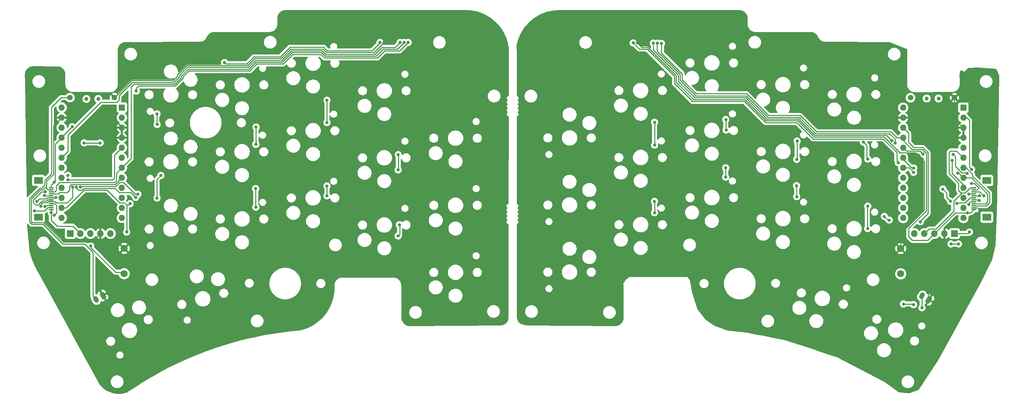
<source format=gbr>
%TF.GenerationSoftware,KiCad,Pcbnew,7.0.10-7.0.10~ubuntu22.04.1*%
%TF.CreationDate,2024-02-24T14:59:20-06:00*%
%TF.ProjectId,roadrunner,726f6164-7275-46e6-9e65-722e6b696361,rev?*%
%TF.SameCoordinates,Original*%
%TF.FileFunction,Copper,L1,Top*%
%TF.FilePolarity,Positive*%
%FSLAX46Y46*%
G04 Gerber Fmt 4.6, Leading zero omitted, Abs format (unit mm)*
G04 Created by KiCad (PCBNEW 7.0.10-7.0.10~ubuntu22.04.1) date 2024-02-24 14:59:20*
%MOMM*%
%LPD*%
G01*
G04 APERTURE LIST*
G04 Aperture macros list*
%AMRoundRect*
0 Rectangle with rounded corners*
0 $1 Rounding radius*
0 $2 $3 $4 $5 $6 $7 $8 $9 X,Y pos of 4 corners*
0 Add a 4 corners polygon primitive as box body*
4,1,4,$2,$3,$4,$5,$6,$7,$8,$9,$2,$3,0*
0 Add four circle primitives for the rounded corners*
1,1,$1+$1,$2,$3*
1,1,$1+$1,$4,$5*
1,1,$1+$1,$6,$7*
1,1,$1+$1,$8,$9*
0 Add four rect primitives between the rounded corners*
20,1,$1+$1,$2,$3,$4,$5,0*
20,1,$1+$1,$4,$5,$6,$7,0*
20,1,$1+$1,$6,$7,$8,$9,0*
20,1,$1+$1,$8,$9,$2,$3,0*%
%AMHorizOval*
0 Thick line with rounded ends*
0 $1 width*
0 $2 $3 position (X,Y) of the first rounded end (center of the circle)*
0 $4 $5 position (X,Y) of the second rounded end (center of the circle)*
0 Add line between two ends*
20,1,$1,$2,$3,$4,$5,0*
0 Add two circle primitives to create the rounded ends*
1,1,$1,$2,$3*
1,1,$1,$4,$5*%
G04 Aperture macros list end*
%TA.AperFunction,ComponentPad*%
%ADD10RoundRect,0.250000X-0.009391X0.716266X-0.615609X0.366266X0.009391X-0.716266X0.615609X-0.366266X0*%
%TD*%
%TA.AperFunction,ComponentPad*%
%ADD11HorizOval,1.200000X-0.137500X0.238157X0.137500X-0.238157X0*%
%TD*%
%TA.AperFunction,ComponentPad*%
%ADD12C,1.397000*%
%TD*%
%TA.AperFunction,ComponentPad*%
%ADD13RoundRect,0.250000X0.615609X0.366266X0.009391X0.716266X-0.615609X-0.366266X-0.009391X-0.716266X0*%
%TD*%
%TA.AperFunction,ComponentPad*%
%ADD14HorizOval,1.200000X0.137500X0.238157X-0.137500X-0.238157X0*%
%TD*%
%TA.AperFunction,ComponentPad*%
%ADD15R,1.700000X1.700000*%
%TD*%
%TA.AperFunction,ComponentPad*%
%ADD16O,1.700000X1.700000*%
%TD*%
%TA.AperFunction,SMDPad,CuDef*%
%ADD17R,1.300000X0.300000*%
%TD*%
%TA.AperFunction,SMDPad,CuDef*%
%ADD18R,2.200000X1.800000*%
%TD*%
%TA.AperFunction,ComponentPad*%
%ADD19C,1.800000*%
%TD*%
%TA.AperFunction,WasherPad*%
%ADD20C,1.000000*%
%TD*%
%TA.AperFunction,ComponentPad*%
%ADD21R,1.600000X1.600000*%
%TD*%
%TA.AperFunction,ComponentPad*%
%ADD22O,1.600000X1.600000*%
%TD*%
%TA.AperFunction,ViaPad*%
%ADD23C,0.800000*%
%TD*%
%TA.AperFunction,Conductor*%
%ADD24C,0.250000*%
%TD*%
G04 APERTURE END LIST*
D10*
%TO.P,J2,1,Pin_1*%
%TO.N,gnd_r*%
X44532051Y-100220000D03*
D11*
%TO.P,J2,2,Pin_2*%
%TO.N,BT+_r*%
X42800000Y-101220000D03*
%TD*%
D12*
%TO.P,BatGND1,1,1*%
%TO.N,gnd*%
X260048800Y-50070700D03*
%TD*%
%TO.P,BatGNDr1,1,1*%
%TO.N,gnd_r*%
X47470000Y-50030000D03*
%TD*%
%TO.P,Bat+1,1,1*%
%TO.N,BT+*%
X248918800Y-50090700D03*
%TD*%
D13*
%TO.P,J1,1,Pin_1*%
%TO.N,gnd*%
X253559800Y-101282500D03*
D14*
%TO.P,J1,2,Pin_2*%
%TO.N,BT+*%
X251827749Y-100282500D03*
%TD*%
D15*
%TO.P,J5,1,Pin_1*%
%TO.N,MOSI_r*%
X36290000Y-84500000D03*
D16*
%TO.P,J5,2,Pin_2*%
%TO.N,SCK_r*%
X38830000Y-84500000D03*
%TO.P,J5,3,Pin_3*%
%TO.N,vcc_r*%
X41370000Y-84500000D03*
%TO.P,J5,4,Pin_4*%
%TO.N,gnd_r*%
X43910000Y-84500000D03*
%TO.P,J5,5,Pin_5*%
%TO.N,CS_r*%
X46450000Y-84500000D03*
%TD*%
D17*
%TO.P,J7,1,Pin_1*%
%TO.N,vcc*%
X264974000Y-78452000D03*
%TO.P,J7,2,Pin_2*%
%TO.N,gnd*%
X264974000Y-77952000D03*
%TO.P,J7,3,Pin_3*%
%TO.N,IPD_DATA*%
X264974000Y-77452000D03*
%TO.P,J7,4,Pin_4*%
%TO.N,IPD_CLK*%
X264974000Y-76952000D03*
%TO.P,J7,5,Pin_5*%
%TO.N,IPD_RST*%
X264974000Y-76452000D03*
%TO.P,J7,6,Pin_6*%
%TO.N,vcc*%
X264974000Y-75952000D03*
%TO.P,J7,7,Pin_7*%
%TO.N,GPIO1*%
X264974000Y-75452000D03*
%TO.P,J7,8,Pin_8*%
%TO.N,MOSI*%
X264974000Y-74952000D03*
%TO.P,J7,9,Pin_9*%
%TO.N,GPIO2*%
X264974000Y-74452000D03*
%TO.P,J7,10,Pin_10*%
%TO.N,CS*%
X264974000Y-73952000D03*
%TO.P,J7,11,Pin_11*%
%TO.N,MISO*%
X264974000Y-73452000D03*
%TO.P,J7,12,Pin_12*%
%TO.N,SCK*%
X264974000Y-72952000D03*
D18*
%TO.P,J7,MP*%
%TO.N,N/C*%
X268224000Y-80352000D03*
X268224000Y-71052000D03*
%TD*%
D15*
%TO.P,J4,1,Pin_1*%
%TO.N,CS*%
X260065000Y-84500000D03*
D16*
%TO.P,J4,2,Pin_2*%
%TO.N,gnd*%
X257525000Y-84500000D03*
%TO.P,J4,3,Pin_3*%
%TO.N,vcc*%
X254985000Y-84500000D03*
%TO.P,J4,4,Pin_4*%
%TO.N,SCK*%
X252445000Y-84500000D03*
%TO.P,J4,5,Pin_5*%
%TO.N,MOSI*%
X249905000Y-84500000D03*
%TD*%
D17*
%TO.P,J8,1,Pin_1*%
%TO.N,vcc_r*%
X31450000Y-72920000D03*
%TO.P,J8,2,Pin_2*%
%TO.N,gnd_r*%
X31450000Y-73420000D03*
%TO.P,J8,3,Pin_3*%
%TO.N,IPD_DATA_r*%
X31450000Y-73920000D03*
%TO.P,J8,4,Pin_4*%
%TO.N,IPD_CLK_r*%
X31450000Y-74420000D03*
%TO.P,J8,5,Pin_5*%
%TO.N,IPD_RST_r*%
X31450000Y-74920000D03*
%TO.P,J8,6,Pin_6*%
%TO.N,vcc_r*%
X31450000Y-75420000D03*
%TO.P,J8,7,Pin_7*%
%TO.N,GPIO1_r*%
X31450000Y-75920000D03*
%TO.P,J8,8,Pin_8*%
%TO.N,MOSI_r*%
X31450000Y-76420000D03*
%TO.P,J8,9,Pin_9*%
%TO.N,GPIO2_r*%
X31450000Y-76920000D03*
%TO.P,J8,10,Pin_10*%
%TO.N,CS_r*%
X31450000Y-77420000D03*
%TO.P,J8,11,Pin_11*%
%TO.N,MISO_r*%
X31450000Y-77920000D03*
%TO.P,J8,12,Pin_12*%
%TO.N,SCK_r*%
X31450000Y-78420000D03*
D18*
%TO.P,J8,MP*%
%TO.N,N/C*%
X28200000Y-71020000D03*
X28200000Y-80320000D03*
%TD*%
D19*
%TO.P,RSW1,1,1*%
%TO.N,gnd*%
X246440000Y-88300000D03*
%TO.P,RSW1,2,2*%
%TO.N,reset*%
X246440000Y-94700000D03*
%TD*%
%TO.P,RSW2,1,1*%
%TO.N,gnd_r*%
X49910000Y-88270000D03*
%TO.P,RSW2,2,2*%
%TO.N,reset_r*%
X49910000Y-94670000D03*
%TD*%
D12*
%TO.P,Bat+r1,1,1*%
%TO.N,BT+_r*%
X36200000Y-50050000D03*
%TD*%
D20*
%TO.P,SW_POWER1,*%
%TO.N,*%
X256020000Y-50275000D03*
X253020000Y-50275000D03*
%TD*%
%TO.P,SW_POWERR1,*%
%TO.N,*%
X40350000Y-50415000D03*
X43350000Y-50415000D03*
%TD*%
D21*
%TO.P,U2,1,D1/TX*%
%TO.N,CS_r*%
X49330000Y-52570000D03*
D22*
%TO.P,U2,2,D0/RX*%
%TO.N,MISO_r*%
X49330000Y-55110000D03*
%TO.P,U2,3,GND*%
%TO.N,gnd_r*%
X49330000Y-57650000D03*
%TO.P,U2,4,GND*%
X49330000Y-60190000D03*
%TO.P,U2,5,D2*%
%TO.N,MOSI_r*%
X49330000Y-62730000D03*
%TO.P,U2,6,~D3*%
%TO.N,SCK_r*%
X49330000Y-65270000D03*
%TO.P,U2,7,D4/A6*%
%TO.N,IPD_DATA_r*%
X49330000Y-67810000D03*
%TO.P,U2,8,~D5*%
%TO.N,IPD_CLK_r*%
X49330000Y-70350000D03*
%TO.P,U2,9,~D6/A7*%
%TO.N,ROW0_r*%
X49330000Y-72890000D03*
%TO.P,U2,10,D7*%
%TO.N,ROW1_r*%
X49330000Y-75430000D03*
%TO.P,U2,11,D8/A8*%
%TO.N,ROW2_r*%
X49330000Y-77970000D03*
%TO.P,U2,12,~D9/A9*%
%TO.N,ROW3_r*%
X49330000Y-80510000D03*
%TO.P,U2,13,~D10/A10*%
%TO.N,COL1_r*%
X34090000Y-80510000D03*
%TO.P,U2,14,D16*%
%TO.N,COL0_r*%
X34090000Y-77970000D03*
%TO.P,U2,15,D14*%
%TO.N,COL2_r*%
X34090000Y-75430000D03*
%TO.P,U2,16,D15*%
%TO.N,COL3_r*%
X34090000Y-72890000D03*
%TO.P,U2,17,D18/A0*%
%TO.N,COL4_r*%
X34090000Y-70350000D03*
%TO.P,U2,18,D19/A1*%
%TO.N,GPIO1_r*%
X34090000Y-67810000D03*
%TO.P,U2,19,D20/A2*%
%TO.N,IPD_RST_r*%
X34090000Y-65270000D03*
%TO.P,U2,20,D21/A3*%
%TO.N,GPIO2_r*%
X34090000Y-62730000D03*
%TO.P,U2,21,VCC*%
%TO.N,vcc_r*%
X34090000Y-60190000D03*
%TO.P,U2,22,RST*%
%TO.N,reset_r*%
X34090000Y-57650000D03*
%TO.P,U2,23,GND*%
%TO.N,gnd_r*%
X34090000Y-55110000D03*
%TO.P,U2,24,RAW*%
%TO.N,raw_r*%
X34090000Y-52570000D03*
%TD*%
D21*
%TO.P,U1,1,D1/TX*%
%TO.N,CS*%
X262310000Y-52610000D03*
D22*
%TO.P,U1,2,D0/RX*%
%TO.N,MISO*%
X262310000Y-55150000D03*
%TO.P,U1,3,GND*%
%TO.N,gnd*%
X262310000Y-57690000D03*
%TO.P,U1,4,GND*%
X262310000Y-60230000D03*
%TO.P,U1,5,D2*%
%TO.N,MOSI*%
X262310000Y-62770000D03*
%TO.P,U1,6,~D3*%
%TO.N,SCK*%
X262310000Y-65310000D03*
%TO.P,U1,7,D4/A6*%
%TO.N,IPD_DATA*%
X262310000Y-67850000D03*
%TO.P,U1,8,~D5*%
%TO.N,IPD_CLK*%
X262310000Y-70390000D03*
%TO.P,U1,9,~D6/A7*%
%TO.N,ROW0*%
X262310000Y-72930000D03*
%TO.P,U1,10,D7*%
%TO.N,ROW1*%
X262310000Y-75470000D03*
%TO.P,U1,11,D8/A8*%
%TO.N,ROW2*%
X262310000Y-78010000D03*
%TO.P,U1,12,~D9/A9*%
%TO.N,ROW3*%
X262310000Y-80550000D03*
%TO.P,U1,13,~D10/A10*%
%TO.N,COL1*%
X247070000Y-80550000D03*
%TO.P,U1,14,D16*%
%TO.N,COL0*%
X247070000Y-78010000D03*
%TO.P,U1,15,D14*%
%TO.N,COL2*%
X247070000Y-75470000D03*
%TO.P,U1,16,D15*%
%TO.N,COL3*%
X247070000Y-72930000D03*
%TO.P,U1,17,D18/A0*%
%TO.N,COL4*%
X247070000Y-70390000D03*
%TO.P,U1,18,D19/A1*%
%TO.N,GPIO1*%
X247070000Y-67850000D03*
%TO.P,U1,19,D20/A2*%
%TO.N,IPD_RST*%
X247070000Y-65310000D03*
%TO.P,U1,20,D21/A3*%
%TO.N,GPIO2*%
X247070000Y-62770000D03*
%TO.P,U1,21,VCC*%
%TO.N,vcc*%
X247070000Y-60230000D03*
%TO.P,U1,22,RST*%
%TO.N,reset*%
X247070000Y-57690000D03*
%TO.P,U1,23,GND*%
%TO.N,gnd*%
X247070000Y-55150000D03*
%TO.P,U1,24,RAW*%
%TO.N,raw*%
X247070000Y-52610000D03*
%TD*%
D23*
%TO.N,ROW2*%
X257110000Y-73220000D03*
X259060000Y-76340000D03*
%TO.N,SCK_r*%
X43800000Y-61540000D03*
X39770000Y-61530000D03*
%TO.N,COL0_r*%
X50540000Y-84110000D03*
%TO.N,COL3_r*%
X38840000Y-72757947D03*
%TO.N,COL4_r*%
X35680000Y-69770000D03*
X37817877Y-72754765D03*
X52820000Y-75340000D03*
%TO.N,MOSI_r*%
X36818148Y-72778148D03*
X35710000Y-70855000D03*
%TO.N,gnd_r*%
X47210000Y-53980000D03*
%TO.N,vcc_r*%
X36760000Y-57444694D03*
X52980000Y-48380000D03*
X32220000Y-71470000D03*
X32641490Y-75328439D03*
%TO.N,GPIO1_r*%
X29945888Y-73889835D03*
%TO.N,MISO_r*%
X27235000Y-78760000D03*
%TO.N,IPD_RST_r*%
X29773994Y-74874953D03*
%TO.N,SCK_r*%
X31450000Y-79150000D03*
%TO.N,GPIO2_r*%
X32175000Y-79882795D03*
%TO.N,vcc_r*%
X27755000Y-76400000D03*
%TO.N,MOSI_r*%
X28824210Y-77561296D03*
%TO.N,CS_r*%
X29822347Y-77622347D03*
%TO.N,BT+*%
X251830000Y-103301483D03*
%TO.N,gnd*%
X179760000Y-36200000D03*
X251130451Y-64939549D03*
%TO.N,gnd_r*%
X115697000Y-36068000D03*
%TO.N,reset*%
X251410000Y-81510000D03*
%TO.N,reset_r*%
X41449455Y-87650545D03*
%TO.N,vcc*%
X263320000Y-79230000D03*
X185890000Y-36320000D03*
X266270000Y-76140000D03*
%TO.N,vcc_r*%
X121793000Y-36068000D03*
%TO.N,CS*%
X267452425Y-74942552D03*
X263840000Y-84120000D03*
%TO.N,MOSI*%
X266428802Y-74952000D03*
X259150000Y-87142653D03*
X261062653Y-87142653D03*
%TO.N,ROW0*%
X259410000Y-65990000D03*
%TO.N,ROW3*%
X247140000Y-102350000D03*
X249690000Y-102510000D03*
%TO.N,COL1*%
X184140000Y-79230000D03*
X184132347Y-76352347D03*
X242297347Y-80157347D03*
X184150000Y-56300000D03*
X243530000Y-81100000D03*
X184150000Y-62090000D03*
%TO.N,COL2*%
X202140000Y-70205000D03*
X202160000Y-67855000D03*
X202270000Y-58280000D03*
X202180000Y-55605000D03*
%TO.N,COL3*%
X220130000Y-75165000D03*
X220220000Y-61065000D03*
X220080000Y-72365000D03*
X220140000Y-65700000D03*
%TO.N,COL4*%
X238120000Y-65640000D03*
X238070000Y-83240000D03*
X238120000Y-77560000D03*
X236980000Y-61300000D03*
%TO.N,COL1_r*%
X83292847Y-57540847D03*
X83190000Y-73110000D03*
X83240000Y-77830000D03*
X83240000Y-61890000D03*
%TO.N,COL0_r*%
X58248653Y-56842653D03*
X58226000Y-75510000D03*
X51412653Y-76912653D03*
X59200000Y-69770000D03*
X58222149Y-54182149D03*
%TO.N,COL3_r*%
X119253000Y-85090000D03*
X119270000Y-64530000D03*
X119550000Y-82270000D03*
X53371667Y-74505932D03*
X119254000Y-68360000D03*
%TO.N,COL2_r*%
X101228000Y-56370000D03*
X101240000Y-50740000D03*
X101240000Y-72465000D03*
X101228000Y-74949579D03*
%TO.N,IPD_DATA_r*%
X120777000Y-36068000D03*
%TO.N,IPD_RST_r*%
X119761000Y-36068000D03*
%TO.N,IPD_CLK_r*%
X114681000Y-36068000D03*
X75310000Y-41195000D03*
%TO.N,IPD_CLK*%
X260903886Y-69178580D03*
X245840000Y-66530000D03*
X178740000Y-36190000D03*
%TO.N,IPD_RST*%
X263660000Y-77130000D03*
X244220000Y-60970000D03*
X249747896Y-67900700D03*
X183840000Y-36240000D03*
%TO.N,IPD_DATA*%
X184840000Y-36260000D03*
X245050000Y-61560000D03*
%TO.N,GPIO1*%
X260589043Y-76854887D03*
X249696951Y-68976951D03*
%TO.N,GPIO2*%
X259740000Y-64440000D03*
X252084149Y-64365851D03*
X263650000Y-74520000D03*
X263270000Y-69300000D03*
%TO.N,MISO*%
X264375000Y-71850000D03*
X264377653Y-68232347D03*
%TD*%
D24*
%TO.N,vcc_r*%
X27755000Y-76400000D02*
X28455000Y-75700000D01*
X28455000Y-75700000D02*
X30132208Y-75700000D01*
X30132208Y-75700000D02*
X30412208Y-75420000D01*
X30412208Y-75420000D02*
X31450000Y-75420000D01*
%TO.N,gnd_r*%
X31450000Y-73420000D02*
X30610000Y-73420000D01*
X30610000Y-73420000D02*
X30290000Y-73100000D01*
X30290000Y-73100000D02*
X30290000Y-72700000D01*
%TO.N,GPIO1_r*%
X29162438Y-76180000D02*
X30288604Y-76180000D01*
X27490000Y-77230000D02*
X28112438Y-77230000D01*
X26850000Y-76590000D02*
X27490000Y-77230000D01*
X29925723Y-73910000D02*
X28950000Y-73910000D01*
X26850000Y-76010000D02*
X26850000Y-76590000D01*
X29945888Y-73889835D02*
X29925723Y-73910000D01*
X28950000Y-73910000D02*
X26850000Y-76010000D01*
X28112438Y-77230000D02*
X29162438Y-76180000D01*
X30288604Y-76180000D02*
X30548604Y-75920000D01*
X30548604Y-75920000D02*
X31450000Y-75920000D01*
%TO.N,gnd_r*%
X43910000Y-84500000D02*
X41760000Y-86650000D01*
X28763604Y-73460000D02*
X29336280Y-73460000D01*
X41760000Y-86650000D02*
X34576396Y-86650000D01*
X26400000Y-81373604D02*
X26400000Y-75823604D01*
X34576396Y-86650000D02*
X29608198Y-81681802D01*
X26708198Y-81681802D02*
X26400000Y-81373604D01*
X29336280Y-73460000D02*
X30096280Y-72700000D01*
X29608198Y-81681802D02*
X26708198Y-81681802D01*
X26400000Y-75823604D02*
X28763604Y-73460000D01*
X30096280Y-72700000D02*
X30290000Y-72700000D01*
%TO.N,BT+_r*%
X26521802Y-82131802D02*
X29421802Y-82131802D01*
X34440000Y-87150000D02*
X39923604Y-87150000D01*
X25950000Y-81560000D02*
X26521802Y-82131802D01*
X28577208Y-73010000D02*
X25950000Y-75637208D01*
X29421802Y-82131802D02*
X34440000Y-87150000D01*
X25950000Y-75637208D02*
X25950000Y-81560000D01*
X29840000Y-72250000D02*
X29080000Y-73010000D01*
X29840000Y-71013604D02*
X29840000Y-72250000D01*
X31501802Y-69351802D02*
X29840000Y-71013604D01*
X29080000Y-73010000D02*
X28577208Y-73010000D01*
X31501802Y-52498198D02*
X31501802Y-69351802D01*
X39923604Y-87150000D02*
X42000000Y-89226396D01*
X33950000Y-50050000D02*
X31501802Y-52498198D01*
X36200000Y-50050000D02*
X33950000Y-50050000D01*
X42000000Y-89226396D02*
X42000000Y-100420000D01*
X42000000Y-100420000D02*
X42800000Y-101220000D01*
%TO.N,IPD_RST_r*%
X30170000Y-74920000D02*
X31450000Y-74920000D01*
%TO.N,MISO_r*%
X30550000Y-77920000D02*
X31450000Y-77920000D01*
X29710000Y-78760000D02*
X30550000Y-77920000D01*
X27235000Y-78760000D02*
X29710000Y-78760000D01*
%TO.N,IPD_DATA_r*%
X64376000Y-44558598D02*
X64376000Y-44936792D01*
X81515792Y-42820000D02*
X66114598Y-42820000D01*
X51640000Y-47360000D02*
X51640000Y-65500000D01*
X66114598Y-42820000D02*
X64376000Y-44558598D01*
X83256792Y-41079000D02*
X81515792Y-42820000D01*
X120777000Y-36068000D02*
X120777000Y-36077305D01*
X52333000Y-46667000D02*
X51640000Y-47360000D01*
X99865396Y-38650000D02*
X92412604Y-38650000D01*
X119064305Y-37790000D02*
X115446351Y-37790000D01*
X62645792Y-46667000D02*
X52333000Y-46667000D01*
X100770396Y-39555000D02*
X99865396Y-38650000D01*
X92412604Y-38650000D02*
X89983604Y-41079000D01*
X113681351Y-39555000D02*
X100770396Y-39555000D01*
X115446351Y-37790000D02*
X113681351Y-39555000D01*
X120777000Y-36077305D02*
X119064305Y-37790000D01*
X89983604Y-41079000D02*
X83256792Y-41079000D01*
X64376000Y-44936792D02*
X62645792Y-46667000D01*
X51640000Y-65500000D02*
X49330000Y-67810000D01*
%TO.N,COL0_r*%
X50540000Y-77270000D02*
X49990000Y-76720000D01*
X35289648Y-77970000D02*
X34090000Y-77970000D01*
X49990000Y-76720000D02*
X48830000Y-76720000D01*
X48830000Y-76720000D02*
X45600000Y-73490000D01*
X45600000Y-73490000D02*
X39769648Y-73490000D01*
X39769648Y-73490000D02*
X35289648Y-77970000D01*
%TO.N,COL3_r*%
X53371667Y-74505932D02*
X52685932Y-74505932D01*
X52685932Y-74505932D02*
X49710000Y-71530000D01*
X49710000Y-71530000D02*
X48786396Y-71530000D01*
X48786396Y-71530000D02*
X47726396Y-72590000D01*
X47726396Y-72590000D02*
X39007947Y-72590000D01*
X39007947Y-72590000D02*
X38840000Y-72757947D01*
%TO.N,COL0_r*%
X51055306Y-77270000D02*
X50540000Y-77270000D01*
X51412653Y-76912653D02*
X51055306Y-77270000D01*
%TO.N,ROW2*%
X258070000Y-74180000D02*
X258070000Y-75350000D01*
X257110000Y-73220000D02*
X258070000Y-74180000D01*
X258070000Y-75350000D02*
X259060000Y-76340000D01*
%TO.N,vcc*%
X263320000Y-79230000D02*
X263310000Y-79220000D01*
X263310000Y-79220000D02*
X260265000Y-79220000D01*
X260265000Y-79220000D02*
X254985000Y-84500000D01*
X263320000Y-79230000D02*
X264196000Y-79230000D01*
X264196000Y-79230000D02*
X264974000Y-78452000D01*
%TO.N,vcc_r*%
X32440000Y-71250000D02*
X32440000Y-61840000D01*
X32440000Y-61840000D02*
X34090000Y-60190000D01*
X32220000Y-71470000D02*
X32440000Y-71250000D01*
X32220000Y-71470000D02*
X31450000Y-72240000D01*
X31450000Y-72240000D02*
X31450000Y-72920000D01*
%TO.N,SCK_r*%
X43800000Y-61540000D02*
X39780000Y-61540000D01*
X39780000Y-61540000D02*
X39770000Y-61530000D01*
%TO.N,COL0_r*%
X59200000Y-69770000D02*
X58226000Y-70744000D01*
X58226000Y-70744000D02*
X58226000Y-75510000D01*
%TO.N,COL1_r*%
X83240000Y-61890000D02*
X83292847Y-61837153D01*
X83292847Y-61837153D02*
X83292847Y-57540847D01*
%TO.N,COL2_r*%
X101228000Y-56370000D02*
X101240000Y-56358000D01*
X101240000Y-56358000D02*
X101240000Y-50740000D01*
%TO.N,COL3_r*%
X119280000Y-64540000D02*
X119270000Y-64530000D01*
X119254000Y-68360000D02*
X119280000Y-68334000D01*
X119280000Y-68334000D02*
X119280000Y-64540000D01*
%TO.N,COL1_r*%
X83240000Y-77830000D02*
X83185000Y-77775000D01*
X83185000Y-73115000D02*
X83190000Y-73110000D01*
X83185000Y-77775000D02*
X83185000Y-73115000D01*
%TO.N,COL4_r*%
X52820000Y-75340000D02*
X51600000Y-74120000D01*
X51600000Y-74120000D02*
X48710000Y-74120000D01*
X48710000Y-74120000D02*
X47630000Y-73040000D01*
X47630000Y-73040000D02*
X39583252Y-73040000D01*
X39583252Y-73040000D02*
X39140305Y-73482947D01*
X39140305Y-73482947D02*
X38412300Y-73482947D01*
X38412300Y-73482947D02*
X37817877Y-72888524D01*
X37817877Y-72888524D02*
X37817877Y-72754765D01*
%TO.N,COL0_r*%
X50540000Y-84110000D02*
X50540000Y-77270000D01*
%TO.N,reset*%
X251410000Y-81510000D02*
X251410000Y-81420000D01*
X251410000Y-81420000D02*
X253360000Y-79470000D01*
X253360000Y-79470000D02*
X253360000Y-63980001D01*
X253360000Y-63980001D02*
X252069999Y-62690000D01*
X248440000Y-61430000D02*
X248440000Y-59060000D01*
X252069999Y-62690000D02*
X249700000Y-62690000D01*
X249700000Y-62690000D02*
X248440000Y-61430000D01*
X248440000Y-59060000D02*
X247070000Y-57690000D01*
%TO.N,vcc*%
X247070000Y-60230000D02*
X247070000Y-60930000D01*
X247070000Y-60930000D02*
X249280000Y-63140000D01*
X252910000Y-78713604D02*
X248460000Y-83163604D01*
X249280000Y-63140000D02*
X251883603Y-63140000D01*
X251883603Y-63140000D02*
X252910000Y-64166397D01*
X252910000Y-64166397D02*
X252910000Y-78713604D01*
X248460000Y-83163604D02*
X248460000Y-85280000D01*
X248460000Y-85280000D02*
X249400000Y-86220000D01*
X249400000Y-86220000D02*
X253265000Y-86220000D01*
X253265000Y-86220000D02*
X254985000Y-84500000D01*
%TO.N,MISO*%
X262310000Y-55150000D02*
X263150000Y-55150000D01*
X263820000Y-67674694D02*
X264377653Y-68232347D01*
X263150000Y-55150000D02*
X263820000Y-55820000D01*
X263820000Y-55820000D02*
X263820000Y-67674694D01*
%TO.N,GPIO2*%
X259740000Y-64440000D02*
X260250000Y-64950000D01*
X260250000Y-64950000D02*
X260250000Y-67499389D01*
X260250000Y-67499389D02*
X261880611Y-69130000D01*
X261880611Y-69130000D02*
X263100000Y-69130000D01*
X263100000Y-69130000D02*
X263270000Y-69300000D01*
%TO.N,SCK*%
X262310000Y-65310000D02*
X260580000Y-63580000D01*
X258685000Y-63955000D02*
X258685000Y-69305000D01*
X260580000Y-63580000D02*
X259060000Y-63580000D01*
X259060000Y-63580000D02*
X258685000Y-63955000D01*
X258685000Y-69305000D02*
X261080000Y-71700000D01*
X261080000Y-71700000D02*
X261080000Y-73601400D01*
X261080000Y-73601400D02*
X261824300Y-74345700D01*
%TO.N,ROW0*%
X259410000Y-65990000D02*
X259410000Y-69280000D01*
X259410000Y-69280000D02*
X262310000Y-72180000D01*
X262310000Y-72180000D02*
X262310000Y-72930000D01*
%TO.N,gnd*%
X264974000Y-77952000D02*
X265924000Y-77952000D01*
X266380000Y-79720000D02*
X263790000Y-82310000D01*
X265924000Y-77952000D02*
X266380000Y-78408000D01*
X266380000Y-78408000D02*
X266380000Y-79720000D01*
X263790000Y-82310000D02*
X258080000Y-82310000D01*
X258080000Y-82310000D02*
X257525000Y-82865000D01*
X257525000Y-82865000D02*
X257525000Y-84500000D01*
%TO.N,SCK*%
X261824300Y-74345700D02*
X259864043Y-76305957D01*
X259864043Y-76305957D02*
X259864043Y-78805957D01*
X259864043Y-78805957D02*
X255345000Y-83325000D01*
X255345000Y-83325000D02*
X253620000Y-83325000D01*
X253620000Y-83325000D02*
X252445000Y-84500000D01*
%TO.N,COL4*%
X236980000Y-61300000D02*
X237860000Y-62180000D01*
X237860000Y-62180000D02*
X237860000Y-65380000D01*
X237860000Y-65380000D02*
X238120000Y-65640000D01*
X238120000Y-77560000D02*
X238020000Y-77660000D01*
X238020000Y-77660000D02*
X238020000Y-83190000D01*
X238020000Y-83190000D02*
X238070000Y-83240000D01*
%TO.N,COL3*%
X220140000Y-65700000D02*
X220220000Y-65620000D01*
X220220000Y-65620000D02*
X220220000Y-61065000D01*
%TO.N,COL2*%
X202180000Y-55605000D02*
X202180000Y-58190000D01*
X202180000Y-58190000D02*
X202270000Y-58280000D01*
%TO.N,COL1*%
X184150000Y-62090000D02*
X184150000Y-56300000D01*
%TO.N,vcc_r*%
X32491561Y-75328439D02*
X32400000Y-75420000D01*
X32641490Y-75328439D02*
X32491561Y-75328439D01*
X32400000Y-75420000D02*
X31450000Y-75420000D01*
%TO.N,gnd_r*%
X47210000Y-55420000D02*
X49330000Y-57540000D01*
X47210000Y-53980000D02*
X47210000Y-55420000D01*
X49330000Y-57540000D02*
X49330000Y-57650000D01*
%TO.N,MOSI_r*%
X29348834Y-76630000D02*
X30475000Y-76630000D01*
X30685000Y-76420000D02*
X31450000Y-76420000D01*
X28824210Y-77561296D02*
X28824210Y-77154624D01*
X28824210Y-77154624D02*
X29348834Y-76630000D01*
X30475000Y-76630000D02*
X30685000Y-76420000D01*
%TO.N,CS_r*%
X30024694Y-77420000D02*
X31450000Y-77420000D01*
X29822347Y-77622347D02*
X30024694Y-77420000D01*
%TO.N,IPD_DATA*%
X190630000Y-44150000D02*
X184750000Y-38270000D01*
X212766598Y-55012000D02*
X207377796Y-49623198D01*
X224942792Y-59160000D02*
X220794792Y-55012000D01*
X190630000Y-45686396D02*
X190630000Y-44150000D01*
X220794792Y-55012000D02*
X212766598Y-55012000D01*
X194566802Y-49623198D02*
X190630000Y-45686396D01*
X184750000Y-38270000D02*
X184750000Y-36350000D01*
X207377796Y-49623198D02*
X194566802Y-49623198D01*
X243640000Y-59160000D02*
X224942792Y-59160000D01*
X245050000Y-60570000D02*
X243640000Y-59160000D01*
X245050000Y-61560000D02*
X245050000Y-60570000D01*
X184750000Y-36350000D02*
X184840000Y-36260000D01*
%TO.N,IPD_RST*%
X183840000Y-37996396D02*
X183840000Y-36240000D01*
X212580202Y-55462000D02*
X207191400Y-50073198D01*
X190180000Y-45950000D02*
X190180000Y-44336396D01*
X220608396Y-55462000D02*
X212580202Y-55462000D01*
X224756396Y-59610000D02*
X220608396Y-55462000D01*
X194303198Y-50073198D02*
X190180000Y-45950000D01*
X190180000Y-44336396D02*
X183840000Y-37996396D01*
X242860000Y-59610000D02*
X224756396Y-59610000D01*
X244220000Y-60970000D02*
X242860000Y-59610000D01*
X207191400Y-50073198D02*
X194303198Y-50073198D01*
%TO.N,MOSI_r*%
X36818148Y-72778148D02*
X36818148Y-75341852D01*
X36818148Y-75341852D02*
X35450000Y-76710000D01*
X35450000Y-76710000D02*
X32771091Y-76710000D01*
X32771091Y-76710000D02*
X32481091Y-76420000D01*
X32481091Y-76420000D02*
X31450000Y-76420000D01*
%TO.N,IPD_DATA*%
X264974000Y-77452000D02*
X268064396Y-77452000D01*
X268064396Y-77452000D02*
X268895000Y-76621396D01*
X268895000Y-76621396D02*
X268895000Y-74195000D01*
X268895000Y-74195000D02*
X264620000Y-69920000D01*
X264620000Y-69920000D02*
X264620000Y-69500000D01*
X264620000Y-69500000D02*
X262970000Y-67850000D01*
%TO.N,GPIO1*%
X249696951Y-68976951D02*
X248570000Y-67850000D01*
X248570000Y-67850000D02*
X247070000Y-67850000D01*
%TO.N,GPIO2*%
X252084149Y-64365851D02*
X251308298Y-63590000D01*
X247890000Y-63590000D02*
X247070000Y-62770000D01*
X251308298Y-63590000D02*
X247890000Y-63590000D01*
%TO.N,IPD_CLK*%
X225480000Y-60510000D02*
X242040000Y-60510000D01*
X224317569Y-60520000D02*
X225470000Y-60520000D01*
X193760000Y-51020000D02*
X206865410Y-51020000D01*
X180294695Y-37760000D02*
X182290000Y-37760000D01*
X220197569Y-56400000D02*
X224317569Y-60520000D01*
X225470000Y-60520000D02*
X225480000Y-60510000D01*
X245460000Y-63930000D02*
X245460000Y-66150000D01*
X212245410Y-56400000D02*
X220197569Y-56400000D01*
X206865410Y-51020000D02*
X212245410Y-56400000D01*
X242040000Y-60510000D02*
X245460000Y-63930000D01*
X189178604Y-46438604D02*
X193760000Y-51020000D01*
X178740000Y-36205305D02*
X180294695Y-37760000D01*
X189178604Y-44648604D02*
X189178604Y-46438604D01*
X245460000Y-66150000D02*
X245840000Y-66530000D01*
X182290000Y-37760000D02*
X189178604Y-44648604D01*
X178740000Y-36190000D02*
X178740000Y-36205305D01*
X264974000Y-76952000D02*
X267928000Y-76952000D01*
X267928000Y-76952000D02*
X268445000Y-76435000D01*
X268445000Y-76435000D02*
X268445000Y-74485000D01*
X268445000Y-74485000D02*
X264350000Y-70390000D01*
X264350000Y-70390000D02*
X262310000Y-70390000D01*
%TO.N,MISO*%
X264375000Y-71850000D02*
X265150000Y-71850000D01*
X265150000Y-71850000D02*
X266200000Y-72900000D01*
X266200000Y-72900000D02*
X266200000Y-73080000D01*
X266200000Y-73080000D02*
X265828000Y-73452000D01*
X265828000Y-73452000D02*
X264974000Y-73452000D01*
%TO.N,COL0_r*%
X58166000Y-56760000D02*
X58166000Y-54238298D01*
X58248653Y-56842653D02*
X58166000Y-56760000D01*
X58166000Y-54238298D02*
X58222149Y-54182149D01*
%TO.N,vcc_r*%
X36760000Y-57444694D02*
X34090000Y-60114694D01*
X34090000Y-60114694D02*
X34090000Y-60190000D01*
%TO.N,reset_r*%
X41449455Y-88039455D02*
X47740000Y-94330000D01*
X41449455Y-87650545D02*
X41449455Y-88039455D01*
X47740000Y-94330000D02*
X49715000Y-94330000D01*
%TO.N,MOSI_r*%
X35710000Y-70855000D02*
X47075000Y-70855000D01*
X47075000Y-70855000D02*
X47460000Y-70470000D01*
X47460000Y-70470000D02*
X47460000Y-64600000D01*
X47460000Y-64600000D02*
X49330000Y-62730000D01*
%TO.N,IPD_DATA_r*%
X49330000Y-67810000D02*
X47910000Y-69230000D01*
X47910000Y-69230000D02*
X47910000Y-71133604D01*
X47910000Y-71133604D02*
X47463604Y-71580000D01*
X47463604Y-71580000D02*
X33530000Y-71580000D01*
X32700000Y-73620000D02*
X32400000Y-73920000D01*
X32400000Y-73920000D02*
X31450000Y-73920000D01*
X33530000Y-71580000D02*
X32700000Y-72410000D01*
X32700000Y-72410000D02*
X32700000Y-73620000D01*
%TO.N,COL0_r*%
X50540000Y-84110000D02*
X50540000Y-84120000D01*
%TO.N,IPD_CLK_r*%
X114681000Y-36129000D02*
X114681000Y-36068000D01*
X80956604Y-41470000D02*
X82697604Y-39729000D01*
X100424584Y-37300000D02*
X101329584Y-38205000D01*
X91853416Y-37300000D02*
X100424584Y-37300000D01*
X112605000Y-38205000D02*
X114681000Y-36129000D01*
X101329584Y-38205000D02*
X112605000Y-38205000D01*
X82697604Y-39729000D02*
X89424416Y-39729000D01*
X89424416Y-39729000D02*
X91853416Y-37300000D01*
X75585000Y-41470000D02*
X80956604Y-41470000D01*
X75310000Y-41195000D02*
X75585000Y-41470000D01*
%TO.N,gnd_r*%
X30290000Y-72700000D02*
X30290000Y-71200000D01*
%TO.N,COL4_r*%
X37817877Y-72754765D02*
X37818112Y-72755000D01*
%TO.N,IPD_CLK_r*%
X31450000Y-74420000D02*
X33219009Y-74420000D01*
X33219009Y-74420000D02*
X33559009Y-74080000D01*
X36093148Y-73506852D02*
X36093148Y-72477843D01*
X33559009Y-74080000D02*
X35520000Y-74080000D01*
X35520000Y-74080000D02*
X36093148Y-73506852D01*
X47650000Y-72030000D02*
X49330000Y-70350000D01*
X36093148Y-72477843D02*
X36540991Y-72030000D01*
X36540991Y-72030000D02*
X47650000Y-72030000D01*
%TO.N,IPD_RST_r*%
X63926000Y-44750396D02*
X62459396Y-46217000D01*
X63926000Y-44372202D02*
X63926000Y-44750396D01*
X100956792Y-39105000D02*
X100051792Y-38200000D01*
X44000000Y-51230000D02*
X35680000Y-59550000D01*
X81329396Y-42370000D02*
X65928202Y-42370000D01*
X83070396Y-40629000D02*
X81329396Y-42370000D01*
X35680000Y-59550000D02*
X35680000Y-63680000D01*
X100051792Y-38200000D02*
X92226208Y-38200000D01*
X113305701Y-39105000D02*
X100956792Y-39105000D01*
X65928202Y-42370000D02*
X63926000Y-44372202D01*
X92226208Y-38200000D02*
X89797208Y-40629000D01*
X115070701Y-37340000D02*
X113305701Y-39105000D01*
X89797208Y-40629000D02*
X83070396Y-40629000D01*
X118489000Y-37340000D02*
X115070701Y-37340000D01*
X119761000Y-36068000D02*
X118489000Y-37340000D01*
X35680000Y-63680000D02*
X34090000Y-65270000D01*
X62459396Y-46217000D02*
X51919396Y-46217000D01*
X51919396Y-46217000D02*
X48600000Y-49536396D01*
X48600000Y-49536396D02*
X48600000Y-50640000D01*
X48600000Y-50640000D02*
X48010000Y-51230000D01*
X48010000Y-51230000D02*
X44000000Y-51230000D01*
%TO.N,gnd_r*%
X31990000Y-57210000D02*
X34090000Y-55110000D01*
X30290000Y-71200000D02*
X31990000Y-69500000D01*
X31990000Y-69500000D02*
X31990000Y-57210000D01*
%TO.N,vcc_r*%
X52959049Y-48359049D02*
X52959049Y-47673743D01*
X52980000Y-48380000D02*
X52959049Y-48359049D01*
X52959049Y-48400951D02*
X52980000Y-48380000D01*
X100584000Y-40005000D02*
X114046000Y-40005000D01*
X90170000Y-41529000D02*
X92599000Y-39100000D01*
X83443188Y-41529000D02*
X90170000Y-41529000D01*
X99679000Y-39100000D02*
X100584000Y-40005000D01*
X81702188Y-43270000D02*
X83443188Y-41529000D01*
X66300994Y-43270000D02*
X81702188Y-43270000D01*
X64826000Y-44744994D02*
X66300994Y-43270000D01*
X92599000Y-39100000D02*
X99679000Y-39100000D01*
X64826000Y-45123188D02*
X64826000Y-44744994D01*
X114046000Y-40005000D02*
X115811000Y-38240000D01*
X53515792Y-47117000D02*
X62832188Y-47117000D01*
X62832188Y-47117000D02*
X64826000Y-45123188D01*
X52959049Y-47673743D02*
X53515792Y-47117000D01*
X115811000Y-38240000D02*
X119630305Y-38240000D01*
X119630305Y-38240000D02*
X121793000Y-36077305D01*
X121793000Y-36077305D02*
X121793000Y-36068000D01*
%TO.N,GPIO2_r*%
X32175000Y-79882795D02*
X32800000Y-79257795D01*
X32800000Y-79257795D02*
X32800000Y-77375305D01*
X32800000Y-77375305D02*
X32344695Y-76920000D01*
X32344695Y-76920000D02*
X31450000Y-76920000D01*
%TO.N,SCK_r*%
X31450000Y-78420000D02*
X31450000Y-81140000D01*
X31450000Y-81140000D02*
X32930000Y-82620000D01*
X32930000Y-82620000D02*
X36950000Y-82620000D01*
X36950000Y-82620000D02*
X38830000Y-84500000D01*
%TO.N,gnd_r*%
X49330000Y-57650000D02*
X49330000Y-60190000D01*
X63476000Y-44564000D02*
X62273000Y-45767000D01*
X82884000Y-40179000D02*
X81143000Y-41920000D01*
X89610812Y-40179000D02*
X82884000Y-40179000D01*
X100238188Y-37750000D02*
X92039812Y-37750000D01*
X92039812Y-37750000D02*
X89610812Y-40179000D01*
X51733000Y-45767000D02*
X47470000Y-50030000D01*
X65741806Y-41920000D02*
X63476000Y-44185806D01*
X62273000Y-45767000D02*
X51733000Y-45767000D01*
X101143188Y-38655000D02*
X100238188Y-37750000D01*
X81143000Y-41920000D02*
X65741806Y-41920000D01*
X113119305Y-38655000D02*
X101143188Y-38655000D01*
X63476000Y-44185806D02*
X63476000Y-44564000D01*
X115697000Y-36077305D02*
X113119305Y-38655000D01*
X115697000Y-36068000D02*
X115697000Y-36077305D01*
%TO.N,GPIO1*%
X260713930Y-76730000D02*
X262770000Y-76730000D01*
X260589043Y-76854887D02*
X260713930Y-76730000D01*
X262770000Y-76730000D02*
X264048000Y-75452000D01*
X264048000Y-75452000D02*
X264974000Y-75452000D01*
%TO.N,BT+*%
X251827749Y-102997749D02*
X251827749Y-100282500D01*
X251830000Y-103000000D02*
X251827749Y-102997749D01*
X251830000Y-103301483D02*
X251830000Y-103000000D01*
%TO.N,gnd*%
X253559800Y-95419800D02*
X253559800Y-101282500D01*
X246440000Y-88300000D02*
X253559800Y-95419800D01*
X262310000Y-57690000D02*
X260048800Y-55428800D01*
X207051806Y-50570000D02*
X194050000Y-50570000D01*
X194050000Y-50570000D02*
X189628604Y-46148604D01*
X251099549Y-64939549D02*
X250210000Y-64050000D01*
X220422000Y-55912000D02*
X212393806Y-55912000D01*
X251130451Y-64939549D02*
X251099549Y-64939549D01*
X212393806Y-55912000D02*
X207051806Y-50570000D01*
X250210000Y-64050000D02*
X246216396Y-64050000D01*
X252460000Y-66269098D02*
X252460000Y-78527208D01*
X189628604Y-46148604D02*
X189628604Y-44421396D01*
X246216396Y-64050000D02*
X242226396Y-60060000D01*
X253559800Y-95419800D02*
X253559800Y-95360200D01*
X246440000Y-84547208D02*
X246440000Y-88300000D01*
X224570000Y-60060000D02*
X220422000Y-55912000D01*
X182517208Y-37310000D02*
X180870000Y-37310000D01*
X180870000Y-37310000D02*
X179760000Y-36200000D01*
X260048800Y-55428800D02*
X260048800Y-50070700D01*
X251130451Y-64939549D02*
X252460000Y-66269098D01*
X189628604Y-44421396D02*
X182517208Y-37310000D01*
X253559800Y-95360200D02*
X257525000Y-91395000D01*
X257525000Y-91395000D02*
X257525000Y-84500000D01*
X252460000Y-78527208D02*
X246440000Y-84547208D01*
X262310000Y-57690000D02*
X262310000Y-60230000D01*
X242226396Y-60060000D02*
X224570000Y-60060000D01*
%TO.N,vcc*%
X212952994Y-54562000D02*
X220981188Y-54562000D01*
X220981188Y-54562000D02*
X225129188Y-58710000D01*
X185890000Y-36320000D02*
X185890000Y-38760000D01*
X266012000Y-75952000D02*
X266200000Y-76140000D01*
X207452994Y-49062000D02*
X212952994Y-54562000D01*
X194642000Y-49062000D02*
X207452994Y-49062000D01*
X243930000Y-58710000D02*
X245450700Y-60230700D01*
X266200000Y-76140000D02*
X266270000Y-76140000D01*
X191140000Y-45560000D02*
X194642000Y-49062000D01*
X185890000Y-38760000D02*
X191140000Y-44010000D01*
X225129188Y-58710000D02*
X243930000Y-58710000D01*
X264974000Y-75952000D02*
X266012000Y-75952000D01*
X245450700Y-60230700D02*
X247078800Y-60230700D01*
X191140000Y-44010000D02*
X191140000Y-45560000D01*
%TO.N,CS*%
X266454107Y-73952000D02*
X264974000Y-73952000D01*
X267452425Y-74942552D02*
X267444659Y-74942552D01*
X263840000Y-84120000D02*
X263460000Y-84500000D01*
X263460000Y-84500000D02*
X260065000Y-84500000D01*
X267444659Y-74942552D02*
X266454107Y-73952000D01*
%TO.N,SCK*%
X264024000Y-72952000D02*
X262776000Y-74200000D01*
X264974000Y-72952000D02*
X264024000Y-72952000D01*
X261970000Y-74200000D02*
X261824300Y-74345700D01*
X262776000Y-74200000D02*
X261970000Y-74200000D01*
%TO.N,MOSI*%
X266428802Y-74952000D02*
X264974000Y-74952000D01*
X259150000Y-87142653D02*
X261062653Y-87142653D01*
%TO.N,ROW3*%
X249690000Y-102460000D02*
X249690000Y-102510000D01*
X249580000Y-102350000D02*
X249690000Y-102460000D01*
X247140000Y-102350000D02*
X249580000Y-102350000D01*
%TO.N,COL1*%
X184150000Y-79220000D02*
X184150000Y-76370000D01*
X184150000Y-76370000D02*
X184132347Y-76352347D01*
X184140000Y-79230000D02*
X184150000Y-79220000D01*
X242297347Y-80157347D02*
X243240000Y-81100000D01*
X243240000Y-81100000D02*
X243530000Y-81100000D01*
%TO.N,COL2*%
X202140000Y-67875000D02*
X202160000Y-67855000D01*
X202140000Y-70205000D02*
X202140000Y-67875000D01*
%TO.N,COL3*%
X220080000Y-75115000D02*
X220080000Y-72365000D01*
X220130000Y-75165000D02*
X220080000Y-75115000D01*
%TO.N,COL3_r*%
X119620000Y-84723000D02*
X119253000Y-85090000D01*
X119620000Y-82340000D02*
X119620000Y-84723000D01*
X119550000Y-82270000D02*
X119620000Y-82340000D01*
%TO.N,COL2_r*%
X101240000Y-72465000D02*
X101240000Y-74937579D01*
X101240000Y-74937579D02*
X101228000Y-74949579D01*
%TO.N,IPD_CLK*%
X261106680Y-69178580D02*
X262318800Y-70390700D01*
X260903886Y-69178580D02*
X261106680Y-69178580D01*
%TO.N,IPD_RST*%
X264974000Y-76452000D02*
X264024000Y-76452000D01*
X249747896Y-67900700D02*
X249290700Y-67900700D01*
X263650000Y-76826000D02*
X263660000Y-77130000D01*
X264024000Y-76452000D02*
X263650000Y-76826000D01*
X249290700Y-67900700D02*
X247070000Y-65680000D01*
%TO.N,GPIO2*%
X263688000Y-74452000D02*
X263650000Y-74490000D01*
X263650000Y-74520000D02*
X263620000Y-74520000D01*
X263650000Y-74490000D02*
X263650000Y-74520000D01*
X264974000Y-74452000D02*
X263688000Y-74452000D01*
X263620000Y-74520000D02*
X263630000Y-74510000D01*
%TD*%
%TA.AperFunction,Conductor*%
%TO.N,gnd*%
G36*
X246288742Y-63820340D02*
G01*
X246413251Y-63907523D01*
X246449442Y-63924399D01*
X246456345Y-63927618D01*
X246508784Y-63973791D01*
X246527936Y-64040984D01*
X246507720Y-64107865D01*
X246456345Y-64152382D01*
X246413250Y-64172477D01*
X246413246Y-64172479D01*
X246288623Y-64259742D01*
X246222417Y-64282069D01*
X246154650Y-64265059D01*
X246106837Y-64214111D01*
X246093500Y-64158167D01*
X246093500Y-64013626D01*
X246095238Y-63997881D01*
X246094967Y-63997856D01*
X246095700Y-63990094D01*
X246095701Y-63990091D01*
X246093680Y-63925808D01*
X246111249Y-63858186D01*
X246162589Y-63810795D01*
X246231401Y-63798683D01*
X246288742Y-63820340D01*
G37*
%TD.AperFunction*%
%TA.AperFunction,Conductor*%
G36*
X262560000Y-59914314D02*
G01*
X262548045Y-59902359D01*
X262435148Y-59844835D01*
X262341481Y-59830000D01*
X262278519Y-59830000D01*
X262184852Y-59844835D01*
X262071955Y-59902359D01*
X262060000Y-59914314D01*
X262060000Y-58005686D01*
X262071955Y-58017641D01*
X262184852Y-58075165D01*
X262278519Y-58090000D01*
X262341481Y-58090000D01*
X262435148Y-58075165D01*
X262548045Y-58017641D01*
X262560000Y-58005686D01*
X262560000Y-59914314D01*
G37*
%TD.AperFunction*%
%TA.AperFunction,Conductor*%
G36*
X205692774Y-27897800D02*
G01*
X205774807Y-27903177D01*
X205951285Y-27915770D01*
X205966624Y-27917834D01*
X206081570Y-27940699D01*
X206083711Y-27941145D01*
X206221230Y-27971062D01*
X206234713Y-27974804D01*
X206306431Y-27999150D01*
X206351189Y-28014344D01*
X206354621Y-28015566D01*
X206481081Y-28062734D01*
X206492573Y-28067697D01*
X206604903Y-28123094D01*
X206609485Y-28125473D01*
X206630490Y-28136942D01*
X206725963Y-28189076D01*
X206735375Y-28194775D01*
X206840430Y-28264972D01*
X206845823Y-28268788D01*
X206912653Y-28318817D01*
X206951267Y-28347724D01*
X206958715Y-28353763D01*
X207054017Y-28437343D01*
X207059933Y-28442883D01*
X207152845Y-28535798D01*
X207158391Y-28541721D01*
X207241973Y-28637031D01*
X207248012Y-28644479D01*
X207326921Y-28749892D01*
X207330756Y-28755312D01*
X207400931Y-28860339D01*
X207406661Y-28869802D01*
X207470248Y-28986256D01*
X207472628Y-28990840D01*
X207528019Y-29103167D01*
X207532988Y-29114676D01*
X207580145Y-29241111D01*
X207581383Y-29244588D01*
X207620903Y-29361019D01*
X207624650Y-29374519D01*
X207654561Y-29512027D01*
X207655012Y-29514194D01*
X207677875Y-29629143D01*
X207679941Y-29644488D01*
X207692112Y-29814699D01*
X207692163Y-29815434D01*
X207697926Y-29903370D01*
X207698190Y-29912086D01*
X207691037Y-31372955D01*
X207690785Y-31373797D01*
X207690785Y-31436222D01*
X207690816Y-31436554D01*
X207690762Y-31555346D01*
X207690763Y-31555353D01*
X207690763Y-31555354D01*
X207693881Y-31579208D01*
X207724698Y-31814930D01*
X207791996Y-32067902D01*
X207891528Y-32310023D01*
X207891533Y-32310032D01*
X208021605Y-32537188D01*
X208021620Y-32537211D01*
X208180035Y-32745573D01*
X208180050Y-32745590D01*
X208364161Y-32931676D01*
X208451223Y-32999345D01*
X208570852Y-33092327D01*
X208796625Y-33224824D01*
X209037669Y-33326932D01*
X209037670Y-33326932D01*
X209037672Y-33326933D01*
X209145287Y-33356794D01*
X209289918Y-33396927D01*
X209289928Y-33396928D01*
X209289931Y-33396929D01*
X209549100Y-33433627D01*
X209549105Y-33433627D01*
X209549112Y-33433628D01*
X209663684Y-33434795D01*
X209664873Y-33434964D01*
X209679331Y-33434964D01*
X209680592Y-33434970D01*
X209727393Y-33435445D01*
X209731550Y-33435009D01*
X223724251Y-33447529D01*
X223733122Y-33447856D01*
X223793174Y-33452248D01*
X223793245Y-33452254D01*
X223985351Y-33467796D01*
X223999699Y-33469808D01*
X224104143Y-33490764D01*
X224106754Y-33491319D01*
X224249150Y-33523379D01*
X224261234Y-33526752D01*
X224369940Y-33563141D01*
X224374479Y-33564759D01*
X224503362Y-33613578D01*
X224513135Y-33617768D01*
X224564221Y-33642321D01*
X224619015Y-33668656D01*
X224625016Y-33671744D01*
X224743650Y-33736973D01*
X224751097Y-33741417D01*
X224789131Y-33765958D01*
X224850441Y-33805519D01*
X224857595Y-33810500D01*
X224965859Y-33891672D01*
X224971171Y-33895886D01*
X225061160Y-33971382D01*
X225069019Y-33978573D01*
X225134824Y-34044190D01*
X225166611Y-34075888D01*
X225169945Y-34079345D01*
X225180352Y-34090566D01*
X225247896Y-34163398D01*
X225255966Y-34173039D01*
X225343816Y-34289521D01*
X225345488Y-34291792D01*
X225407553Y-34378227D01*
X225415314Y-34390492D01*
X225507315Y-34556700D01*
X225507673Y-34557354D01*
X225520167Y-34580348D01*
X225535258Y-34608122D01*
X225542865Y-34625023D01*
X225581094Y-34730369D01*
X225581101Y-34730384D01*
X225691569Y-34947414D01*
X225691573Y-34947421D01*
X225691575Y-34947424D01*
X225733016Y-35008912D01*
X225827687Y-35149380D01*
X225827692Y-35149386D01*
X225987398Y-35333227D01*
X225987402Y-35333231D01*
X225987409Y-35333239D01*
X226168353Y-35496252D01*
X226367822Y-35635990D01*
X226582838Y-35750367D01*
X226693938Y-35793032D01*
X226810190Y-35837676D01*
X226810194Y-35837677D01*
X227046499Y-35896617D01*
X227288228Y-35926309D01*
X227409659Y-35926249D01*
X227410118Y-35926249D01*
X243577619Y-35995488D01*
X243622532Y-36004116D01*
X246192375Y-37016425D01*
X247882850Y-37682335D01*
X248009001Y-37732028D01*
X248064161Y-37774913D01*
X248087194Y-37837964D01*
X248093902Y-37925864D01*
X248093956Y-37926595D01*
X248099190Y-38000975D01*
X248099495Y-38009798D01*
X248097223Y-40278414D01*
X248090837Y-46653958D01*
X248090785Y-46654134D01*
X248090785Y-46717544D01*
X248090815Y-46717868D01*
X248090785Y-46837054D01*
X248124934Y-47097432D01*
X248124938Y-47097449D01*
X248187723Y-47332661D01*
X248192661Y-47351161D01*
X248291505Y-47590759D01*
X248292811Y-47593923D01*
X248292814Y-47593931D01*
X248423682Y-47821592D01*
X248423696Y-47821614D01*
X248583056Y-48030311D01*
X248583058Y-48030315D01*
X248768221Y-48216526D01*
X248768231Y-48216535D01*
X248948116Y-48355509D01*
X248976045Y-48377086D01*
X249202977Y-48509244D01*
X249445171Y-48610764D01*
X249698511Y-48679922D01*
X249958694Y-48715541D01*
X250077919Y-48716182D01*
X250079502Y-48716344D01*
X250089039Y-48716257D01*
X250090947Y-48716254D01*
X250134819Y-48716527D01*
X250141055Y-48715840D01*
X259359780Y-48642092D01*
X259360545Y-48642089D01*
X259362190Y-48642088D01*
X259362190Y-48642090D01*
X259493964Y-48642084D01*
X259755257Y-48607675D01*
X260009823Y-48539455D01*
X260253307Y-48438594D01*
X260481545Y-48306815D01*
X260690630Y-48146375D01*
X260876986Y-47960017D01*
X261037425Y-47750931D01*
X261169201Y-47522692D01*
X261270061Y-47279207D01*
X261338278Y-47024640D01*
X261372686Y-46763347D01*
X261372688Y-46656032D01*
X261372908Y-46654919D01*
X261372695Y-46632093D01*
X261372690Y-46630936D01*
X261372690Y-46584672D01*
X261372209Y-46580389D01*
X261371563Y-46511518D01*
X261366527Y-45974999D01*
X266456600Y-45974999D01*
X266464181Y-46071324D01*
X266464563Y-46081053D01*
X266464563Y-46101535D01*
X266467767Y-46121773D01*
X266468910Y-46131431D01*
X266476493Y-46227763D01*
X266476494Y-46227768D01*
X266499047Y-46321708D01*
X266500946Y-46331254D01*
X266504151Y-46351489D01*
X266510484Y-46370982D01*
X266513125Y-46380347D01*
X266535681Y-46474297D01*
X266572657Y-46563570D01*
X266576023Y-46572693D01*
X266582354Y-46592174D01*
X266582356Y-46592180D01*
X266582358Y-46592183D01*
X266582360Y-46592188D01*
X266591654Y-46610429D01*
X266595729Y-46619268D01*
X266632706Y-46708540D01*
X266683193Y-46790926D01*
X266687950Y-46799420D01*
X266697247Y-46817665D01*
X266697249Y-46817670D01*
X266700827Y-46822594D01*
X266709290Y-46834242D01*
X266714683Y-46842313D01*
X266745174Y-46892068D01*
X266765183Y-46924721D01*
X266765184Y-46924722D01*
X266827933Y-46998191D01*
X266833960Y-47005836D01*
X266846000Y-47022408D01*
X266860485Y-47036893D01*
X266867084Y-47044031D01*
X266929845Y-47117515D01*
X267003330Y-47180277D01*
X267010465Y-47186873D01*
X267024952Y-47201360D01*
X267024957Y-47201364D01*
X267041521Y-47213398D01*
X267049159Y-47219419D01*
X267054561Y-47224032D01*
X267122637Y-47282175D01*
X267122638Y-47282176D01*
X267122640Y-47282177D01*
X267205040Y-47332672D01*
X267213111Y-47338065D01*
X267229691Y-47350111D01*
X267247953Y-47359416D01*
X267256412Y-47364153D01*
X267338820Y-47414653D01*
X267428109Y-47451637D01*
X267436916Y-47455698D01*
X267455176Y-47465002D01*
X267455180Y-47465004D01*
X267474668Y-47471336D01*
X267483791Y-47474701D01*
X267573063Y-47511679D01*
X267667015Y-47534235D01*
X267676363Y-47536870D01*
X267695867Y-47543208D01*
X267716128Y-47546417D01*
X267725634Y-47548308D01*
X267819599Y-47570867D01*
X267915931Y-47578448D01*
X267925587Y-47579591D01*
X267939896Y-47581858D01*
X267945823Y-47582797D01*
X267966307Y-47582797D01*
X267976035Y-47583178D01*
X268072360Y-47590760D01*
X268168684Y-47583178D01*
X268178413Y-47582797D01*
X268198893Y-47582797D01*
X268198896Y-47582797D01*
X268219141Y-47579590D01*
X268228779Y-47578449D01*
X268325121Y-47570867D01*
X268419086Y-47548308D01*
X268428591Y-47546417D01*
X268448853Y-47543208D01*
X268468373Y-47536865D01*
X268477659Y-47534245D01*
X268571657Y-47511679D01*
X268660954Y-47474691D01*
X268670035Y-47471341D01*
X268689540Y-47465004D01*
X268707819Y-47455690D01*
X268716598Y-47451642D01*
X268805900Y-47414653D01*
X268888320Y-47364145D01*
X268896749Y-47359424D01*
X268915029Y-47350111D01*
X268931625Y-47338052D01*
X268939661Y-47332683D01*
X269022080Y-47282177D01*
X269095578Y-47219403D01*
X269103176Y-47213414D01*
X269119769Y-47201359D01*
X269134262Y-47186865D01*
X269141374Y-47180289D01*
X269214875Y-47117515D01*
X269277649Y-47044014D01*
X269284225Y-47036902D01*
X269298719Y-47022409D01*
X269310774Y-47005816D01*
X269316763Y-46998218D01*
X269379537Y-46924720D01*
X269430043Y-46842301D01*
X269435412Y-46834265D01*
X269447471Y-46817669D01*
X269456784Y-46799389D01*
X269461505Y-46790960D01*
X269512013Y-46708540D01*
X269549002Y-46619238D01*
X269553050Y-46610459D01*
X269562364Y-46592180D01*
X269568701Y-46572675D01*
X269572051Y-46563594D01*
X269609039Y-46474297D01*
X269631605Y-46380299D01*
X269634225Y-46371013D01*
X269640568Y-46351493D01*
X269643777Y-46331231D01*
X269645672Y-46321708D01*
X269668227Y-46227761D01*
X269675809Y-46131419D01*
X269676952Y-46121773D01*
X269680157Y-46101536D01*
X269680748Y-46071403D01*
X269681103Y-46064150D01*
X269688120Y-45975000D01*
X269681103Y-45885852D01*
X269680747Y-45878592D01*
X269680157Y-45848464D01*
X269676951Y-45828227D01*
X269675808Y-45818568D01*
X269668227Y-45722239D01*
X269645668Y-45628274D01*
X269643774Y-45618751D01*
X269640568Y-45598507D01*
X269634230Y-45579003D01*
X269631592Y-45569645D01*
X269618409Y-45514734D01*
X269609039Y-45475703D01*
X269572061Y-45386429D01*
X269568696Y-45377308D01*
X269562364Y-45357820D01*
X269562362Y-45357817D01*
X269553058Y-45339556D01*
X269548997Y-45330749D01*
X269512013Y-45241460D01*
X269461513Y-45159052D01*
X269456768Y-45150578D01*
X269447471Y-45132331D01*
X269435425Y-45115751D01*
X269430032Y-45107680D01*
X269379537Y-45025280D01*
X269379536Y-45025278D01*
X269379535Y-45025277D01*
X269352260Y-44993343D01*
X269316779Y-44951799D01*
X269310758Y-44944161D01*
X269298724Y-44927597D01*
X269298720Y-44927592D01*
X269284233Y-44913105D01*
X269277637Y-44905970D01*
X269214875Y-44832485D01*
X269141391Y-44769724D01*
X269134253Y-44763125D01*
X269119768Y-44748640D01*
X269103196Y-44736600D01*
X269095551Y-44730573D01*
X269022082Y-44667824D01*
X269022081Y-44667823D01*
X268989428Y-44647814D01*
X268939673Y-44617323D01*
X268931602Y-44611930D01*
X268923151Y-44605790D01*
X268915030Y-44599889D01*
X268915025Y-44599887D01*
X268896780Y-44590590D01*
X268888286Y-44585833D01*
X268805900Y-44535346D01*
X268716628Y-44498369D01*
X268707789Y-44494294D01*
X268689548Y-44485000D01*
X268689547Y-44484999D01*
X268689540Y-44484996D01*
X268689534Y-44484994D01*
X268670053Y-44478663D01*
X268660930Y-44475297D01*
X268571657Y-44438321D01*
X268477707Y-44415765D01*
X268468342Y-44413124D01*
X268452872Y-44408098D01*
X268448853Y-44406792D01*
X268448851Y-44406791D01*
X268448849Y-44406791D01*
X268428614Y-44403586D01*
X268419068Y-44401687D01*
X268325128Y-44379134D01*
X268325123Y-44379133D01*
X268228791Y-44371550D01*
X268219133Y-44370407D01*
X268198896Y-44367203D01*
X268178413Y-44367203D01*
X268168684Y-44366821D01*
X268148354Y-44365221D01*
X268072360Y-44359240D01*
X267996366Y-44365221D01*
X267976036Y-44366821D01*
X267966307Y-44367203D01*
X267945825Y-44367203D01*
X267945824Y-44367203D01*
X267943468Y-44367576D01*
X267925587Y-44370407D01*
X267915929Y-44371550D01*
X267819596Y-44379133D01*
X267819591Y-44379134D01*
X267725655Y-44401686D01*
X267716111Y-44403585D01*
X267695863Y-44406792D01*
X267676374Y-44413124D01*
X267667011Y-44415765D01*
X267573061Y-44438321D01*
X267483789Y-44475297D01*
X267474665Y-44478663D01*
X267455180Y-44484995D01*
X267455177Y-44484996D01*
X267436924Y-44494296D01*
X267428091Y-44498368D01*
X267338816Y-44535348D01*
X267256432Y-44585834D01*
X267247938Y-44590591D01*
X267229697Y-44599885D01*
X267229682Y-44599894D01*
X267213115Y-44611930D01*
X267205027Y-44617335D01*
X267122643Y-44667820D01*
X267122639Y-44667823D01*
X267049161Y-44730578D01*
X267041523Y-44736599D01*
X267024949Y-44748641D01*
X267010461Y-44763129D01*
X267003318Y-44769732D01*
X266929845Y-44832485D01*
X266867092Y-44905958D01*
X266860489Y-44913101D01*
X266846001Y-44927589D01*
X266833959Y-44944163D01*
X266827938Y-44951801D01*
X266765183Y-45025279D01*
X266765180Y-45025283D01*
X266714695Y-45107667D01*
X266709290Y-45115755D01*
X266697254Y-45132322D01*
X266697245Y-45132337D01*
X266687951Y-45150578D01*
X266683194Y-45159072D01*
X266632708Y-45241456D01*
X266595728Y-45330731D01*
X266591656Y-45339564D01*
X266582356Y-45357817D01*
X266582355Y-45357820D01*
X266576023Y-45377305D01*
X266572657Y-45386429D01*
X266535681Y-45475701D01*
X266513125Y-45569651D01*
X266510484Y-45579014D01*
X266504152Y-45598503D01*
X266500945Y-45618751D01*
X266499046Y-45628295D01*
X266476494Y-45722231D01*
X266476493Y-45722236D01*
X266468910Y-45818569D01*
X266467767Y-45828227D01*
X266464563Y-45848465D01*
X266464563Y-45868945D01*
X266464181Y-45878674D01*
X266456600Y-45974999D01*
X261366527Y-45974999D01*
X261349660Y-44178151D01*
X261349925Y-44168844D01*
X261354914Y-44093482D01*
X261368418Y-43907139D01*
X261370523Y-43891687D01*
X261392392Y-43782926D01*
X261392816Y-43780913D01*
X261425064Y-43634276D01*
X261428880Y-43620679D01*
X261467654Y-43507754D01*
X261468843Y-43504456D01*
X261518865Y-43371890D01*
X261523912Y-43360338D01*
X261578763Y-43250477D01*
X261581129Y-43245978D01*
X261604575Y-43203582D01*
X261654242Y-43154447D01*
X261722593Y-43139961D01*
X261758526Y-43148224D01*
X262218627Y-43329466D01*
X262549999Y-43460000D01*
X262550000Y-43460000D01*
X263385581Y-42576396D01*
X263445943Y-42541214D01*
X263470039Y-42537725D01*
X266052139Y-42420357D01*
X266067840Y-42420640D01*
X270633046Y-42793711D01*
X270698259Y-42818790D01*
X270738310Y-42871832D01*
X271370964Y-44477074D01*
X271379582Y-44524640D01*
X271200000Y-55129953D01*
X271200000Y-55130000D01*
X270885028Y-74601744D01*
X270810025Y-79238451D01*
X270809935Y-79241570D01*
X270470523Y-87447340D01*
X270466927Y-87472289D01*
X269483343Y-91406625D01*
X269473798Y-91432316D01*
X266610966Y-97118079D01*
X266608985Y-97121852D01*
X255922558Y-116645324D01*
X255917045Y-116654442D01*
X250962698Y-124105861D01*
X250909188Y-124150788D01*
X250901423Y-124153881D01*
X248577028Y-124990274D01*
X248521450Y-124996851D01*
X245863625Y-124703708D01*
X245802916Y-124679728D01*
X242570005Y-122260003D01*
X242570001Y-122260001D01*
X242570000Y-122260000D01*
X242181855Y-122056999D01*
X246640961Y-122056999D01*
X246648542Y-122153324D01*
X246648924Y-122163053D01*
X246648924Y-122183535D01*
X246652128Y-122203773D01*
X246653271Y-122213431D01*
X246660854Y-122309763D01*
X246660855Y-122309768D01*
X246683408Y-122403708D01*
X246685307Y-122413254D01*
X246688512Y-122433489D01*
X246694845Y-122452982D01*
X246697486Y-122462347D01*
X246720042Y-122556297D01*
X246757018Y-122645570D01*
X246760384Y-122654693D01*
X246766715Y-122674174D01*
X246766717Y-122674180D01*
X246766719Y-122674183D01*
X246766721Y-122674188D01*
X246776015Y-122692429D01*
X246780090Y-122701268D01*
X246817067Y-122790540D01*
X246867554Y-122872926D01*
X246872311Y-122881420D01*
X246881608Y-122899665D01*
X246881610Y-122899670D01*
X246887511Y-122907791D01*
X246893651Y-122916242D01*
X246899044Y-122924313D01*
X246929535Y-122974068D01*
X246949544Y-123006721D01*
X246949545Y-123006722D01*
X247012294Y-123080191D01*
X247018321Y-123087836D01*
X247030361Y-123104408D01*
X247044846Y-123118893D01*
X247051445Y-123126031D01*
X247114206Y-123199515D01*
X247187691Y-123262277D01*
X247194826Y-123268873D01*
X247209313Y-123283360D01*
X247209318Y-123283364D01*
X247225882Y-123295398D01*
X247233520Y-123301419D01*
X247275064Y-123336900D01*
X247306998Y-123364175D01*
X247306999Y-123364176D01*
X247307001Y-123364177D01*
X247389401Y-123414672D01*
X247397472Y-123420065D01*
X247414052Y-123432111D01*
X247432314Y-123441416D01*
X247440773Y-123446153D01*
X247523181Y-123496653D01*
X247612470Y-123533637D01*
X247621277Y-123537698D01*
X247639537Y-123547002D01*
X247639541Y-123547004D01*
X247659029Y-123553336D01*
X247668152Y-123556701D01*
X247757424Y-123593679D01*
X247851376Y-123616235D01*
X247860724Y-123618870D01*
X247880228Y-123625208D01*
X247900489Y-123628417D01*
X247909995Y-123630308D01*
X248003960Y-123652867D01*
X248100292Y-123660448D01*
X248109948Y-123661591D01*
X248124257Y-123663858D01*
X248130184Y-123664797D01*
X248150668Y-123664797D01*
X248160396Y-123665178D01*
X248256721Y-123672760D01*
X248353045Y-123665178D01*
X248362774Y-123664797D01*
X248383254Y-123664797D01*
X248383257Y-123664797D01*
X248403502Y-123661590D01*
X248413140Y-123660449D01*
X248509482Y-123652867D01*
X248603447Y-123630308D01*
X248612952Y-123628417D01*
X248633214Y-123625208D01*
X248652734Y-123618865D01*
X248662020Y-123616245D01*
X248756018Y-123593679D01*
X248845315Y-123556691D01*
X248854396Y-123553341D01*
X248873901Y-123547004D01*
X248892180Y-123537690D01*
X248900959Y-123533642D01*
X248990261Y-123496653D01*
X249072681Y-123446145D01*
X249081110Y-123441424D01*
X249099390Y-123432111D01*
X249115986Y-123420052D01*
X249124022Y-123414683D01*
X249206441Y-123364177D01*
X249279939Y-123301403D01*
X249287537Y-123295414D01*
X249304130Y-123283359D01*
X249318623Y-123268865D01*
X249325735Y-123262289D01*
X249399236Y-123199515D01*
X249462010Y-123126014D01*
X249468586Y-123118902D01*
X249483080Y-123104409D01*
X249495135Y-123087816D01*
X249501124Y-123080218D01*
X249563898Y-123006720D01*
X249614404Y-122924301D01*
X249619773Y-122916265D01*
X249631832Y-122899669D01*
X249641145Y-122881389D01*
X249645866Y-122872960D01*
X249696374Y-122790540D01*
X249733363Y-122701238D01*
X249737411Y-122692459D01*
X249746725Y-122674180D01*
X249753062Y-122654675D01*
X249756412Y-122645594D01*
X249793400Y-122556297D01*
X249815966Y-122462299D01*
X249818586Y-122453013D01*
X249824929Y-122433493D01*
X249828138Y-122413231D01*
X249830033Y-122403708D01*
X249852588Y-122309761D01*
X249860170Y-122213419D01*
X249861313Y-122203773D01*
X249864518Y-122183536D01*
X249865109Y-122153403D01*
X249865464Y-122146150D01*
X249872481Y-122057000D01*
X249865464Y-121967852D01*
X249865108Y-121960592D01*
X249864518Y-121930464D01*
X249861312Y-121910227D01*
X249860169Y-121900568D01*
X249852588Y-121804239D01*
X249830029Y-121710274D01*
X249828135Y-121700751D01*
X249824929Y-121680507D01*
X249818591Y-121661003D01*
X249815953Y-121651645D01*
X249793843Y-121559551D01*
X249793400Y-121557703D01*
X249756422Y-121468429D01*
X249753057Y-121459308D01*
X249746725Y-121439820D01*
X249746723Y-121439817D01*
X249737419Y-121421556D01*
X249733358Y-121412749D01*
X249696374Y-121323460D01*
X249645874Y-121241052D01*
X249641129Y-121232578D01*
X249631832Y-121214331D01*
X249619786Y-121197751D01*
X249614393Y-121189680D01*
X249563898Y-121107280D01*
X249563897Y-121107278D01*
X249563896Y-121107277D01*
X249536621Y-121075343D01*
X249501140Y-121033799D01*
X249495119Y-121026161D01*
X249483085Y-121009597D01*
X249483081Y-121009592D01*
X249468594Y-120995105D01*
X249461998Y-120987970D01*
X249399236Y-120914485D01*
X249325752Y-120851724D01*
X249318614Y-120845125D01*
X249304129Y-120830640D01*
X249287557Y-120818600D01*
X249279912Y-120812573D01*
X249206443Y-120749824D01*
X249206442Y-120749823D01*
X249173789Y-120729814D01*
X249124034Y-120699323D01*
X249115963Y-120693930D01*
X249107512Y-120687790D01*
X249099391Y-120681889D01*
X249099386Y-120681887D01*
X249081141Y-120672590D01*
X249072647Y-120667833D01*
X248990261Y-120617346D01*
X248900989Y-120580369D01*
X248892150Y-120576294D01*
X248873909Y-120567000D01*
X248873908Y-120566999D01*
X248873901Y-120566996D01*
X248873895Y-120566994D01*
X248854414Y-120560663D01*
X248845291Y-120557297D01*
X248756018Y-120520321D01*
X248662068Y-120497765D01*
X248652703Y-120495124D01*
X248642008Y-120491649D01*
X248633214Y-120488792D01*
X248633212Y-120488791D01*
X248633210Y-120488791D01*
X248612975Y-120485586D01*
X248603429Y-120483687D01*
X248509489Y-120461134D01*
X248509484Y-120461133D01*
X248413152Y-120453550D01*
X248403494Y-120452407D01*
X248383257Y-120449203D01*
X248362774Y-120449203D01*
X248353045Y-120448821D01*
X248332715Y-120447221D01*
X248256721Y-120441240D01*
X248180727Y-120447221D01*
X248160397Y-120448821D01*
X248150668Y-120449203D01*
X248130186Y-120449203D01*
X248130185Y-120449203D01*
X248127829Y-120449576D01*
X248109948Y-120452407D01*
X248100290Y-120453550D01*
X248003957Y-120461133D01*
X248003952Y-120461134D01*
X247910016Y-120483686D01*
X247900472Y-120485585D01*
X247880224Y-120488792D01*
X247860735Y-120495124D01*
X247851372Y-120497765D01*
X247757422Y-120520321D01*
X247668150Y-120557297D01*
X247659026Y-120560663D01*
X247639541Y-120566995D01*
X247639538Y-120566996D01*
X247621285Y-120576296D01*
X247612452Y-120580368D01*
X247523177Y-120617348D01*
X247440793Y-120667834D01*
X247432299Y-120672591D01*
X247414058Y-120681885D01*
X247414043Y-120681894D01*
X247397476Y-120693930D01*
X247389388Y-120699335D01*
X247307004Y-120749820D01*
X247307000Y-120749823D01*
X247233522Y-120812578D01*
X247225884Y-120818599D01*
X247209310Y-120830641D01*
X247194822Y-120845129D01*
X247187679Y-120851732D01*
X247114206Y-120914485D01*
X247051453Y-120987958D01*
X247044850Y-120995101D01*
X247030362Y-121009589D01*
X247018320Y-121026163D01*
X247012299Y-121033801D01*
X246949544Y-121107279D01*
X246949541Y-121107283D01*
X246899056Y-121189667D01*
X246893651Y-121197755D01*
X246881615Y-121214322D01*
X246881606Y-121214337D01*
X246872312Y-121232578D01*
X246867555Y-121241072D01*
X246817069Y-121323456D01*
X246780089Y-121412731D01*
X246776017Y-121421564D01*
X246766717Y-121439817D01*
X246766716Y-121439820D01*
X246760384Y-121459305D01*
X246757018Y-121468429D01*
X246720042Y-121557701D01*
X246697486Y-121651651D01*
X246694845Y-121661014D01*
X246688513Y-121680503D01*
X246685306Y-121700751D01*
X246683407Y-121710295D01*
X246660855Y-121804231D01*
X246660854Y-121804236D01*
X246653271Y-121900569D01*
X246652128Y-121910227D01*
X246648924Y-121930465D01*
X246648924Y-121950945D01*
X246648542Y-121960674D01*
X246640961Y-122056999D01*
X242181855Y-122056999D01*
X230180000Y-115780000D01*
X229455693Y-115542650D01*
X225372483Y-114204612D01*
X240444500Y-114204612D01*
X240484159Y-114467739D01*
X240484161Y-114467745D01*
X240562600Y-114722035D01*
X240678055Y-114961780D01*
X240678057Y-114961783D01*
X240678060Y-114961789D01*
X240827965Y-115181660D01*
X240896410Y-115255426D01*
X241008962Y-115376729D01*
X241008966Y-115376732D01*
X241008967Y-115376733D01*
X241217020Y-115542651D01*
X241447479Y-115675706D01*
X241695195Y-115772927D01*
X241954633Y-115832143D01*
X241954638Y-115832143D01*
X241954641Y-115832144D01*
X242153536Y-115847049D01*
X242153555Y-115847049D01*
X242153558Y-115847050D01*
X242153560Y-115847050D01*
X242286440Y-115847050D01*
X242286442Y-115847050D01*
X242286444Y-115847049D01*
X242286463Y-115847049D01*
X242485357Y-115832144D01*
X242485359Y-115832144D01*
X242485361Y-115832143D01*
X242485367Y-115832143D01*
X242744805Y-115772927D01*
X242992521Y-115675706D01*
X243222980Y-115542651D01*
X243431033Y-115376733D01*
X243612035Y-115181660D01*
X243761940Y-114961790D01*
X243877401Y-114722032D01*
X243955839Y-114467744D01*
X243974641Y-114343002D01*
X243995499Y-114204612D01*
X243995500Y-114204603D01*
X243995500Y-113938496D01*
X243995499Y-113938487D01*
X243955840Y-113675360D01*
X243955838Y-113675354D01*
X243886649Y-113451050D01*
X243877401Y-113421068D01*
X243761940Y-113181311D01*
X243612035Y-112961440D01*
X243520232Y-112862500D01*
X243431037Y-112766370D01*
X243391018Y-112734456D01*
X243222980Y-112600449D01*
X242992521Y-112467394D01*
X242992522Y-112467394D01*
X242744810Y-112370175D01*
X242744805Y-112370173D01*
X242744796Y-112370171D01*
X242744793Y-112370170D01*
X242485358Y-112310955D01*
X242286463Y-112296050D01*
X242286442Y-112296050D01*
X242153558Y-112296050D01*
X242153536Y-112296050D01*
X241954642Y-112310955D01*
X241954640Y-112310955D01*
X241695206Y-112370170D01*
X241695198Y-112370172D01*
X241695195Y-112370173D01*
X241695192Y-112370173D01*
X241695189Y-112370175D01*
X241447478Y-112467394D01*
X241217020Y-112600449D01*
X241008962Y-112766370D01*
X240827965Y-112961439D01*
X240678056Y-113181316D01*
X240678055Y-113181317D01*
X240562600Y-113421064D01*
X240484161Y-113675354D01*
X240484159Y-113675360D01*
X240444500Y-113938487D01*
X240444500Y-114204612D01*
X225372483Y-114204612D01*
X224520633Y-113925467D01*
X224517351Y-113924340D01*
X223993671Y-113736349D01*
X222291881Y-113163852D01*
X220578894Y-112625734D01*
X220354181Y-112560084D01*
X220350341Y-112558895D01*
X218091252Y-111818610D01*
X248782640Y-111818610D01*
X248821819Y-112028198D01*
X248898842Y-112227019D01*
X249011088Y-112408302D01*
X249064958Y-112467394D01*
X249154733Y-112565872D01*
X249324886Y-112694367D01*
X249515746Y-112789403D01*
X249515748Y-112789403D01*
X249515751Y-112789405D01*
X249720830Y-112847756D01*
X249879946Y-112862500D01*
X249879950Y-112862500D01*
X249986330Y-112862500D01*
X249986334Y-112862500D01*
X250145450Y-112847756D01*
X250350529Y-112789405D01*
X250350533Y-112789403D01*
X250350534Y-112789403D01*
X250541393Y-112694367D01*
X250541393Y-112694366D01*
X250541395Y-112694366D01*
X250711547Y-112565872D01*
X250855192Y-112408302D01*
X250967438Y-112227019D01*
X251044461Y-112028198D01*
X251083640Y-111818610D01*
X251083640Y-111605390D01*
X251044461Y-111395802D01*
X250967438Y-111196981D01*
X250855192Y-111015698D01*
X250711547Y-110858128D01*
X250685254Y-110838272D01*
X250541393Y-110729632D01*
X250350533Y-110634596D01*
X250145450Y-110576244D01*
X249986334Y-110561500D01*
X249879946Y-110561500D01*
X249752653Y-110573295D01*
X249720829Y-110576244D01*
X249515747Y-110634596D01*
X249515745Y-110634596D01*
X249324886Y-110729632D01*
X249154733Y-110858127D01*
X249011087Y-111015699D01*
X248898842Y-111196980D01*
X248898841Y-111196982D01*
X248836830Y-111357053D01*
X248821819Y-111395802D01*
X248782640Y-111605390D01*
X248782640Y-111818610D01*
X218091252Y-111818610D01*
X217179997Y-111519999D01*
X213652624Y-110826583D01*
X213649024Y-110825820D01*
X213629171Y-110821301D01*
X211870730Y-110458094D01*
X210208206Y-110149468D01*
X210206920Y-110149222D01*
X208867711Y-109885959D01*
X237164373Y-109885959D01*
X237204032Y-110149086D01*
X237204034Y-110149092D01*
X237282473Y-110403382D01*
X237397928Y-110643127D01*
X237397930Y-110643130D01*
X237397933Y-110643136D01*
X237547838Y-110863007D01*
X237593760Y-110912499D01*
X237728835Y-111058076D01*
X237728839Y-111058079D01*
X237728840Y-111058080D01*
X237936893Y-111223998D01*
X238167352Y-111357053D01*
X238415068Y-111454274D01*
X238674506Y-111513490D01*
X238674511Y-111513490D01*
X238674514Y-111513491D01*
X238873409Y-111528396D01*
X238873428Y-111528396D01*
X238873431Y-111528397D01*
X238873433Y-111528397D01*
X239006313Y-111528397D01*
X239006315Y-111528397D01*
X239006317Y-111528396D01*
X239006336Y-111528396D01*
X239205230Y-111513491D01*
X239205232Y-111513491D01*
X239205234Y-111513490D01*
X239205240Y-111513490D01*
X239464678Y-111454274D01*
X239712394Y-111357053D01*
X239942853Y-111223998D01*
X240150906Y-111058080D01*
X240331908Y-110863007D01*
X240481813Y-110643137D01*
X240597274Y-110403379D01*
X240675712Y-110149091D01*
X240695289Y-110019207D01*
X240715372Y-109885959D01*
X240715373Y-109885950D01*
X240715373Y-109619843D01*
X240715372Y-109619834D01*
X240675713Y-109356707D01*
X240675711Y-109356701D01*
X240597274Y-109102415D01*
X240529654Y-108962001D01*
X243214518Y-108962001D01*
X243234422Y-109240299D01*
X243284969Y-109472655D01*
X243293729Y-109512923D01*
X243319466Y-109581926D01*
X243391231Y-109774338D01*
X243391233Y-109774342D01*
X243524940Y-110019207D01*
X243524945Y-110019215D01*
X243692138Y-110242560D01*
X243692154Y-110242578D01*
X243889421Y-110439845D01*
X243889439Y-110439861D01*
X244112784Y-110607054D01*
X244112792Y-110607059D01*
X244357657Y-110740766D01*
X244357661Y-110740768D01*
X244357663Y-110740769D01*
X244619077Y-110838271D01*
X244732786Y-110863007D01*
X244891700Y-110897577D01*
X244891702Y-110897577D01*
X244891706Y-110897578D01*
X245100343Y-110912500D01*
X245239657Y-110912500D01*
X245448294Y-110897578D01*
X245720923Y-110838271D01*
X245982337Y-110740769D01*
X246227213Y-110607056D01*
X246450568Y-110439855D01*
X246647855Y-110242568D01*
X246815056Y-110019213D01*
X246948769Y-109774337D01*
X247046271Y-109512923D01*
X247105578Y-109240294D01*
X247125482Y-108962000D01*
X247105578Y-108683706D01*
X247099921Y-108657703D01*
X247073291Y-108535284D01*
X247046271Y-108411077D01*
X246948769Y-108149663D01*
X246943869Y-108140690D01*
X246883067Y-108029339D01*
X250890153Y-108029339D01*
X250894367Y-108049163D01*
X250929508Y-108214495D01*
X250929510Y-108214500D01*
X251006501Y-108387422D01*
X251006504Y-108387427D01*
X251113929Y-108535284D01*
X251117765Y-108540564D01*
X251258437Y-108667226D01*
X251422369Y-108761872D01*
X251602397Y-108820367D01*
X251743461Y-108835193D01*
X251743465Y-108835193D01*
X251837841Y-108835193D01*
X251837845Y-108835193D01*
X251978909Y-108820367D01*
X252158937Y-108761872D01*
X252322869Y-108667226D01*
X252463541Y-108540564D01*
X252574804Y-108387423D01*
X252651797Y-108214496D01*
X252691153Y-108029339D01*
X252691153Y-107840047D01*
X252651797Y-107654890D01*
X252605628Y-107551195D01*
X252574804Y-107481963D01*
X252574801Y-107481958D01*
X252463541Y-107328822D01*
X252413411Y-107283685D01*
X252322869Y-107202160D01*
X252158937Y-107107514D01*
X252158930Y-107107511D01*
X251978912Y-107049020D01*
X251978909Y-107049019D01*
X251837845Y-107034193D01*
X251743461Y-107034193D01*
X251602397Y-107049019D01*
X251602394Y-107049019D01*
X251602393Y-107049020D01*
X251422375Y-107107511D01*
X251422368Y-107107514D01*
X251258438Y-107202159D01*
X251117764Y-107328822D01*
X251006504Y-107481958D01*
X251006501Y-107481963D01*
X250929510Y-107654885D01*
X250929508Y-107654890D01*
X250895486Y-107814957D01*
X250890153Y-107840047D01*
X250890153Y-108029339D01*
X246883067Y-108029339D01*
X246815059Y-107904792D01*
X246815054Y-107904784D01*
X246647861Y-107681439D01*
X246647845Y-107681421D01*
X246450578Y-107484154D01*
X246450560Y-107484138D01*
X246227215Y-107316945D01*
X246227207Y-107316940D01*
X245982342Y-107183233D01*
X245982338Y-107183231D01*
X245883230Y-107146266D01*
X245720923Y-107085729D01*
X245720919Y-107085728D01*
X245720916Y-107085727D01*
X245448299Y-107026422D01*
X245239659Y-107011500D01*
X245239657Y-107011500D01*
X245100343Y-107011500D01*
X245100340Y-107011500D01*
X244891700Y-107026422D01*
X244619083Y-107085727D01*
X244619078Y-107085728D01*
X244619077Y-107085729D01*
X244614809Y-107087321D01*
X244357661Y-107183231D01*
X244357657Y-107183233D01*
X244112792Y-107316940D01*
X244112784Y-107316945D01*
X243889439Y-107484138D01*
X243889421Y-107484154D01*
X243692154Y-107681421D01*
X243692138Y-107681439D01*
X243524945Y-107904784D01*
X243524940Y-107904792D01*
X243391233Y-108149657D01*
X243391231Y-108149661D01*
X243347169Y-108267797D01*
X243302552Y-108387423D01*
X243293727Y-108411083D01*
X243234422Y-108683700D01*
X243214518Y-108961998D01*
X243214518Y-108962001D01*
X240529654Y-108962001D01*
X240481813Y-108862658D01*
X240331908Y-108642787D01*
X240237058Y-108540563D01*
X240150910Y-108447717D01*
X240109533Y-108414720D01*
X239942853Y-108281796D01*
X239712394Y-108148741D01*
X239712395Y-108148741D01*
X239464683Y-108051522D01*
X239464678Y-108051520D01*
X239464669Y-108051518D01*
X239464666Y-108051517D01*
X239205231Y-107992302D01*
X239006336Y-107977397D01*
X239006315Y-107977397D01*
X238873431Y-107977397D01*
X238873409Y-107977397D01*
X238674515Y-107992302D01*
X238674513Y-107992302D01*
X238415079Y-108051517D01*
X238415071Y-108051519D01*
X238415068Y-108051520D01*
X238415065Y-108051520D01*
X238415062Y-108051522D01*
X238167351Y-108148741D01*
X237936893Y-108281796D01*
X237728835Y-108447717D01*
X237547838Y-108642786D01*
X237397929Y-108862663D01*
X237397928Y-108862664D01*
X237282473Y-109102411D01*
X237204034Y-109356701D01*
X237204032Y-109356707D01*
X237164373Y-109619834D01*
X237164373Y-109885959D01*
X208867711Y-109885959D01*
X207820010Y-109680001D01*
X207820000Y-109679999D01*
X202563559Y-109051620D01*
X202537122Y-109045468D01*
X199326954Y-107915965D01*
X199295437Y-107899466D01*
X197581856Y-106659999D01*
X211193961Y-106659999D01*
X211201542Y-106756324D01*
X211201924Y-106766053D01*
X211201924Y-106786535D01*
X211205128Y-106806773D01*
X211206271Y-106816431D01*
X211213854Y-106912763D01*
X211213855Y-106912768D01*
X211236408Y-107006708D01*
X211238307Y-107016254D01*
X211241512Y-107036489D01*
X211247845Y-107055982D01*
X211250486Y-107065347D01*
X211273042Y-107159297D01*
X211310018Y-107248570D01*
X211313384Y-107257693D01*
X211319715Y-107277174D01*
X211319717Y-107277180D01*
X211319719Y-107277183D01*
X211319721Y-107277188D01*
X211329015Y-107295429D01*
X211333090Y-107304268D01*
X211370067Y-107393540D01*
X211420554Y-107475926D01*
X211425311Y-107484420D01*
X211434608Y-107502665D01*
X211434610Y-107502670D01*
X211440193Y-107510353D01*
X211446651Y-107519242D01*
X211452044Y-107527313D01*
X211466684Y-107551202D01*
X211502544Y-107609721D01*
X211502545Y-107609722D01*
X211565294Y-107683191D01*
X211571321Y-107690836D01*
X211583361Y-107707408D01*
X211597846Y-107721893D01*
X211604445Y-107729031D01*
X211667206Y-107802515D01*
X211740691Y-107865277D01*
X211747826Y-107871873D01*
X211762313Y-107886360D01*
X211762318Y-107886364D01*
X211778882Y-107898398D01*
X211786520Y-107904419D01*
X211811377Y-107925648D01*
X211859998Y-107967175D01*
X211859999Y-107967176D01*
X211868485Y-107972376D01*
X211942401Y-108017672D01*
X211950472Y-108023065D01*
X211967052Y-108035111D01*
X211985314Y-108044416D01*
X211993773Y-108049153D01*
X212076181Y-108099653D01*
X212165470Y-108136637D01*
X212174277Y-108140698D01*
X212190062Y-108148741D01*
X212192541Y-108150004D01*
X212212029Y-108156336D01*
X212221152Y-108159701D01*
X212310424Y-108196679D01*
X212404376Y-108219235D01*
X212413724Y-108221870D01*
X212433228Y-108228208D01*
X212453489Y-108231417D01*
X212462995Y-108233308D01*
X212556960Y-108255867D01*
X212653292Y-108263448D01*
X212662948Y-108264591D01*
X212677257Y-108266858D01*
X212683184Y-108267797D01*
X212703668Y-108267797D01*
X212713396Y-108268178D01*
X212809721Y-108275760D01*
X212906045Y-108268178D01*
X212915774Y-108267797D01*
X212936254Y-108267797D01*
X212936257Y-108267797D01*
X212956502Y-108264590D01*
X212966140Y-108263449D01*
X213062482Y-108255867D01*
X213156447Y-108233308D01*
X213165952Y-108231417D01*
X213186214Y-108228208D01*
X213205734Y-108221865D01*
X213215020Y-108219245D01*
X213309018Y-108196679D01*
X213398315Y-108159691D01*
X213407396Y-108156341D01*
X213426901Y-108150004D01*
X213445180Y-108140690D01*
X213453959Y-108136642D01*
X213543261Y-108099653D01*
X213625681Y-108049145D01*
X213634110Y-108044424D01*
X213652390Y-108035111D01*
X213668986Y-108023052D01*
X213677022Y-108017683D01*
X213759441Y-107967177D01*
X213832939Y-107904403D01*
X213840537Y-107898414D01*
X213857130Y-107886359D01*
X213871623Y-107871865D01*
X213878735Y-107865289D01*
X213952236Y-107802515D01*
X214015010Y-107729014D01*
X214021586Y-107721902D01*
X214036080Y-107707409D01*
X214048135Y-107690816D01*
X214054124Y-107683218D01*
X214116898Y-107609720D01*
X214167404Y-107527301D01*
X214172773Y-107519265D01*
X214184832Y-107502669D01*
X214194145Y-107484389D01*
X214198866Y-107475960D01*
X214249374Y-107393540D01*
X214286363Y-107304238D01*
X214290411Y-107295459D01*
X214299725Y-107277180D01*
X214306062Y-107257675D01*
X214309412Y-107248594D01*
X214346400Y-107159297D01*
X214368966Y-107065299D01*
X214371586Y-107056013D01*
X214377929Y-107036493D01*
X214381138Y-107016231D01*
X214383033Y-107006708D01*
X214405588Y-106912761D01*
X214413170Y-106816419D01*
X214414313Y-106806773D01*
X214416332Y-106794024D01*
X223307468Y-106794024D01*
X223347127Y-107057151D01*
X223347129Y-107057157D01*
X223384702Y-107178965D01*
X223423353Y-107304268D01*
X223425568Y-107311447D01*
X223541023Y-107551192D01*
X223541025Y-107551195D01*
X223541028Y-107551201D01*
X223690933Y-107771072D01*
X223754933Y-107840047D01*
X223871930Y-107966141D01*
X223871934Y-107966144D01*
X223871935Y-107966145D01*
X224079988Y-108132063D01*
X224310447Y-108265118D01*
X224558163Y-108362339D01*
X224817601Y-108421555D01*
X224817606Y-108421555D01*
X224817609Y-108421556D01*
X225016504Y-108436461D01*
X225016523Y-108436461D01*
X225016526Y-108436462D01*
X225016528Y-108436462D01*
X225149408Y-108436462D01*
X225149410Y-108436462D01*
X225149412Y-108436461D01*
X225149431Y-108436461D01*
X225348325Y-108421556D01*
X225348327Y-108421556D01*
X225348329Y-108421555D01*
X225348335Y-108421555D01*
X225607773Y-108362339D01*
X225855489Y-108265118D01*
X226085948Y-108132063D01*
X226294001Y-107966145D01*
X226297533Y-107962339D01*
X226351268Y-107904426D01*
X226475003Y-107771072D01*
X226624908Y-107551202D01*
X226625930Y-107549081D01*
X226657083Y-107484389D01*
X226740369Y-107311444D01*
X226818807Y-107057156D01*
X226818980Y-107056013D01*
X226858467Y-106794024D01*
X226858468Y-106794015D01*
X226858468Y-106527908D01*
X226858467Y-106527899D01*
X226826923Y-106318610D01*
X239256360Y-106318610D01*
X239295539Y-106528198D01*
X239324898Y-106603983D01*
X239346598Y-106659999D01*
X239372562Y-106727019D01*
X239484808Y-106908302D01*
X239599574Y-107034193D01*
X239628453Y-107065872D01*
X239798606Y-107194367D01*
X239989466Y-107289403D01*
X239989468Y-107289403D01*
X239989471Y-107289405D01*
X240194550Y-107347756D01*
X240353666Y-107362500D01*
X240353670Y-107362500D01*
X240460050Y-107362500D01*
X240460054Y-107362500D01*
X240619170Y-107347756D01*
X240824249Y-107289405D01*
X240824253Y-107289403D01*
X240824254Y-107289403D01*
X241015113Y-107194367D01*
X241015113Y-107194366D01*
X241015115Y-107194366D01*
X241185267Y-107065872D01*
X241328912Y-106908302D01*
X241441158Y-106727019D01*
X241518181Y-106528198D01*
X241557360Y-106318610D01*
X241557360Y-106105390D01*
X241518181Y-105895802D01*
X241441158Y-105696981D01*
X241328912Y-105515698D01*
X241185267Y-105358128D01*
X241184649Y-105357661D01*
X241015113Y-105229632D01*
X240824253Y-105134596D01*
X240619170Y-105076244D01*
X240460054Y-105061500D01*
X240353666Y-105061500D01*
X240226373Y-105073295D01*
X240194549Y-105076244D01*
X239989467Y-105134596D01*
X239989465Y-105134596D01*
X239798606Y-105229632D01*
X239628453Y-105358127D01*
X239484807Y-105515699D01*
X239372562Y-105696980D01*
X239372561Y-105696982D01*
X239307177Y-105865760D01*
X239295539Y-105895802D01*
X239256360Y-106105390D01*
X239256360Y-106318610D01*
X226826923Y-106318610D01*
X226818808Y-106264772D01*
X226818806Y-106264766D01*
X226740369Y-106010480D01*
X226686290Y-105898184D01*
X226624912Y-105770731D01*
X226624907Y-105770722D01*
X226622029Y-105766501D01*
X226475003Y-105550852D01*
X226366246Y-105433640D01*
X226294005Y-105355782D01*
X226220808Y-105297409D01*
X226085948Y-105189861D01*
X225855489Y-105056806D01*
X225855490Y-105056806D01*
X225607778Y-104959587D01*
X225607773Y-104959585D01*
X225607764Y-104959583D01*
X225607761Y-104959582D01*
X225348326Y-104900367D01*
X225149431Y-104885462D01*
X225149410Y-104885462D01*
X225016526Y-104885462D01*
X225016504Y-104885462D01*
X224817610Y-104900367D01*
X224817608Y-104900367D01*
X224558174Y-104959582D01*
X224558166Y-104959584D01*
X224558163Y-104959585D01*
X224558160Y-104959585D01*
X224558157Y-104959587D01*
X224310446Y-105056806D01*
X224079988Y-105189861D01*
X223871930Y-105355782D01*
X223690933Y-105550851D01*
X223571093Y-105726625D01*
X223544760Y-105765249D01*
X223541024Y-105770728D01*
X223541023Y-105770729D01*
X223425568Y-106010476D01*
X223347129Y-106264766D01*
X223347127Y-106264772D01*
X223307468Y-106527899D01*
X223307468Y-106794024D01*
X214416332Y-106794024D01*
X214417518Y-106786536D01*
X214418109Y-106756403D01*
X214418464Y-106749150D01*
X214425481Y-106660000D01*
X214418464Y-106570852D01*
X214418108Y-106563592D01*
X214417518Y-106533464D01*
X214414312Y-106513227D01*
X214413169Y-106503568D01*
X214405588Y-106407239D01*
X214383029Y-106313274D01*
X214381135Y-106303751D01*
X214377929Y-106283507D01*
X214371591Y-106264003D01*
X214368953Y-106254645D01*
X214364306Y-106235290D01*
X214346400Y-106160703D01*
X214309422Y-106071429D01*
X214306057Y-106062308D01*
X214299725Y-106042820D01*
X214297895Y-106039229D01*
X214290419Y-106024556D01*
X214286358Y-106015749D01*
X214249374Y-105926460D01*
X214198874Y-105844052D01*
X214194129Y-105835578D01*
X214184832Y-105817331D01*
X214172786Y-105800751D01*
X214167393Y-105792680D01*
X214116898Y-105710280D01*
X214116897Y-105710278D01*
X214116896Y-105710277D01*
X214081512Y-105668848D01*
X214054140Y-105636799D01*
X214048119Y-105629161D01*
X214036085Y-105612597D01*
X214036081Y-105612592D01*
X214021594Y-105598105D01*
X214014998Y-105590970D01*
X213952236Y-105517485D01*
X213878752Y-105454724D01*
X213871614Y-105448125D01*
X213857129Y-105433640D01*
X213840557Y-105421600D01*
X213832912Y-105415573D01*
X213759443Y-105352824D01*
X213759442Y-105352823D01*
X213710234Y-105322669D01*
X213677034Y-105302323D01*
X213668963Y-105296930D01*
X213660512Y-105290790D01*
X213652391Y-105284889D01*
X213652386Y-105284887D01*
X213634141Y-105275590D01*
X213625647Y-105270833D01*
X213543261Y-105220346D01*
X213453989Y-105183369D01*
X213445150Y-105179294D01*
X213426909Y-105170000D01*
X213426908Y-105169999D01*
X213426901Y-105169996D01*
X213426895Y-105169994D01*
X213407414Y-105163663D01*
X213398291Y-105160297D01*
X213309018Y-105123321D01*
X213215068Y-105100765D01*
X213205703Y-105098124D01*
X213188916Y-105092670D01*
X213186214Y-105091792D01*
X213186212Y-105091791D01*
X213186210Y-105091791D01*
X213165975Y-105088586D01*
X213156429Y-105086687D01*
X213062489Y-105064134D01*
X213062484Y-105064133D01*
X212966152Y-105056550D01*
X212956494Y-105055407D01*
X212936257Y-105052203D01*
X212915774Y-105052203D01*
X212906045Y-105051821D01*
X212885715Y-105050221D01*
X212809721Y-105044240D01*
X212733727Y-105050221D01*
X212713397Y-105051821D01*
X212703668Y-105052203D01*
X212683186Y-105052203D01*
X212683185Y-105052203D01*
X212680829Y-105052576D01*
X212662948Y-105055407D01*
X212653290Y-105056550D01*
X212556957Y-105064133D01*
X212556952Y-105064134D01*
X212463016Y-105086686D01*
X212453472Y-105088585D01*
X212433224Y-105091792D01*
X212413735Y-105098124D01*
X212404372Y-105100765D01*
X212310422Y-105123321D01*
X212221150Y-105160297D01*
X212212026Y-105163663D01*
X212192541Y-105169995D01*
X212192538Y-105169996D01*
X212174285Y-105179296D01*
X212165452Y-105183368D01*
X212076177Y-105220348D01*
X211993793Y-105270834D01*
X211985299Y-105275591D01*
X211967058Y-105284885D01*
X211967043Y-105284894D01*
X211950476Y-105296930D01*
X211942388Y-105302335D01*
X211860004Y-105352820D01*
X211860000Y-105352823D01*
X211786522Y-105415578D01*
X211778884Y-105421599D01*
X211762310Y-105433641D01*
X211747822Y-105448129D01*
X211740679Y-105454732D01*
X211667206Y-105517485D01*
X211604453Y-105590958D01*
X211597850Y-105598101D01*
X211583362Y-105612589D01*
X211571320Y-105629163D01*
X211565299Y-105636801D01*
X211502544Y-105710279D01*
X211502541Y-105710283D01*
X211452056Y-105792667D01*
X211446651Y-105800755D01*
X211434615Y-105817322D01*
X211434606Y-105817337D01*
X211425312Y-105835578D01*
X211420555Y-105844072D01*
X211370069Y-105926456D01*
X211333089Y-106015731D01*
X211329017Y-106024564D01*
X211319717Y-106042817D01*
X211319716Y-106042820D01*
X211313384Y-106062305D01*
X211310018Y-106071429D01*
X211273042Y-106160701D01*
X211250486Y-106254651D01*
X211247845Y-106264014D01*
X211241513Y-106283503D01*
X211238306Y-106303751D01*
X211236407Y-106313295D01*
X211213855Y-106407231D01*
X211213854Y-106407236D01*
X211206271Y-106503569D01*
X211205128Y-106513227D01*
X211201924Y-106533465D01*
X211201924Y-106553945D01*
X211201542Y-106563674D01*
X211193961Y-106659999D01*
X197581856Y-106659999D01*
X197109877Y-106318607D01*
X196795313Y-106091076D01*
X196768683Y-106064867D01*
X196756224Y-106048207D01*
X195071941Y-103795968D01*
X195053666Y-103761088D01*
X194956683Y-103471485D01*
X219021358Y-103471485D01*
X219061017Y-103734612D01*
X219061019Y-103734618D01*
X219139458Y-103988908D01*
X219254913Y-104228653D01*
X219254915Y-104228656D01*
X219254918Y-104228662D01*
X219404823Y-104448533D01*
X219455141Y-104502763D01*
X219585820Y-104643602D01*
X219585824Y-104643605D01*
X219585825Y-104643606D01*
X219793878Y-104809524D01*
X220024337Y-104942579D01*
X220272053Y-105039800D01*
X220531491Y-105099016D01*
X220531496Y-105099016D01*
X220531499Y-105099017D01*
X220730394Y-105113922D01*
X220730413Y-105113922D01*
X220730416Y-105113923D01*
X220730418Y-105113923D01*
X220863298Y-105113923D01*
X220863300Y-105113923D01*
X220863302Y-105113922D01*
X220863321Y-105113922D01*
X221062215Y-105099017D01*
X221062217Y-105099017D01*
X221062219Y-105099016D01*
X221062225Y-105099016D01*
X221321663Y-105039800D01*
X221569379Y-104942579D01*
X221799838Y-104809524D01*
X222007891Y-104643606D01*
X222014549Y-104636431D01*
X222051408Y-104596706D01*
X222188893Y-104448533D01*
X222338798Y-104228663D01*
X222454259Y-103988905D01*
X222532697Y-103734617D01*
X222543331Y-103664068D01*
X222572357Y-103471485D01*
X222572358Y-103471476D01*
X222572358Y-103205369D01*
X222572357Y-103205360D01*
X222532698Y-102942233D01*
X222532696Y-102942227D01*
X222526076Y-102920765D01*
X222454259Y-102687941D01*
X222359953Y-102492112D01*
X222338802Y-102448192D01*
X222338797Y-102448183D01*
X222333119Y-102439855D01*
X222188893Y-102228313D01*
X222105512Y-102138450D01*
X222007895Y-102033243D01*
X221939187Y-101978450D01*
X221799838Y-101867322D01*
X221569379Y-101734267D01*
X221569380Y-101734267D01*
X221334505Y-101642086D01*
X221321663Y-101637046D01*
X221321654Y-101637044D01*
X221321651Y-101637043D01*
X221105336Y-101587670D01*
X221062225Y-101577830D01*
X221062224Y-101577829D01*
X221062216Y-101577828D01*
X220863321Y-101562923D01*
X220863300Y-101562923D01*
X220730416Y-101562923D01*
X220730394Y-101562923D01*
X220531500Y-101577828D01*
X220531498Y-101577828D01*
X220272064Y-101637043D01*
X220272056Y-101637045D01*
X220272053Y-101637046D01*
X220272050Y-101637046D01*
X220272047Y-101637048D01*
X220024336Y-101734267D01*
X219793878Y-101867322D01*
X219585820Y-102033243D01*
X219404823Y-102228312D01*
X219254914Y-102448189D01*
X219254913Y-102448190D01*
X219139458Y-102687937D01*
X219061019Y-102942227D01*
X219061017Y-102942233D01*
X219021358Y-103205360D01*
X219021358Y-103471485D01*
X194956683Y-103471485D01*
X193622779Y-99488298D01*
X193618414Y-99471391D01*
X193193562Y-97164000D01*
X195521020Y-97164000D01*
X195526909Y-97227556D01*
X195528445Y-97244126D01*
X195528974Y-97255568D01*
X195528974Y-97271368D01*
X195531877Y-97286898D01*
X195533459Y-97298238D01*
X195540884Y-97378363D01*
X195540884Y-97378366D01*
X195562903Y-97455754D01*
X195565526Y-97466903D01*
X195568430Y-97482441D01*
X195574142Y-97497186D01*
X195577779Y-97508038D01*
X195599800Y-97585432D01*
X195635662Y-97657451D01*
X195640286Y-97667923D01*
X195645998Y-97682667D01*
X195646001Y-97682673D01*
X195654315Y-97696100D01*
X195659887Y-97706103D01*
X195695759Y-97778143D01*
X195744249Y-97842353D01*
X195750721Y-97851802D01*
X195759039Y-97865236D01*
X195759040Y-97865238D01*
X195769690Y-97876921D01*
X195777003Y-97885728D01*
X195825495Y-97949941D01*
X195825496Y-97949942D01*
X195884964Y-98004155D01*
X195893059Y-98012249D01*
X195903704Y-98023926D01*
X195909311Y-98028160D01*
X195916315Y-98033450D01*
X195925124Y-98040765D01*
X195925132Y-98040772D01*
X195984590Y-98094975D01*
X196053006Y-98137336D01*
X196062447Y-98143803D01*
X196075063Y-98153330D01*
X196089215Y-98160376D01*
X196099212Y-98165946D01*
X196137682Y-98189765D01*
X196167627Y-98208306D01*
X196242666Y-98237376D01*
X196253134Y-98241998D01*
X196267282Y-98249043D01*
X196267284Y-98249043D01*
X196267285Y-98249044D01*
X196282483Y-98253368D01*
X196293337Y-98257006D01*
X196368372Y-98286075D01*
X196447483Y-98300863D01*
X196458609Y-98303480D01*
X196473815Y-98307807D01*
X196489572Y-98309267D01*
X196500866Y-98310842D01*
X196572739Y-98324277D01*
X196579988Y-98325633D01*
X196660455Y-98325633D01*
X196671894Y-98326161D01*
X196687630Y-98327620D01*
X196703365Y-98326161D01*
X196714805Y-98325633D01*
X196795271Y-98325633D01*
X196874398Y-98310841D01*
X196885684Y-98309267D01*
X196901445Y-98307807D01*
X196916645Y-98303482D01*
X196927771Y-98300864D01*
X197006888Y-98286075D01*
X197081941Y-98256999D01*
X197092769Y-98253370D01*
X197107978Y-98249043D01*
X197122128Y-98241996D01*
X197132578Y-98237382D01*
X197207633Y-98208306D01*
X197276055Y-98165940D01*
X197286037Y-98160380D01*
X197300197Y-98153330D01*
X197312820Y-98143797D01*
X197322231Y-98137350D01*
X197390670Y-98094975D01*
X197450143Y-98040757D01*
X197458931Y-98033459D01*
X197471556Y-98023926D01*
X197482211Y-98012237D01*
X197490294Y-98004155D01*
X197549765Y-97949940D01*
X197598255Y-97885728D01*
X197605560Y-97876929D01*
X197616219Y-97865238D01*
X197624552Y-97851779D01*
X197630996Y-97842372D01*
X197679502Y-97778141D01*
X197715381Y-97706084D01*
X197720933Y-97696117D01*
X197729260Y-97682670D01*
X197734973Y-97667921D01*
X197739578Y-97657489D01*
X197775461Y-97585428D01*
X197797484Y-97508023D01*
X197801117Y-97497186D01*
X197806830Y-97482440D01*
X197809735Y-97466894D01*
X197812350Y-97455775D01*
X197834376Y-97378364D01*
X197841802Y-97298216D01*
X197843382Y-97286898D01*
X197846286Y-97271365D01*
X197846848Y-97246972D01*
X197847340Y-97238452D01*
X197852850Y-97179000D01*
X201708051Y-97179000D01*
X201727339Y-97571621D01*
X201727339Y-97571627D01*
X201727340Y-97571629D01*
X201757972Y-97778134D01*
X201784849Y-97959325D01*
X201785019Y-97960467D01*
X201826908Y-98127696D01*
X201880532Y-98341775D01*
X201880533Y-98341777D01*
X201880535Y-98341785D01*
X202012953Y-98711870D01*
X202012960Y-98711886D01*
X202012962Y-98711891D01*
X202074591Y-98842194D01*
X202181033Y-99067247D01*
X202379535Y-99398427D01*
X202383123Y-99404413D01*
X202588574Y-99681432D01*
X202617293Y-99720154D01*
X202881274Y-100011413D01*
X203172533Y-100275394D01*
X203172539Y-100275399D01*
X203488275Y-100509565D01*
X203507123Y-100520862D01*
X203825440Y-100711654D01*
X203825443Y-100711655D01*
X203825444Y-100711656D01*
X204180797Y-100879726D01*
X204245240Y-100902784D01*
X204248722Y-100904090D01*
X204251272Y-100905090D01*
X204251300Y-100905103D01*
X204257162Y-100907072D01*
X204259253Y-100907798D01*
X204550913Y-101012156D01*
X204620903Y-101029687D01*
X204626927Y-101031450D01*
X204629549Y-101032188D01*
X204629567Y-101032194D01*
X204639839Y-101034538D01*
X204643411Y-101035354D01*
X204645928Y-101035956D01*
X204932227Y-101107670D01*
X205007551Y-101118843D01*
X205016938Y-101120608D01*
X205018609Y-101120990D01*
X205018619Y-101120991D01*
X205018623Y-101120992D01*
X205021300Y-101121327D01*
X205039331Y-101123586D01*
X205041824Y-101123927D01*
X205309244Y-101163595D01*
X205321053Y-101165347D01*
X205321060Y-101165348D01*
X205321067Y-101165349D01*
X205401146Y-101169283D01*
X205410460Y-101170095D01*
X205414558Y-101170609D01*
X205440756Y-101171262D01*
X205443522Y-101171364D01*
X205713688Y-101184637D01*
X205797825Y-101180503D01*
X205806959Y-101180394D01*
X205813481Y-101180557D01*
X205843834Y-101178282D01*
X205846828Y-101178096D01*
X206106309Y-101165349D01*
X206193685Y-101152387D01*
X206202531Y-101151402D01*
X206211411Y-101150737D01*
X206244788Y-101144851D01*
X206247963Y-101144336D01*
X206495149Y-101107670D01*
X206495156Y-101107668D01*
X206495158Y-101107668D01*
X206511464Y-101103583D01*
X206584816Y-101085209D01*
X206593357Y-101083389D01*
X206604395Y-101081443D01*
X206639615Y-101071533D01*
X206642913Y-101070657D01*
X206876463Y-101012156D01*
X206967415Y-100979612D01*
X206975567Y-100977011D01*
X206988527Y-100973365D01*
X207017479Y-100962001D01*
X224654518Y-100962001D01*
X224674422Y-101240299D01*
X224726829Y-101481205D01*
X224733729Y-101512923D01*
X224775160Y-101624005D01*
X224831231Y-101774338D01*
X224831233Y-101774342D01*
X224964940Y-102019207D01*
X224964945Y-102019215D01*
X225132138Y-102242560D01*
X225132154Y-102242578D01*
X225329421Y-102439845D01*
X225329439Y-102439861D01*
X225552784Y-102607054D01*
X225552792Y-102607059D01*
X225797657Y-102740766D01*
X225797661Y-102740768D01*
X225797663Y-102740769D01*
X226059077Y-102838271D01*
X226162793Y-102860833D01*
X226331700Y-102897577D01*
X226331702Y-102897577D01*
X226331706Y-102897578D01*
X226540343Y-102912500D01*
X226679657Y-102912500D01*
X226888294Y-102897578D01*
X227160923Y-102838271D01*
X227422337Y-102740769D01*
X227667213Y-102607056D01*
X227820757Y-102492115D01*
X230772092Y-102492115D01*
X230811271Y-102701703D01*
X230839034Y-102773368D01*
X230885121Y-102892335D01*
X230888294Y-102900524D01*
X231000540Y-103081807D01*
X231125421Y-103218794D01*
X231144185Y-103239377D01*
X231314338Y-103367872D01*
X231505198Y-103462908D01*
X231505200Y-103462908D01*
X231505203Y-103462910D01*
X231710282Y-103521261D01*
X231869398Y-103536005D01*
X231869402Y-103536005D01*
X231975782Y-103536005D01*
X231975786Y-103536005D01*
X232134902Y-103521261D01*
X232339981Y-103462910D01*
X232339985Y-103462908D01*
X232339986Y-103462908D01*
X232530845Y-103367872D01*
X232530845Y-103367871D01*
X232530847Y-103367871D01*
X232700999Y-103239377D01*
X232844644Y-103081807D01*
X232956890Y-102900524D01*
X233033913Y-102701703D01*
X233073092Y-102492115D01*
X233073092Y-102350000D01*
X246226496Y-102350000D01*
X246246458Y-102539928D01*
X246246459Y-102539931D01*
X246305470Y-102721549D01*
X246305473Y-102721556D01*
X246400960Y-102886944D01*
X246528747Y-103028866D01*
X246683248Y-103141118D01*
X246857712Y-103218794D01*
X247044513Y-103258500D01*
X247235487Y-103258500D01*
X247422288Y-103218794D01*
X247596752Y-103141118D01*
X247751253Y-103028866D01*
X247755160Y-103024527D01*
X247814646Y-102987879D01*
X247847309Y-102983500D01*
X248842739Y-102983500D01*
X248909778Y-103003185D01*
X248946753Y-103041963D01*
X248947138Y-103041684D01*
X248949221Y-103044550D01*
X248950126Y-103045500D01*
X248950960Y-103046944D01*
X249035753Y-103141116D01*
X249071626Y-103180958D01*
X249078747Y-103188866D01*
X249233248Y-103301118D01*
X249407712Y-103378794D01*
X249594513Y-103418500D01*
X249785487Y-103418500D01*
X249972288Y-103378794D01*
X250146752Y-103301118D01*
X250301253Y-103188866D01*
X250429040Y-103046944D01*
X250524527Y-102881556D01*
X250583542Y-102699928D01*
X250603504Y-102510000D01*
X250583542Y-102320072D01*
X250524527Y-102138444D01*
X250429040Y-101973056D01*
X250301253Y-101831134D01*
X250146752Y-101718882D01*
X249972288Y-101641206D01*
X249972286Y-101641205D01*
X249785487Y-101601500D01*
X249594513Y-101601500D01*
X249407714Y-101641205D01*
X249407712Y-101641206D01*
X249282812Y-101696815D01*
X249262676Y-101705780D01*
X249212241Y-101716500D01*
X247847309Y-101716500D01*
X247780270Y-101696815D01*
X247755160Y-101675473D01*
X247751254Y-101671135D01*
X247710061Y-101641206D01*
X247596752Y-101558882D01*
X247422288Y-101481206D01*
X247422286Y-101481205D01*
X247235487Y-101441500D01*
X247044513Y-101441500D01*
X246857714Y-101481205D01*
X246683246Y-101558883D01*
X246528745Y-101671135D01*
X246400959Y-101813057D01*
X246305473Y-101978443D01*
X246305470Y-101978450D01*
X246253485Y-102138444D01*
X246246458Y-102160072D01*
X246226496Y-102350000D01*
X233073092Y-102350000D01*
X233073092Y-102278895D01*
X233033913Y-102069307D01*
X232956890Y-101870486D01*
X232844644Y-101689203D01*
X232700999Y-101531633D01*
X232693100Y-101525668D01*
X232530845Y-101403137D01*
X232339985Y-101308101D01*
X232134902Y-101249749D01*
X231975786Y-101235005D01*
X231869398Y-101235005D01*
X231742105Y-101246800D01*
X231710281Y-101249749D01*
X231505199Y-101308101D01*
X231505197Y-101308101D01*
X231314338Y-101403137D01*
X231144185Y-101531632D01*
X231000539Y-101689204D01*
X230888294Y-101870485D01*
X230888293Y-101870487D01*
X230825243Y-102033240D01*
X230811271Y-102069307D01*
X230772092Y-102278895D01*
X230772092Y-102492115D01*
X227820757Y-102492115D01*
X227890568Y-102439855D01*
X228087855Y-102242568D01*
X228255056Y-102019213D01*
X228388769Y-101774337D01*
X228486271Y-101512923D01*
X228543910Y-101247962D01*
X228545577Y-101240299D01*
X228545577Y-101240298D01*
X228545578Y-101240294D01*
X228565482Y-100962000D01*
X228564490Y-100948137D01*
X228556516Y-100836642D01*
X228545578Y-100683706D01*
X228521635Y-100573641D01*
X250577969Y-100573641D01*
X250608096Y-100783187D01*
X250677334Y-100983237D01*
X250677335Y-100983239D01*
X250783182Y-101166571D01*
X250798836Y-101184637D01*
X250921817Y-101326566D01*
X251088223Y-101457429D01*
X251127069Y-101477455D01*
X251177635Y-101525668D01*
X251194249Y-101587670D01*
X251194249Y-102602224D01*
X251174564Y-102669263D01*
X251162399Y-102685196D01*
X251090963Y-102764533D01*
X251090958Y-102764540D01*
X250995473Y-102929926D01*
X250995470Y-102929933D01*
X250936459Y-103111551D01*
X250936458Y-103111555D01*
X250916496Y-103301483D01*
X250936458Y-103491411D01*
X250936459Y-103491414D01*
X250995470Y-103673032D01*
X250995473Y-103673039D01*
X251090960Y-103838427D01*
X251218747Y-103980349D01*
X251373248Y-104092601D01*
X251547712Y-104170277D01*
X251734513Y-104209983D01*
X251925487Y-104209983D01*
X252112288Y-104170277D01*
X252286752Y-104092601D01*
X252441253Y-103980349D01*
X252569040Y-103838427D01*
X252664527Y-103673039D01*
X252723542Y-103491411D01*
X252743504Y-103301483D01*
X252723542Y-103111555D01*
X252664527Y-102929927D01*
X252616783Y-102847233D01*
X252569041Y-102764540D01*
X252569036Y-102764533D01*
X252493099Y-102680196D01*
X252462869Y-102617204D01*
X252461249Y-102597224D01*
X252461249Y-102450737D01*
X252480934Y-102383698D01*
X252533738Y-102337943D01*
X252602896Y-102327999D01*
X252647249Y-102343350D01*
X252655794Y-102348283D01*
X253202891Y-101400683D01*
X253211637Y-101435219D01*
X253280089Y-101539992D01*
X253378852Y-101616863D01*
X253497224Y-101657500D01*
X253590873Y-101657500D01*
X253636347Y-101649911D01*
X253088806Y-102598282D01*
X253088806Y-102598283D01*
X253218685Y-102673269D01*
X253218703Y-102673278D01*
X253312894Y-102715544D01*
X253312893Y-102715544D01*
X253484596Y-102750997D01*
X253659847Y-102745899D01*
X253829195Y-102700523D01*
X253983518Y-102617312D01*
X254114490Y-102500758D01*
X254174939Y-102417046D01*
X254387426Y-102049005D01*
X254387426Y-102049004D01*
X253682762Y-101642166D01*
X253683246Y-101642086D01*
X253793314Y-101582519D01*
X253878078Y-101490441D01*
X253928351Y-101375830D01*
X253938686Y-101251105D01*
X253927258Y-101205977D01*
X254637425Y-101615992D01*
X254637426Y-101615992D01*
X254849909Y-101247962D01*
X254849920Y-101247941D01*
X254892186Y-101153753D01*
X254892187Y-101153750D01*
X254927641Y-100982047D01*
X254922542Y-100806795D01*
X254877166Y-100637447D01*
X254793953Y-100483121D01*
X254677400Y-100352150D01*
X254677399Y-100352149D01*
X254593698Y-100291709D01*
X254593681Y-100291698D01*
X254463805Y-100216715D01*
X254463804Y-100216715D01*
X253916707Y-101164313D01*
X253907963Y-101129781D01*
X253839511Y-101025008D01*
X253740748Y-100948137D01*
X253622376Y-100907500D01*
X253528727Y-100907500D01*
X253483249Y-100915088D01*
X254030792Y-99966716D01*
X254030792Y-99966715D01*
X253900911Y-99891729D01*
X253900891Y-99891719D01*
X253806705Y-99849455D01*
X253806706Y-99849455D01*
X253635002Y-99814001D01*
X253459752Y-99819100D01*
X253290402Y-99864477D01*
X253232229Y-99895844D01*
X253163879Y-99910335D01*
X253098544Y-99885571D01*
X253056970Y-99829417D01*
X253050641Y-99804346D01*
X253047402Y-99781815D01*
X252978163Y-99581761D01*
X252872313Y-99398426D01*
X252872308Y-99398420D01*
X252872306Y-99398417D01*
X252733686Y-99238440D01*
X252733678Y-99238432D01*
X252567279Y-99107573D01*
X252490265Y-99067870D01*
X252379110Y-99010566D01*
X252175988Y-98950924D01*
X251965249Y-98930801D01*
X251754510Y-98950924D01*
X251754506Y-98950925D01*
X251551389Y-99010565D01*
X251363217Y-99107574D01*
X251196819Y-99238432D01*
X251196815Y-99238436D01*
X251058181Y-99398427D01*
X250703859Y-100012133D01*
X250703857Y-100012136D01*
X250637953Y-100156447D01*
X250637951Y-100156451D01*
X250588040Y-100362186D01*
X250577969Y-100573641D01*
X228521635Y-100573641D01*
X228486271Y-100411077D01*
X228388769Y-100149663D01*
X228336267Y-100053514D01*
X228255059Y-99904792D01*
X228255054Y-99904784D01*
X228087861Y-99681439D01*
X228087845Y-99681421D01*
X227890578Y-99484154D01*
X227890560Y-99484138D01*
X227667215Y-99316945D01*
X227667207Y-99316940D01*
X227422342Y-99183233D01*
X227422338Y-99183231D01*
X227311307Y-99141819D01*
X227160923Y-99085729D01*
X227160919Y-99085728D01*
X227160916Y-99085727D01*
X226888299Y-99026422D01*
X226679659Y-99011500D01*
X226679657Y-99011500D01*
X226540343Y-99011500D01*
X226540340Y-99011500D01*
X226331700Y-99026422D01*
X226059083Y-99085727D01*
X226059078Y-99085728D01*
X226059077Y-99085729D01*
X226000516Y-99107571D01*
X225797661Y-99183231D01*
X225797657Y-99183233D01*
X225552792Y-99316940D01*
X225552784Y-99316945D01*
X225329439Y-99484138D01*
X225329421Y-99484154D01*
X225132154Y-99681421D01*
X225132138Y-99681439D01*
X224964945Y-99904784D01*
X224964940Y-99904792D01*
X224831233Y-100149657D01*
X224831231Y-100149661D01*
X224784336Y-100275394D01*
X224737810Y-100400137D01*
X224733727Y-100411083D01*
X224674422Y-100683700D01*
X224654518Y-100961998D01*
X224654518Y-100962001D01*
X207017479Y-100962001D01*
X207024501Y-100959245D01*
X207027895Y-100957972D01*
X207246579Y-100879726D01*
X207337705Y-100836626D01*
X207345358Y-100833319D01*
X207359989Y-100827577D01*
X207395817Y-100809208D01*
X207399243Y-100807520D01*
X207601932Y-100711656D01*
X207692031Y-100657652D01*
X207699155Y-100653696D01*
X207715089Y-100645528D01*
X207749848Y-100623078D01*
X207753273Y-100620945D01*
X207939101Y-100509565D01*
X208026951Y-100444410D01*
X208033483Y-100439886D01*
X208050298Y-100429027D01*
X208083280Y-100402723D01*
X208086577Y-100400188D01*
X208254837Y-100275399D01*
X208339096Y-100199030D01*
X208345012Y-100193999D01*
X208362285Y-100180225D01*
X208392747Y-100150512D01*
X208395947Y-100147504D01*
X208546101Y-100011413D01*
X208625448Y-99923865D01*
X208630693Y-99918426D01*
X208647949Y-99901596D01*
X208675376Y-99868909D01*
X208678393Y-99865450D01*
X208810087Y-99720149D01*
X208865743Y-99645105D01*
X220146908Y-99645105D01*
X220186087Y-99854693D01*
X220263110Y-100053514D01*
X220375356Y-100234797D01*
X220491487Y-100362186D01*
X220519001Y-100392367D01*
X220689154Y-100520862D01*
X220880014Y-100615898D01*
X220880016Y-100615898D01*
X220880019Y-100615900D01*
X221085098Y-100674251D01*
X221244214Y-100688995D01*
X221244218Y-100688995D01*
X221350598Y-100688995D01*
X221350602Y-100688995D01*
X221509718Y-100674251D01*
X221714797Y-100615900D01*
X221714801Y-100615898D01*
X221714802Y-100615898D01*
X221905661Y-100520862D01*
X221905661Y-100520861D01*
X221905663Y-100520861D01*
X222075815Y-100392367D01*
X222219460Y-100234797D01*
X222331706Y-100053514D01*
X222408729Y-99854693D01*
X222447908Y-99645105D01*
X222447908Y-99431885D01*
X222408729Y-99222297D01*
X222331706Y-99023476D01*
X222219460Y-98842193D01*
X222075815Y-98684623D01*
X221906348Y-98556646D01*
X221905661Y-98556127D01*
X221714801Y-98461091D01*
X221509718Y-98402739D01*
X221350602Y-98387995D01*
X221244214Y-98387995D01*
X221116921Y-98399790D01*
X221085097Y-98402739D01*
X220880015Y-98461091D01*
X220880013Y-98461091D01*
X220689154Y-98556127D01*
X220519001Y-98684622D01*
X220375355Y-98842194D01*
X220263110Y-99023475D01*
X220263109Y-99023477D01*
X220201221Y-99183231D01*
X220186087Y-99222297D01*
X220146908Y-99431885D01*
X220146908Y-99645105D01*
X208865743Y-99645105D01*
X208883139Y-99621649D01*
X208887695Y-99615877D01*
X208904451Y-99595909D01*
X208928356Y-99560847D01*
X208931211Y-99556832D01*
X209044253Y-99404413D01*
X209109623Y-99295348D01*
X209113480Y-99289319D01*
X209129242Y-99266202D01*
X209149390Y-99229202D01*
X209151865Y-99224872D01*
X209246344Y-99067244D01*
X209302683Y-98948125D01*
X209305863Y-98941871D01*
X209320088Y-98915750D01*
X209336224Y-98877469D01*
X209338351Y-98872711D01*
X209414414Y-98711891D01*
X209460400Y-98583368D01*
X209462841Y-98577099D01*
X209475091Y-98548039D01*
X209487107Y-98509082D01*
X209488802Y-98503990D01*
X209543618Y-98350792D01*
X231838673Y-98350792D01*
X231878028Y-98535949D01*
X231878030Y-98535954D01*
X231955021Y-98708876D01*
X231955024Y-98708881D01*
X232051881Y-98842193D01*
X232066285Y-98862018D01*
X232206957Y-98988680D01*
X232370889Y-99083326D01*
X232550917Y-99141821D01*
X232691981Y-99156647D01*
X232691985Y-99156647D01*
X232786361Y-99156647D01*
X232786365Y-99156647D01*
X232927429Y-99141821D01*
X233107457Y-99083326D01*
X233271389Y-98988680D01*
X233412061Y-98862018D01*
X233523324Y-98708877D01*
X233600317Y-98535950D01*
X233639673Y-98350793D01*
X233639673Y-98161501D01*
X233600317Y-97976344D01*
X233593245Y-97960461D01*
X233523324Y-97803417D01*
X233523321Y-97803412D01*
X233412061Y-97650276D01*
X233406174Y-97644975D01*
X233271389Y-97523614D01*
X233107457Y-97428968D01*
X233107450Y-97428965D01*
X232927432Y-97370474D01*
X232927429Y-97370473D01*
X232786365Y-97355647D01*
X232691981Y-97355647D01*
X232550917Y-97370473D01*
X232550914Y-97370473D01*
X232550913Y-97370474D01*
X232370895Y-97428965D01*
X232370888Y-97428968D01*
X232206958Y-97523613D01*
X232066284Y-97650276D01*
X231955024Y-97803412D01*
X231955021Y-97803417D01*
X231878030Y-97976339D01*
X231878028Y-97976344D01*
X231838673Y-98161501D01*
X231838673Y-98350792D01*
X209543618Y-98350792D01*
X209546844Y-98341775D01*
X209581170Y-98204735D01*
X209582936Y-98198411D01*
X209592712Y-98166721D01*
X209600601Y-98127696D01*
X209601840Y-98122214D01*
X209642358Y-97960461D01*
X209663798Y-97815922D01*
X209664899Y-97809632D01*
X209671782Y-97775587D01*
X209675640Y-97737025D01*
X209676349Y-97731306D01*
X209700037Y-97571621D01*
X209707451Y-97420691D01*
X209707910Y-97414533D01*
X209711514Y-97378523D01*
X209712162Y-97326517D01*
X209712301Y-97321976D01*
X209713484Y-97297888D01*
X209719325Y-97179000D01*
X209714903Y-97089000D01*
X213658651Y-97089000D01*
X213678006Y-97297887D01*
X213734816Y-97497550D01*
X213735417Y-97499662D01*
X213735417Y-97499663D01*
X213735421Y-97499672D01*
X213821237Y-97672012D01*
X213828925Y-97687452D01*
X213953036Y-97851802D01*
X213955349Y-97854864D01*
X213979553Y-97876929D01*
X214110379Y-97996192D01*
X214288740Y-98106629D01*
X214319224Y-98118438D01*
X214323634Y-98120298D01*
X214324361Y-98120549D01*
X214324365Y-98120552D01*
X214325174Y-98120832D01*
X214329408Y-98122384D01*
X214484348Y-98182408D01*
X214484350Y-98182408D01*
X214484357Y-98182411D01*
X214516308Y-98188383D01*
X214522739Y-98189765D01*
X214528093Y-98191063D01*
X214528101Y-98191066D01*
X214536622Y-98192291D01*
X214541698Y-98193130D01*
X214690568Y-98220959D01*
X214690570Y-98220959D01*
X214727142Y-98220959D01*
X214735596Y-98221563D01*
X214735601Y-98221467D01*
X214741490Y-98221746D01*
X214741500Y-98221748D01*
X214755125Y-98221099D01*
X214761025Y-98220959D01*
X214900348Y-98220959D01*
X214900350Y-98220959D01*
X214940650Y-98213425D01*
X214955111Y-98211739D01*
X214956841Y-98211490D01*
X214956849Y-98211490D01*
X214956856Y-98211488D01*
X214956858Y-98211488D01*
X214959444Y-98210860D01*
X214973294Y-98207500D01*
X214979668Y-98206131D01*
X215106561Y-98182411D01*
X215148967Y-98165982D01*
X215164507Y-98161112D01*
X215166365Y-98160662D01*
X215183570Y-98152804D01*
X215190208Y-98150006D01*
X215302178Y-98106629D01*
X215344721Y-98080286D01*
X215358463Y-98072932D01*
X215362475Y-98071101D01*
X215378696Y-98059549D01*
X215385281Y-98055173D01*
X215480539Y-97996192D01*
X215520951Y-97959351D01*
X215532550Y-97949991D01*
X215538092Y-97946045D01*
X215552012Y-97931445D01*
X215558196Y-97925398D01*
X215635570Y-97854863D01*
X215671411Y-97807400D01*
X215680592Y-97796594D01*
X215686869Y-97790012D01*
X215697630Y-97773266D01*
X215702963Y-97765619D01*
X215761993Y-97687452D01*
X215790673Y-97629855D01*
X215797356Y-97618089D01*
X215803427Y-97608644D01*
X215810558Y-97590830D01*
X215814646Y-97581708D01*
X215855501Y-97499662D01*
X215874490Y-97432919D01*
X215878636Y-97420780D01*
X215878690Y-97420646D01*
X215883555Y-97408494D01*
X215886978Y-97390730D01*
X215889460Y-97380306D01*
X215912911Y-97297888D01*
X215919795Y-97223594D01*
X215921499Y-97211623D01*
X215924357Y-97196797D01*
X215924973Y-97170848D01*
X215925461Y-97162439D01*
X215932267Y-97089000D01*
X215925462Y-97015565D01*
X215924973Y-97007148D01*
X215924357Y-96981203D01*
X215921501Y-96966387D01*
X215919793Y-96954385D01*
X215912911Y-96880112D01*
X215889460Y-96797693D01*
X215886977Y-96787264D01*
X215883555Y-96769506D01*
X215878629Y-96757202D01*
X215874492Y-96745085D01*
X215855501Y-96678338D01*
X215814654Y-96596307D01*
X215810558Y-96587169D01*
X215803427Y-96569356D01*
X215798070Y-96561021D01*
X215797356Y-96559909D01*
X215790672Y-96548142D01*
X215761998Y-96490557D01*
X215761991Y-96490545D01*
X215702981Y-96412404D01*
X215697619Y-96404715D01*
X215686871Y-96387990D01*
X215684840Y-96385860D01*
X215680596Y-96381410D01*
X215671405Y-96370590D01*
X215635570Y-96323137D01*
X215558197Y-96252602D01*
X215552010Y-96246552D01*
X215538092Y-96231955D01*
X215532541Y-96228002D01*
X215520958Y-96218655D01*
X215510223Y-96208869D01*
X237856446Y-96208869D01*
X237863189Y-96294543D01*
X237863939Y-96304077D01*
X237864321Y-96313806D01*
X237864321Y-96333906D01*
X237867463Y-96353744D01*
X237868608Y-96363413D01*
X237876101Y-96458617D01*
X237876103Y-96458629D01*
X237898393Y-96551480D01*
X237900291Y-96561021D01*
X237903437Y-96580879D01*
X237903438Y-96580883D01*
X237909652Y-96600009D01*
X237912293Y-96609376D01*
X237934585Y-96702226D01*
X237934586Y-96702229D01*
X237971129Y-96790453D01*
X237974496Y-96799579D01*
X237980712Y-96818707D01*
X237980715Y-96818715D01*
X237989843Y-96836631D01*
X237993915Y-96845465D01*
X238030461Y-96933692D01*
X238080346Y-97015096D01*
X238085102Y-97023588D01*
X238094237Y-97041516D01*
X238106064Y-97057795D01*
X238111470Y-97065887D01*
X238161357Y-97147294D01*
X238161358Y-97147296D01*
X238161359Y-97147298D01*
X238161361Y-97147300D01*
X238223382Y-97219918D01*
X238229404Y-97227556D01*
X238241222Y-97243823D01*
X238255436Y-97258037D01*
X238262045Y-97265186D01*
X238267325Y-97271368D01*
X238324066Y-97337803D01*
X238371743Y-97378523D01*
X238396681Y-97399822D01*
X238403829Y-97406430D01*
X238418045Y-97420646D01*
X238434328Y-97432476D01*
X238441943Y-97438479D01*
X238514569Y-97500508D01*
X238595987Y-97550401D01*
X238604077Y-97555807D01*
X238620348Y-97567629D01*
X238620354Y-97567632D01*
X238638276Y-97576764D01*
X238646767Y-97581519D01*
X238661961Y-97590830D01*
X238728180Y-97631409D01*
X238728183Y-97631411D01*
X238816399Y-97667951D01*
X238825240Y-97672026D01*
X238843159Y-97681156D01*
X238862298Y-97687374D01*
X238871393Y-97690730D01*
X238959638Y-97727282D01*
X238959640Y-97727282D01*
X238959644Y-97727284D01*
X239026698Y-97743382D01*
X239052492Y-97749574D01*
X239061854Y-97752214D01*
X239080983Y-97758430D01*
X239100854Y-97761577D01*
X239110361Y-97763467D01*
X239203244Y-97785767D01*
X239298477Y-97793261D01*
X239308087Y-97794399D01*
X239327968Y-97797548D01*
X239327971Y-97797548D01*
X239348063Y-97797548D01*
X239357790Y-97797929D01*
X239453000Y-97805423D01*
X239548209Y-97797929D01*
X239557937Y-97797548D01*
X239578033Y-97797548D01*
X239580981Y-97797080D01*
X239597899Y-97794401D01*
X239607516Y-97793262D01*
X239702756Y-97785767D01*
X239795628Y-97763470D01*
X239805160Y-97761575D01*
X239825004Y-97758432D01*
X239825003Y-97758432D01*
X239825017Y-97758430D01*
X239844168Y-97752207D01*
X239853491Y-97749578D01*
X239946362Y-97727282D01*
X240034609Y-97690728D01*
X240043692Y-97687377D01*
X240062841Y-97681156D01*
X240080786Y-97672012D01*
X240089565Y-97667965D01*
X240177820Y-97631409D01*
X240259265Y-97581498D01*
X240267691Y-97576780D01*
X240285650Y-97567630D01*
X240301932Y-97555799D01*
X240310000Y-97550408D01*
X240391431Y-97500508D01*
X240464064Y-97438473D01*
X240471669Y-97432478D01*
X240487955Y-97420646D01*
X240502183Y-97406417D01*
X240509295Y-97399841D01*
X240581934Y-97337803D01*
X240643972Y-97265164D01*
X240650548Y-97258052D01*
X240664777Y-97243824D01*
X240676609Y-97227538D01*
X240682604Y-97219933D01*
X240744639Y-97147300D01*
X240794539Y-97065869D01*
X240799930Y-97057801D01*
X240811761Y-97041519D01*
X240820911Y-97023560D01*
X240825629Y-97015134D01*
X240875540Y-96933689D01*
X240912096Y-96845434D01*
X240916143Y-96836655D01*
X240925287Y-96818710D01*
X240931508Y-96799561D01*
X240934859Y-96790478D01*
X240971413Y-96702231D01*
X240993709Y-96609360D01*
X240996338Y-96600037D01*
X241002561Y-96580886D01*
X241005706Y-96561029D01*
X241007605Y-96551480D01*
X241029898Y-96458625D01*
X241037393Y-96363388D01*
X241038532Y-96353765D01*
X241041679Y-96333901D01*
X241042260Y-96304283D01*
X241042615Y-96297031D01*
X241049554Y-96208869D01*
X241042615Y-96120710D01*
X241042260Y-96113453D01*
X241041679Y-96083837D01*
X241038530Y-96063956D01*
X241037392Y-96054343D01*
X241029898Y-95959113D01*
X241007598Y-95866230D01*
X241005708Y-95856722D01*
X241002561Y-95836852D01*
X240996345Y-95817723D01*
X240993704Y-95808356D01*
X240971415Y-95715513D01*
X240971408Y-95715495D01*
X240934861Y-95627262D01*
X240931505Y-95618167D01*
X240925287Y-95599028D01*
X240916157Y-95581109D01*
X240912082Y-95572268D01*
X240875542Y-95484052D01*
X240875540Y-95484049D01*
X240873398Y-95480553D01*
X240825650Y-95402636D01*
X240820895Y-95394145D01*
X240811763Y-95376223D01*
X240811760Y-95376217D01*
X240799938Y-95359946D01*
X240794528Y-95351850D01*
X240786900Y-95339403D01*
X240744639Y-95270438D01*
X240682610Y-95197812D01*
X240676607Y-95190197D01*
X240664777Y-95173914D01*
X240650562Y-95159699D01*
X240643953Y-95152550D01*
X240643950Y-95152546D01*
X240581934Y-95079935D01*
X240522941Y-95029550D01*
X240509317Y-95017914D01*
X240502168Y-95011305D01*
X240487954Y-94997091D01*
X240481883Y-94992680D01*
X240471679Y-94985267D01*
X240464049Y-94979251D01*
X240391431Y-94917230D01*
X240391429Y-94917228D01*
X240391427Y-94917227D01*
X240391425Y-94917226D01*
X240310018Y-94867339D01*
X240301926Y-94861933D01*
X240292126Y-94854813D01*
X240285650Y-94850108D01*
X240285649Y-94850107D01*
X240285647Y-94850106D01*
X240267719Y-94840971D01*
X240259227Y-94836215D01*
X240177823Y-94786330D01*
X240089596Y-94749784D01*
X240080762Y-94745712D01*
X240062846Y-94736584D01*
X240062838Y-94736581D01*
X240043710Y-94730365D01*
X240034584Y-94726998D01*
X239969416Y-94700005D01*
X245026673Y-94700005D01*
X245045948Y-94932622D01*
X245103251Y-95158907D01*
X245197015Y-95372668D01*
X245324686Y-95568084D01*
X245469717Y-95725628D01*
X245482780Y-95739818D01*
X245666983Y-95883190D01*
X245666985Y-95883191D01*
X245666988Y-95883193D01*
X245711089Y-95907059D01*
X245872273Y-95994287D01*
X245950545Y-96021158D01*
X246093045Y-96070079D01*
X246093047Y-96070079D01*
X246093049Y-96070080D01*
X246323288Y-96108500D01*
X246323289Y-96108500D01*
X246556711Y-96108500D01*
X246556712Y-96108500D01*
X246786951Y-96070080D01*
X247007727Y-95994287D01*
X247213017Y-95883190D01*
X247397220Y-95739818D01*
X247555314Y-95568083D01*
X247682984Y-95372669D01*
X247776749Y-95158907D01*
X247834051Y-94932626D01*
X247843970Y-94812923D01*
X247853327Y-94700005D01*
X247853327Y-94699994D01*
X247834051Y-94467377D01*
X247834051Y-94467374D01*
X247776749Y-94241093D01*
X247682984Y-94027331D01*
X247555313Y-93831915D01*
X247397223Y-93660185D01*
X247397222Y-93660184D01*
X247397220Y-93660182D01*
X247213017Y-93516810D01*
X247213015Y-93516809D01*
X247213014Y-93516808D01*
X247213011Y-93516806D01*
X247007733Y-93405716D01*
X247007730Y-93405715D01*
X247007727Y-93405713D01*
X247007721Y-93405711D01*
X247007719Y-93405710D01*
X246786954Y-93329920D01*
X246614271Y-93301105D01*
X246556712Y-93291500D01*
X246323288Y-93291500D01*
X246277240Y-93299184D01*
X246093045Y-93329920D01*
X245872280Y-93405710D01*
X245872266Y-93405716D01*
X245666988Y-93516806D01*
X245666985Y-93516808D01*
X245482781Y-93660181D01*
X245482776Y-93660185D01*
X245324686Y-93831915D01*
X245197015Y-94027331D01*
X245103251Y-94241092D01*
X245045948Y-94467377D01*
X245026673Y-94699994D01*
X245026673Y-94700005D01*
X239969416Y-94700005D01*
X239946360Y-94690455D01*
X239946357Y-94690454D01*
X239853507Y-94668162D01*
X239844140Y-94665521D01*
X239825014Y-94659307D01*
X239825010Y-94659306D01*
X239805152Y-94656160D01*
X239795611Y-94654262D01*
X239702760Y-94631972D01*
X239702756Y-94631971D01*
X239702752Y-94631970D01*
X239702748Y-94631970D01*
X239607544Y-94624477D01*
X239597875Y-94623332D01*
X239578037Y-94620190D01*
X239578032Y-94620190D01*
X239557937Y-94620190D01*
X239548209Y-94619808D01*
X239453000Y-94612315D01*
X239357790Y-94619808D01*
X239348063Y-94620190D01*
X239327965Y-94620190D01*
X239308110Y-94623334D01*
X239298445Y-94624478D01*
X239203251Y-94631970D01*
X239203238Y-94631972D01*
X239110391Y-94654261D01*
X239100853Y-94656159D01*
X239080986Y-94659307D01*
X239061859Y-94665521D01*
X239052496Y-94668161D01*
X238959641Y-94690455D01*
X238959626Y-94690460D01*
X238871413Y-94726999D01*
X238862283Y-94730368D01*
X238843156Y-94736583D01*
X238825239Y-94745711D01*
X238816408Y-94749782D01*
X238728175Y-94786331D01*
X238646767Y-94836218D01*
X238638276Y-94840973D01*
X238620357Y-94850103D01*
X238620343Y-94850112D01*
X238604068Y-94861935D01*
X238595984Y-94867337D01*
X238537423Y-94903224D01*
X238514569Y-94917230D01*
X238514566Y-94917232D01*
X238514562Y-94917235D01*
X238441958Y-94979244D01*
X238434318Y-94985267D01*
X238418050Y-94997087D01*
X238418045Y-94997091D01*
X238403818Y-95011317D01*
X238396677Y-95017917D01*
X238324065Y-95079934D01*
X238262048Y-95152546D01*
X238255448Y-95159687D01*
X238241222Y-95173914D01*
X238241218Y-95173919D01*
X238229398Y-95190187D01*
X238223375Y-95197827D01*
X238161366Y-95270431D01*
X238161363Y-95270435D01*
X238161361Y-95270438D01*
X238161360Y-95270440D01*
X238111468Y-95351853D01*
X238106066Y-95359937D01*
X238094243Y-95376212D01*
X238094234Y-95376226D01*
X238085104Y-95394145D01*
X238080349Y-95402636D01*
X238030462Y-95484044D01*
X237993913Y-95572277D01*
X237989842Y-95581108D01*
X237980714Y-95599025D01*
X237974499Y-95618152D01*
X237971130Y-95627282D01*
X237934591Y-95715495D01*
X237934586Y-95715510D01*
X237912292Y-95808365D01*
X237909652Y-95817728D01*
X237903438Y-95836855D01*
X237900290Y-95856722D01*
X237898392Y-95866260D01*
X237876103Y-95959107D01*
X237876101Y-95959120D01*
X237868609Y-96054314D01*
X237867465Y-96063979D01*
X237864321Y-96083833D01*
X237864321Y-96103930D01*
X237863939Y-96113658D01*
X237860130Y-96162054D01*
X237856446Y-96208869D01*
X215510223Y-96208869D01*
X215480539Y-96181808D01*
X215385297Y-96122836D01*
X215378675Y-96118435D01*
X215362475Y-96106899D01*
X215362474Y-96106898D01*
X215362472Y-96106897D01*
X215358465Y-96105067D01*
X215344708Y-96097704D01*
X215302180Y-96071372D01*
X215302170Y-96071367D01*
X215190235Y-96028003D01*
X215183522Y-96025173D01*
X215174731Y-96021158D01*
X215166365Y-96017338D01*
X215166363Y-96017337D01*
X215166362Y-96017337D01*
X215164499Y-96016885D01*
X215148949Y-96012009D01*
X215106570Y-95995592D01*
X215106565Y-95995590D01*
X215106561Y-95995589D01*
X214979712Y-95971876D01*
X214973272Y-95970494D01*
X214956852Y-95966510D01*
X214955156Y-95966266D01*
X214940636Y-95964571D01*
X214900351Y-95957041D01*
X214900350Y-95957041D01*
X214761025Y-95957041D01*
X214755125Y-95956901D01*
X214747399Y-95956533D01*
X214741500Y-95956252D01*
X214741499Y-95956252D01*
X214735601Y-95956533D01*
X214735596Y-95956436D01*
X214727142Y-95957041D01*
X214690568Y-95957041D01*
X214668061Y-95961248D01*
X214541719Y-95984865D01*
X214536588Y-95985713D01*
X214528100Y-95986933D01*
X214522709Y-95988241D01*
X214516277Y-95989621D01*
X214484363Y-95995587D01*
X214484360Y-95995588D01*
X214484357Y-95995588D01*
X214484357Y-95995589D01*
X214471990Y-96000380D01*
X214329403Y-96055617D01*
X214325192Y-96057161D01*
X214323651Y-96057694D01*
X214319219Y-96059563D01*
X214288738Y-96071371D01*
X214110377Y-96181809D01*
X213955349Y-96323135D01*
X213828925Y-96490547D01*
X213735421Y-96678327D01*
X213735416Y-96678340D01*
X213678006Y-96880112D01*
X213658651Y-97088999D01*
X213658651Y-97089000D01*
X209714903Y-97089000D01*
X209712298Y-97035967D01*
X209712162Y-97031526D01*
X209711514Y-96979477D01*
X209707910Y-96943469D01*
X209707451Y-96937305D01*
X209700037Y-96786379D01*
X209676349Y-96626693D01*
X209675640Y-96620974D01*
X209671782Y-96582413D01*
X209664903Y-96548384D01*
X209663800Y-96542090D01*
X209642358Y-96397539D01*
X209601846Y-96235807D01*
X209600594Y-96230271D01*
X209597001Y-96212499D01*
X209592712Y-96191279D01*
X209587587Y-96174665D01*
X209582948Y-96159624D01*
X209581155Y-96153204D01*
X209577415Y-96138272D01*
X209546844Y-96016225D01*
X209488821Y-95854062D01*
X209487099Y-95848890D01*
X209475091Y-95809961D01*
X209462858Y-95780942D01*
X209460388Y-95774599D01*
X209414414Y-95646109D01*
X209338346Y-95485278D01*
X209336234Y-95480553D01*
X209320088Y-95442250D01*
X209320083Y-95442241D01*
X209320082Y-95442238D01*
X209312928Y-95429102D01*
X209305858Y-95416120D01*
X209302677Y-95409861D01*
X209246344Y-95290756D01*
X209236252Y-95273919D01*
X209151908Y-95133199D01*
X209149379Y-95128775D01*
X209129242Y-95091798D01*
X209113502Y-95068713D01*
X209109613Y-95062633D01*
X209044253Y-94953587D01*
X209020842Y-94922021D01*
X208931215Y-94801171D01*
X208928360Y-94797158D01*
X208904454Y-94762095D01*
X208904451Y-94762091D01*
X208887693Y-94742119D01*
X208883119Y-94736323D01*
X208832566Y-94668161D01*
X208810097Y-94637864D01*
X208810093Y-94637860D01*
X208810087Y-94637851D01*
X208678434Y-94492595D01*
X208675335Y-94489041D01*
X208647950Y-94456405D01*
X208647951Y-94456405D01*
X208630711Y-94439591D01*
X208625438Y-94434122D01*
X208546101Y-94346587D01*
X208546097Y-94346584D01*
X208546095Y-94346581D01*
X208396005Y-94210548D01*
X208392696Y-94207437D01*
X208362288Y-94177777D01*
X208362286Y-94177776D01*
X208345034Y-94164018D01*
X208339073Y-94158948D01*
X208254835Y-94082599D01*
X208086620Y-93957841D01*
X208083174Y-93955191D01*
X208071397Y-93945799D01*
X208050298Y-93928973D01*
X208033496Y-93918121D01*
X208026917Y-93913564D01*
X207939098Y-93848433D01*
X207753329Y-93737087D01*
X207749802Y-93734892D01*
X207715089Y-93712472D01*
X207699179Y-93704315D01*
X207692004Y-93700331D01*
X207601932Y-93646344D01*
X207399296Y-93550504D01*
X207395741Y-93548752D01*
X207359994Y-93530425D01*
X207345388Y-93524692D01*
X207337679Y-93521360D01*
X207246582Y-93478275D01*
X207246564Y-93478268D01*
X207027993Y-93400061D01*
X207024471Y-93398740D01*
X206988533Y-93384637D01*
X206988535Y-93384637D01*
X206975576Y-93380991D01*
X206967393Y-93378379D01*
X206876463Y-93345844D01*
X206642979Y-93287358D01*
X206639530Y-93286441D01*
X206610079Y-93278156D01*
X206604395Y-93276557D01*
X206601317Y-93276014D01*
X206593384Y-93274615D01*
X206584795Y-93272784D01*
X206495158Y-93250331D01*
X206248021Y-93213671D01*
X206244686Y-93213130D01*
X206211406Y-93207262D01*
X206202565Y-93206600D01*
X206193639Y-93205605D01*
X206106319Y-93192652D01*
X206106314Y-93192651D01*
X206106309Y-93192651D01*
X206009701Y-93187905D01*
X205846935Y-93179908D01*
X205843760Y-93179711D01*
X205817287Y-93177728D01*
X205813481Y-93177443D01*
X205813479Y-93177443D01*
X205806953Y-93177605D01*
X205797800Y-93177494D01*
X205713688Y-93173363D01*
X205443600Y-93186631D01*
X205440609Y-93186741D01*
X205414565Y-93187390D01*
X205414546Y-93187392D01*
X205410452Y-93187905D01*
X205401129Y-93188717D01*
X205349079Y-93191274D01*
X205321067Y-93192651D01*
X205321062Y-93192651D01*
X205321056Y-93192652D01*
X205042002Y-93234046D01*
X205039232Y-93234425D01*
X205018599Y-93237011D01*
X205018596Y-93237012D01*
X205016904Y-93237398D01*
X205007542Y-93239156D01*
X204932227Y-93250329D01*
X204932223Y-93250330D01*
X204645937Y-93322040D01*
X204643412Y-93322645D01*
X204629546Y-93325810D01*
X204626996Y-93326528D01*
X204620904Y-93328312D01*
X204550909Y-93345845D01*
X204550896Y-93345849D01*
X204259354Y-93450165D01*
X204257084Y-93450953D01*
X204251291Y-93452899D01*
X204248678Y-93453925D01*
X204245171Y-93455240D01*
X204180811Y-93478268D01*
X204180801Y-93478272D01*
X203825440Y-93646345D01*
X203488277Y-93848433D01*
X203172533Y-94082605D01*
X202881274Y-94346586D01*
X202617293Y-94637845D01*
X202383121Y-94953589D01*
X202181033Y-95290752D01*
X202012960Y-95646113D01*
X202012953Y-95646129D01*
X201880535Y-96016214D01*
X201880532Y-96016222D01*
X201880532Y-96016225D01*
X201865903Y-96074629D01*
X201785019Y-96397532D01*
X201733838Y-96742569D01*
X201727339Y-96786379D01*
X201708051Y-97179000D01*
X197852850Y-97179000D01*
X197854240Y-97164000D01*
X197847341Y-97089551D01*
X197846848Y-97081025D01*
X197846286Y-97056635D01*
X197843380Y-97041093D01*
X197841802Y-97029783D01*
X197834376Y-96949636D01*
X197812351Y-96872229D01*
X197809733Y-96861092D01*
X197806830Y-96845560D01*
X197801117Y-96830813D01*
X197797488Y-96819990D01*
X197775461Y-96742572D01*
X197739592Y-96670536D01*
X197734974Y-96660080D01*
X197729260Y-96645330D01*
X197720934Y-96631884D01*
X197715379Y-96621911D01*
X197679502Y-96549859D01*
X197630998Y-96485629D01*
X197624544Y-96476208D01*
X197616219Y-96462762D01*
X197605576Y-96451087D01*
X197598257Y-96442274D01*
X197569894Y-96404715D01*
X197549765Y-96378060D01*
X197541548Y-96370569D01*
X197490304Y-96323853D01*
X197482209Y-96315758D01*
X197471559Y-96304077D01*
X197471557Y-96304075D01*
X197458945Y-96294551D01*
X197450132Y-96287232D01*
X197405508Y-96246552D01*
X197390670Y-96233025D01*
X197390663Y-96233021D01*
X197390661Y-96233019D01*
X197322255Y-96190664D01*
X197312809Y-96184194D01*
X197300198Y-96174671D01*
X197300199Y-96174671D01*
X197300197Y-96174670D01*
X197300193Y-96174668D01*
X197300188Y-96174665D01*
X197286049Y-96167624D01*
X197276051Y-96162054D01*
X197207639Y-96119697D01*
X197207627Y-96119691D01*
X197132602Y-96090627D01*
X197122125Y-96086001D01*
X197107976Y-96078956D01*
X197107973Y-96078954D01*
X197092773Y-96074629D01*
X197081921Y-96070992D01*
X197006893Y-96041926D01*
X197006881Y-96041923D01*
X196927796Y-96027139D01*
X196916655Y-96024519D01*
X196901447Y-96020193D01*
X196901451Y-96020193D01*
X196885712Y-96018735D01*
X196874372Y-96017153D01*
X196816419Y-96006320D01*
X196795271Y-96002367D01*
X196714805Y-96002367D01*
X196703365Y-96001838D01*
X196687630Y-96000380D01*
X196671894Y-96001838D01*
X196660455Y-96002367D01*
X196579989Y-96002367D01*
X196563302Y-96005486D01*
X196500887Y-96017153D01*
X196489548Y-96018735D01*
X196473815Y-96020193D01*
X196458608Y-96024519D01*
X196447468Y-96027138D01*
X196368378Y-96041923D01*
X196368366Y-96041926D01*
X196293331Y-96070995D01*
X196282476Y-96074633D01*
X196267287Y-96078955D01*
X196267282Y-96078956D01*
X196253134Y-96086001D01*
X196242662Y-96090624D01*
X196167633Y-96119690D01*
X196099209Y-96162054D01*
X196089217Y-96167620D01*
X196075068Y-96174666D01*
X196075061Y-96174671D01*
X196062452Y-96184192D01*
X196053011Y-96190659D01*
X195984592Y-96233022D01*
X195925123Y-96287235D01*
X195916323Y-96294543D01*
X195903705Y-96304072D01*
X195903702Y-96304076D01*
X195893055Y-96315754D01*
X195884964Y-96323845D01*
X195825493Y-96378061D01*
X195777001Y-96442274D01*
X195769691Y-96451077D01*
X195759046Y-96462755D01*
X195759044Y-96462758D01*
X195759042Y-96462760D01*
X195759041Y-96462762D01*
X195750909Y-96475896D01*
X195750726Y-96476192D01*
X195744255Y-96485638D01*
X195695756Y-96549860D01*
X195659891Y-96621889D01*
X195654319Y-96631894D01*
X195646002Y-96645326D01*
X195645996Y-96645338D01*
X195640290Y-96660066D01*
X195635667Y-96670536D01*
X195599801Y-96742567D01*
X195599800Y-96742569D01*
X195577776Y-96819971D01*
X195574139Y-96830821D01*
X195568430Y-96845559D01*
X195565526Y-96861092D01*
X195562905Y-96872233D01*
X195540884Y-96949634D01*
X195540884Y-96949635D01*
X195533458Y-97029764D01*
X195531877Y-97041098D01*
X195528974Y-97056629D01*
X195528974Y-97072430D01*
X195528445Y-97083871D01*
X195521169Y-97162387D01*
X195521020Y-97164000D01*
X193193562Y-97164000D01*
X193040000Y-96330000D01*
X192500000Y-95540000D01*
X177720001Y-95520000D01*
X177720000Y-95520000D01*
X177719999Y-95520000D01*
X177719998Y-95520001D01*
X176890001Y-96199997D01*
X176889999Y-96199999D01*
X176190000Y-97199999D01*
X176189999Y-97200000D01*
X176279356Y-97581522D01*
X176314006Y-97729466D01*
X176330233Y-97798747D01*
X176333500Y-97827024D01*
X176333500Y-105623072D01*
X176332912Y-105625073D01*
X176333455Y-105670299D01*
X176333323Y-105677702D01*
X176327822Y-105792898D01*
X176327796Y-105793416D01*
X176319961Y-105944233D01*
X176318408Y-105958381D01*
X176296699Y-106087366D01*
X176296427Y-106088924D01*
X176272194Y-106222474D01*
X176269157Y-106235290D01*
X176231578Y-106363193D01*
X176230808Y-106365715D01*
X176190555Y-106492673D01*
X176186333Y-106504031D01*
X176133445Y-106627469D01*
X176131941Y-106630840D01*
X176076290Y-106750738D01*
X176071187Y-106760557D01*
X176003759Y-106877282D01*
X176001309Y-106881343D01*
X175931137Y-106992753D01*
X175925463Y-107001003D01*
X175844507Y-107109089D01*
X175840923Y-107113648D01*
X175757304Y-107215041D01*
X175751358Y-107221742D01*
X175658040Y-107319554D01*
X175653175Y-107324379D01*
X175557442Y-107414216D01*
X175551508Y-107419439D01*
X175447185Y-107505519D01*
X175440930Y-107510353D01*
X175334570Y-107587271D01*
X175328910Y-107591131D01*
X175215142Y-107664190D01*
X175207431Y-107668757D01*
X175092014Y-107731596D01*
X175086860Y-107734248D01*
X174965358Y-107793213D01*
X174956181Y-107797217D01*
X174833481Y-107844957D01*
X174829027Y-107846593D01*
X174701627Y-107890628D01*
X174691019Y-107893772D01*
X174562724Y-107925648D01*
X174559129Y-107926485D01*
X174427904Y-107954971D01*
X174415949Y-107956960D01*
X174283629Y-107972376D01*
X174281008Y-107972653D01*
X174148318Y-107985261D01*
X174135159Y-107985809D01*
X173999421Y-107984243D01*
X173997839Y-107984214D01*
X173867087Y-107981037D01*
X173852909Y-107979877D01*
X173706050Y-107959320D01*
X173705529Y-107959246D01*
X173608640Y-107945264D01*
X173588170Y-107942310D01*
X173581252Y-107941110D01*
X173562802Y-107937370D01*
X173549100Y-107941575D01*
X173546672Y-107941581D01*
X152218365Y-107782969D01*
X152208653Y-107782515D01*
X151263863Y-107701193D01*
X151236749Y-107695765D01*
X150303136Y-107397393D01*
X150261362Y-107374421D01*
X149709020Y-106912763D01*
X149635651Y-106851439D01*
X149598603Y-106798572D01*
X149287436Y-105940507D01*
X149280009Y-105898184D01*
X149280738Y-104249999D01*
X151384519Y-104249999D01*
X151392100Y-104346324D01*
X151392482Y-104356053D01*
X151392482Y-104376535D01*
X151395686Y-104396773D01*
X151396829Y-104406431D01*
X151404412Y-104502763D01*
X151404413Y-104502768D01*
X151426966Y-104596708D01*
X151428865Y-104606254D01*
X151432070Y-104626489D01*
X151438403Y-104645982D01*
X151441044Y-104655347D01*
X151463600Y-104749297D01*
X151500576Y-104838570D01*
X151503942Y-104847693D01*
X151510273Y-104867174D01*
X151510275Y-104867180D01*
X151510277Y-104867183D01*
X151510279Y-104867188D01*
X151519573Y-104885429D01*
X151523648Y-104894268D01*
X151560625Y-104983540D01*
X151611112Y-105065926D01*
X151615869Y-105074420D01*
X151625166Y-105092665D01*
X151625168Y-105092670D01*
X151628451Y-105097188D01*
X151637209Y-105109242D01*
X151642602Y-105117313D01*
X151671006Y-105163663D01*
X151693102Y-105199721D01*
X151693103Y-105199722D01*
X151755852Y-105273191D01*
X151761879Y-105280836D01*
X151773919Y-105297408D01*
X151788404Y-105311893D01*
X151795003Y-105319031D01*
X151857764Y-105392515D01*
X151931249Y-105455277D01*
X151938384Y-105461873D01*
X151952871Y-105476360D01*
X151952876Y-105476364D01*
X151969440Y-105488398D01*
X151977078Y-105494419D01*
X152004086Y-105517485D01*
X152050556Y-105557175D01*
X152050557Y-105557176D01*
X152050559Y-105557177D01*
X152132959Y-105607672D01*
X152141030Y-105613065D01*
X152157610Y-105625111D01*
X152175872Y-105634416D01*
X152184331Y-105639153D01*
X152266739Y-105689653D01*
X152356028Y-105726637D01*
X152364835Y-105730698D01*
X152383095Y-105740002D01*
X152383099Y-105740004D01*
X152402587Y-105746336D01*
X152411710Y-105749701D01*
X152500982Y-105786679D01*
X152594934Y-105809235D01*
X152604282Y-105811870D01*
X152623786Y-105818208D01*
X152644047Y-105821417D01*
X152653553Y-105823308D01*
X152747518Y-105845867D01*
X152843850Y-105853448D01*
X152853506Y-105854591D01*
X152867815Y-105856858D01*
X152873742Y-105857797D01*
X152894226Y-105857797D01*
X152903954Y-105858178D01*
X153000279Y-105865760D01*
X153096603Y-105858178D01*
X153106332Y-105857797D01*
X153126812Y-105857797D01*
X153126815Y-105857797D01*
X153147060Y-105854590D01*
X153156698Y-105853449D01*
X153253040Y-105845867D01*
X153347005Y-105823308D01*
X153356510Y-105821417D01*
X153376772Y-105818208D01*
X153396292Y-105811865D01*
X153405578Y-105809245D01*
X153499576Y-105786679D01*
X153588873Y-105749691D01*
X153597954Y-105746341D01*
X153617459Y-105740004D01*
X153635738Y-105730690D01*
X153644517Y-105726642D01*
X153733819Y-105689653D01*
X153816239Y-105639145D01*
X153824668Y-105634424D01*
X153842948Y-105625111D01*
X153859544Y-105613052D01*
X153867580Y-105607683D01*
X153949999Y-105557177D01*
X154023497Y-105494403D01*
X154031095Y-105488414D01*
X154047688Y-105476359D01*
X154062181Y-105461865D01*
X154069293Y-105455289D01*
X154142794Y-105392515D01*
X154205568Y-105319014D01*
X154212144Y-105311902D01*
X154226638Y-105297409D01*
X154238693Y-105280816D01*
X154244682Y-105273218D01*
X154307456Y-105199720D01*
X154357962Y-105117301D01*
X154363331Y-105109265D01*
X154375390Y-105092669D01*
X154384703Y-105074389D01*
X154389424Y-105065960D01*
X154439932Y-104983540D01*
X154476921Y-104894238D01*
X154480969Y-104885459D01*
X154490283Y-104867180D01*
X154496620Y-104847675D01*
X154499970Y-104838594D01*
X154536958Y-104749297D01*
X154559524Y-104655299D01*
X154562144Y-104646013D01*
X154568487Y-104626493D01*
X154571696Y-104606231D01*
X154573591Y-104596708D01*
X154596146Y-104502761D01*
X154597937Y-104480000D01*
X171114240Y-104480000D01*
X171116032Y-104502763D01*
X171121821Y-104576324D01*
X171122203Y-104586053D01*
X171122203Y-104606535D01*
X171125407Y-104626773D01*
X171126550Y-104636431D01*
X171134133Y-104732763D01*
X171134134Y-104732768D01*
X171156687Y-104826708D01*
X171158586Y-104836254D01*
X171161791Y-104856489D01*
X171168124Y-104875982D01*
X171170765Y-104885347D01*
X171193321Y-104979297D01*
X171230297Y-105068570D01*
X171233663Y-105077693D01*
X171239994Y-105097174D01*
X171239996Y-105097180D01*
X171239998Y-105097183D01*
X171240000Y-105097188D01*
X171249294Y-105115429D01*
X171253369Y-105124268D01*
X171290346Y-105213540D01*
X171340833Y-105295926D01*
X171345590Y-105304420D01*
X171354887Y-105322665D01*
X171354889Y-105322670D01*
X171360790Y-105330791D01*
X171366930Y-105339242D01*
X171372323Y-105347313D01*
X171397432Y-105388286D01*
X171422823Y-105429721D01*
X171422824Y-105429722D01*
X171485573Y-105503191D01*
X171491600Y-105510836D01*
X171503640Y-105527408D01*
X171518125Y-105541893D01*
X171524724Y-105549031D01*
X171587485Y-105622515D01*
X171660970Y-105685277D01*
X171668105Y-105691873D01*
X171682592Y-105706360D01*
X171682597Y-105706364D01*
X171699161Y-105718398D01*
X171706799Y-105724419D01*
X171736407Y-105749706D01*
X171780277Y-105787175D01*
X171780278Y-105787176D01*
X171789239Y-105792667D01*
X171862680Y-105837672D01*
X171870751Y-105843065D01*
X171887331Y-105855111D01*
X171905593Y-105864416D01*
X171914052Y-105869153D01*
X171996460Y-105919653D01*
X172085749Y-105956637D01*
X172094556Y-105960698D01*
X172112816Y-105970002D01*
X172112820Y-105970004D01*
X172132308Y-105976336D01*
X172141431Y-105979701D01*
X172230703Y-106016679D01*
X172324655Y-106039235D01*
X172334003Y-106041870D01*
X172353507Y-106048208D01*
X172373768Y-106051417D01*
X172383274Y-106053308D01*
X172477239Y-106075867D01*
X172573571Y-106083448D01*
X172583227Y-106084591D01*
X172597536Y-106086858D01*
X172603463Y-106087797D01*
X172623947Y-106087797D01*
X172633675Y-106088178D01*
X172730000Y-106095760D01*
X172826324Y-106088178D01*
X172836053Y-106087797D01*
X172856533Y-106087797D01*
X172856536Y-106087797D01*
X172876781Y-106084590D01*
X172886419Y-106083449D01*
X172982761Y-106075867D01*
X173076726Y-106053308D01*
X173086231Y-106051417D01*
X173106493Y-106048208D01*
X173126013Y-106041865D01*
X173135299Y-106039245D01*
X173229297Y-106016679D01*
X173318594Y-105979691D01*
X173327675Y-105976341D01*
X173347180Y-105970004D01*
X173365459Y-105960690D01*
X173374238Y-105956642D01*
X173463540Y-105919653D01*
X173545960Y-105869145D01*
X173554389Y-105864424D01*
X173572669Y-105855111D01*
X173589265Y-105843052D01*
X173597301Y-105837683D01*
X173679720Y-105787177D01*
X173753218Y-105724403D01*
X173760816Y-105718414D01*
X173777409Y-105706359D01*
X173791902Y-105691865D01*
X173799014Y-105685289D01*
X173872515Y-105622515D01*
X173935289Y-105549014D01*
X173941865Y-105541902D01*
X173956359Y-105527409D01*
X173968414Y-105510816D01*
X173974403Y-105503218D01*
X174037177Y-105429720D01*
X174087683Y-105347301D01*
X174093052Y-105339265D01*
X174105111Y-105322669D01*
X174114424Y-105304389D01*
X174119145Y-105295960D01*
X174169653Y-105213540D01*
X174206642Y-105124238D01*
X174210690Y-105115459D01*
X174220004Y-105097180D01*
X174226341Y-105077675D01*
X174229691Y-105068594D01*
X174266679Y-104979297D01*
X174289245Y-104885299D01*
X174291865Y-104876013D01*
X174298208Y-104856493D01*
X174301417Y-104836231D01*
X174303312Y-104826708D01*
X174325867Y-104732761D01*
X174333449Y-104636419D01*
X174334592Y-104626773D01*
X174337797Y-104606536D01*
X174338388Y-104576403D01*
X174338743Y-104569150D01*
X174345760Y-104480000D01*
X174338743Y-104390852D01*
X174338387Y-104383592D01*
X174337797Y-104353464D01*
X174334591Y-104333227D01*
X174333448Y-104323568D01*
X174325867Y-104227239D01*
X174303308Y-104133274D01*
X174301414Y-104123751D01*
X174298208Y-104103507D01*
X174291870Y-104084003D01*
X174289232Y-104074645D01*
X174270873Y-103998175D01*
X174266679Y-103980703D01*
X174229701Y-103891429D01*
X174226336Y-103882308D01*
X174220004Y-103862820D01*
X174210743Y-103844645D01*
X174210698Y-103844556D01*
X174206637Y-103835749D01*
X174169653Y-103746460D01*
X174119153Y-103664052D01*
X174114408Y-103655578D01*
X174105111Y-103637331D01*
X174093065Y-103620751D01*
X174087672Y-103612680D01*
X174037177Y-103530280D01*
X174037176Y-103530278D01*
X174037175Y-103530277D01*
X173986955Y-103471478D01*
X173974419Y-103456799D01*
X173968398Y-103449161D01*
X173956364Y-103432597D01*
X173956360Y-103432592D01*
X173941873Y-103418105D01*
X173935277Y-103410970D01*
X173872515Y-103337485D01*
X173799031Y-103274724D01*
X173791893Y-103268125D01*
X173777408Y-103253640D01*
X173760836Y-103241600D01*
X173753191Y-103235573D01*
X173679722Y-103172824D01*
X173679721Y-103172823D01*
X173627979Y-103141116D01*
X173597313Y-103122323D01*
X173589242Y-103116930D01*
X173580791Y-103110790D01*
X173572670Y-103104889D01*
X173572665Y-103104887D01*
X173554420Y-103095590D01*
X173545926Y-103090833D01*
X173463540Y-103040346D01*
X173374268Y-103003369D01*
X173365429Y-102999294D01*
X173347188Y-102990000D01*
X173347187Y-102989999D01*
X173347180Y-102989996D01*
X173347174Y-102989994D01*
X173327693Y-102983663D01*
X173318570Y-102980297D01*
X173229297Y-102943321D01*
X173135347Y-102920765D01*
X173125982Y-102918124D01*
X173115287Y-102914649D01*
X173106493Y-102911792D01*
X173106491Y-102911791D01*
X173106489Y-102911791D01*
X173086254Y-102908586D01*
X173076708Y-102906687D01*
X172982768Y-102884134D01*
X172982763Y-102884133D01*
X172886431Y-102876550D01*
X172876773Y-102875407D01*
X172856536Y-102872203D01*
X172836053Y-102872203D01*
X172826324Y-102871821D01*
X172805994Y-102870221D01*
X172730000Y-102864240D01*
X172654006Y-102870221D01*
X172633676Y-102871821D01*
X172623947Y-102872203D01*
X172603465Y-102872203D01*
X172603464Y-102872203D01*
X172601108Y-102872576D01*
X172583227Y-102875407D01*
X172573569Y-102876550D01*
X172477236Y-102884133D01*
X172477231Y-102884134D01*
X172383295Y-102906686D01*
X172373751Y-102908585D01*
X172353503Y-102911792D01*
X172334014Y-102918124D01*
X172324651Y-102920765D01*
X172230701Y-102943321D01*
X172141429Y-102980297D01*
X172132305Y-102983663D01*
X172112820Y-102989995D01*
X172112817Y-102989996D01*
X172094564Y-102999296D01*
X172085731Y-103003368D01*
X171996456Y-103040348D01*
X171914072Y-103090834D01*
X171905578Y-103095591D01*
X171887337Y-103104885D01*
X171887322Y-103104894D01*
X171870755Y-103116930D01*
X171862667Y-103122335D01*
X171780283Y-103172820D01*
X171780279Y-103172823D01*
X171706801Y-103235578D01*
X171699163Y-103241599D01*
X171682589Y-103253641D01*
X171668101Y-103268129D01*
X171660958Y-103274732D01*
X171587485Y-103337485D01*
X171524732Y-103410958D01*
X171518129Y-103418101D01*
X171503641Y-103432589D01*
X171491599Y-103449163D01*
X171485578Y-103456801D01*
X171422823Y-103530279D01*
X171422820Y-103530283D01*
X171372335Y-103612667D01*
X171366930Y-103620755D01*
X171354898Y-103637317D01*
X171354885Y-103637337D01*
X171345591Y-103655578D01*
X171340834Y-103664072D01*
X171290348Y-103746456D01*
X171253368Y-103835731D01*
X171249296Y-103844564D01*
X171239996Y-103862817D01*
X171239995Y-103862820D01*
X171233663Y-103882305D01*
X171230297Y-103891429D01*
X171193321Y-103980701D01*
X171170765Y-104074651D01*
X171168124Y-104084014D01*
X171161792Y-104103503D01*
X171158585Y-104123751D01*
X171156686Y-104133295D01*
X171134134Y-104227231D01*
X171134133Y-104227236D01*
X171126550Y-104323569D01*
X171125407Y-104333227D01*
X171122203Y-104353465D01*
X171122203Y-104373945D01*
X171121821Y-104383674D01*
X171114240Y-104479999D01*
X171114240Y-104480000D01*
X154597937Y-104480000D01*
X154603728Y-104406419D01*
X154604871Y-104396773D01*
X154608076Y-104376536D01*
X154608667Y-104346403D01*
X154609022Y-104339150D01*
X154616039Y-104250000D01*
X154609022Y-104160852D01*
X154608666Y-104153592D01*
X154608076Y-104123464D01*
X154604870Y-104103227D01*
X154603727Y-104093568D01*
X154602975Y-104084014D01*
X154596146Y-103997239D01*
X154573587Y-103903274D01*
X154571693Y-103893751D01*
X154568487Y-103873507D01*
X154562149Y-103854003D01*
X154559511Y-103844645D01*
X154558018Y-103838427D01*
X154536958Y-103750703D01*
X154499980Y-103661429D01*
X154496615Y-103652308D01*
X154490283Y-103632820D01*
X154490281Y-103632817D01*
X154480977Y-103614556D01*
X154476916Y-103605749D01*
X154439932Y-103516460D01*
X154389432Y-103434052D01*
X154384687Y-103425578D01*
X154375390Y-103407331D01*
X154363344Y-103390751D01*
X154357951Y-103382680D01*
X154307970Y-103301118D01*
X154307455Y-103300278D01*
X154307454Y-103300277D01*
X154279993Y-103268125D01*
X154244698Y-103226799D01*
X154238677Y-103219161D01*
X154226643Y-103202597D01*
X154226639Y-103202592D01*
X154212152Y-103188105D01*
X154205556Y-103180970D01*
X154142794Y-103107485D01*
X154069310Y-103044724D01*
X154062172Y-103038125D01*
X154047687Y-103023640D01*
X154031115Y-103011600D01*
X154023470Y-103005573D01*
X153950001Y-102942824D01*
X153950000Y-102942823D01*
X153904023Y-102914649D01*
X153867592Y-102892323D01*
X153859521Y-102886930D01*
X153851070Y-102880790D01*
X153842949Y-102874889D01*
X153842944Y-102874887D01*
X153824699Y-102865590D01*
X153816205Y-102860833D01*
X153733819Y-102810346D01*
X153644547Y-102773369D01*
X153635708Y-102769294D01*
X153617467Y-102760000D01*
X153617466Y-102759999D01*
X153617459Y-102759996D01*
X153617453Y-102759994D01*
X153597972Y-102753663D01*
X153588849Y-102750297D01*
X153499576Y-102713321D01*
X153405626Y-102690765D01*
X153396261Y-102688124D01*
X153385566Y-102684649D01*
X153376772Y-102681792D01*
X153376770Y-102681791D01*
X153376768Y-102681791D01*
X153356533Y-102678586D01*
X153346987Y-102676687D01*
X153253047Y-102654134D01*
X153253042Y-102654133D01*
X153156710Y-102646550D01*
X153147052Y-102645407D01*
X153126815Y-102642203D01*
X153106332Y-102642203D01*
X153096603Y-102641821D01*
X153076273Y-102640221D01*
X153000279Y-102634240D01*
X152924285Y-102640221D01*
X152903955Y-102641821D01*
X152894226Y-102642203D01*
X152873744Y-102642203D01*
X152873743Y-102642203D01*
X152871387Y-102642576D01*
X152853506Y-102645407D01*
X152843848Y-102646550D01*
X152747515Y-102654133D01*
X152747510Y-102654134D01*
X152653574Y-102676686D01*
X152644030Y-102678585D01*
X152623782Y-102681792D01*
X152604293Y-102688124D01*
X152594930Y-102690765D01*
X152500980Y-102713321D01*
X152411708Y-102750297D01*
X152402584Y-102753663D01*
X152383099Y-102759995D01*
X152383096Y-102759996D01*
X152364843Y-102769296D01*
X152356010Y-102773368D01*
X152266735Y-102810348D01*
X152184351Y-102860834D01*
X152175857Y-102865591D01*
X152157616Y-102874885D01*
X152157601Y-102874894D01*
X152141034Y-102886930D01*
X152132946Y-102892335D01*
X152050562Y-102942820D01*
X152050558Y-102942823D01*
X151977080Y-103005578D01*
X151969442Y-103011599D01*
X151952868Y-103023641D01*
X151938380Y-103038129D01*
X151931237Y-103044732D01*
X151857764Y-103107485D01*
X151795011Y-103180958D01*
X151788408Y-103188101D01*
X151773920Y-103202589D01*
X151761878Y-103219163D01*
X151755857Y-103226801D01*
X151693102Y-103300279D01*
X151693099Y-103300283D01*
X151642614Y-103382667D01*
X151637209Y-103390755D01*
X151625173Y-103407322D01*
X151625164Y-103407337D01*
X151615870Y-103425578D01*
X151611113Y-103434072D01*
X151560627Y-103516456D01*
X151523647Y-103605731D01*
X151519575Y-103614564D01*
X151510275Y-103632817D01*
X151510274Y-103632820D01*
X151503942Y-103652305D01*
X151500576Y-103661429D01*
X151463600Y-103750701D01*
X151441044Y-103844651D01*
X151438403Y-103854014D01*
X151432071Y-103873503D01*
X151428864Y-103893751D01*
X151426965Y-103903295D01*
X151404413Y-103997231D01*
X151404412Y-103997236D01*
X151396829Y-104093569D01*
X151395686Y-104103227D01*
X151392482Y-104123465D01*
X151392482Y-104143945D01*
X151392100Y-104153674D01*
X151384519Y-104249999D01*
X149280738Y-104249999D01*
X149283258Y-98556645D01*
X156519500Y-98556645D01*
X156558855Y-98741802D01*
X156558857Y-98741807D01*
X156635848Y-98914729D01*
X156635851Y-98914734D01*
X156747111Y-99067870D01*
X156747112Y-99067871D01*
X156887784Y-99194533D01*
X157051716Y-99289179D01*
X157231744Y-99347674D01*
X157372808Y-99362500D01*
X157372812Y-99362500D01*
X157467188Y-99362500D01*
X157467192Y-99362500D01*
X157608256Y-99347674D01*
X157788284Y-99289179D01*
X157952216Y-99194533D01*
X158092888Y-99067871D01*
X158204151Y-98914730D01*
X158281144Y-98741803D01*
X158320500Y-98556646D01*
X158320500Y-98367354D01*
X158281144Y-98182197D01*
X158278734Y-98176785D01*
X158204151Y-98009270D01*
X158204148Y-98009265D01*
X158092888Y-97856129D01*
X158036572Y-97805422D01*
X157952216Y-97729467D01*
X157788284Y-97634821D01*
X157788277Y-97634818D01*
X157608259Y-97576327D01*
X157608256Y-97576326D01*
X157467192Y-97561500D01*
X157372808Y-97561500D01*
X157231744Y-97576326D01*
X157231741Y-97576326D01*
X157231740Y-97576327D01*
X157051722Y-97634818D01*
X157051715Y-97634821D01*
X156887785Y-97729466D01*
X156747111Y-97856129D01*
X156635851Y-98009265D01*
X156635848Y-98009270D01*
X156558857Y-98182192D01*
X156558855Y-98182197D01*
X156519500Y-98367354D01*
X156519500Y-98556645D01*
X149283258Y-98556645D01*
X149285111Y-94368610D01*
X155989500Y-94368610D01*
X156028679Y-94578198D01*
X156051794Y-94637864D01*
X156090037Y-94736584D01*
X156105702Y-94777019D01*
X156217948Y-94958302D01*
X156266267Y-95011305D01*
X156361593Y-95115872D01*
X156531746Y-95244367D01*
X156722606Y-95339403D01*
X156722608Y-95339403D01*
X156722611Y-95339405D01*
X156927690Y-95397756D01*
X157086806Y-95412500D01*
X157086810Y-95412500D01*
X157193190Y-95412500D01*
X157193194Y-95412500D01*
X157352310Y-95397756D01*
X157557389Y-95339405D01*
X157557393Y-95339403D01*
X157557394Y-95339403D01*
X157748253Y-95244367D01*
X157748253Y-95244366D01*
X157748255Y-95244366D01*
X157918407Y-95115872D01*
X158062052Y-94958302D01*
X158174298Y-94777019D01*
X158251321Y-94578198D01*
X158290500Y-94368610D01*
X158290500Y-94262001D01*
X160684518Y-94262001D01*
X160704422Y-94540299D01*
X160763727Y-94812916D01*
X160763729Y-94812923D01*
X160802635Y-94917235D01*
X160861231Y-95074338D01*
X160861233Y-95074342D01*
X160994940Y-95319207D01*
X160994945Y-95319215D01*
X161162138Y-95542560D01*
X161162154Y-95542578D01*
X161359421Y-95739845D01*
X161359439Y-95739861D01*
X161582784Y-95907054D01*
X161582792Y-95907059D01*
X161827657Y-96040766D01*
X161827661Y-96040768D01*
X161827663Y-96040769D01*
X162089077Y-96138271D01*
X162223992Y-96167620D01*
X162361700Y-96197577D01*
X162361702Y-96197577D01*
X162361706Y-96197578D01*
X162570343Y-96212500D01*
X162709657Y-96212500D01*
X162918294Y-96197578D01*
X163190923Y-96138271D01*
X163452337Y-96040769D01*
X163697213Y-95907056D01*
X163920568Y-95739855D01*
X164117855Y-95542568D01*
X164285056Y-95319213D01*
X164418769Y-95074337D01*
X164516271Y-94812923D01*
X164575578Y-94540294D01*
X164587857Y-94368610D01*
X166989500Y-94368610D01*
X167028679Y-94578198D01*
X167051794Y-94637864D01*
X167090037Y-94736584D01*
X167105702Y-94777019D01*
X167217948Y-94958302D01*
X167266267Y-95011305D01*
X167361593Y-95115872D01*
X167531746Y-95244367D01*
X167722606Y-95339403D01*
X167722608Y-95339403D01*
X167722611Y-95339405D01*
X167927690Y-95397756D01*
X168086806Y-95412500D01*
X168086810Y-95412500D01*
X168193190Y-95412500D01*
X168193194Y-95412500D01*
X168352310Y-95397756D01*
X168557389Y-95339405D01*
X168557393Y-95339403D01*
X168557394Y-95339403D01*
X168748253Y-95244367D01*
X168748253Y-95244366D01*
X168748255Y-95244366D01*
X168918407Y-95115872D01*
X169062052Y-94958302D01*
X169174298Y-94777019D01*
X169251321Y-94578198D01*
X169290500Y-94368610D01*
X169290500Y-94155390D01*
X169251321Y-93945802D01*
X169174298Y-93746981D01*
X169062052Y-93565698D01*
X168918407Y-93408128D01*
X168907725Y-93400061D01*
X168748253Y-93279632D01*
X168557393Y-93184596D01*
X168352310Y-93126244D01*
X168193194Y-93111500D01*
X168086806Y-93111500D01*
X167959513Y-93123295D01*
X167927689Y-93126244D01*
X167722607Y-93184596D01*
X167722605Y-93184596D01*
X167531746Y-93279632D01*
X167361593Y-93408127D01*
X167217947Y-93565699D01*
X167105702Y-93746980D01*
X167105701Y-93746982D01*
X167028680Y-93945799D01*
X167028679Y-93945802D01*
X166989500Y-94155390D01*
X166989500Y-94368610D01*
X164587857Y-94368610D01*
X164595482Y-94262000D01*
X164575578Y-93983706D01*
X164569951Y-93957841D01*
X164526452Y-93757878D01*
X164516271Y-93711077D01*
X164418769Y-93449663D01*
X164394770Y-93405713D01*
X164285059Y-93204792D01*
X164285054Y-93204784D01*
X164117861Y-92981439D01*
X164117845Y-92981421D01*
X163920578Y-92784154D01*
X163920560Y-92784138D01*
X163697215Y-92616945D01*
X163697207Y-92616940D01*
X163452342Y-92483233D01*
X163452338Y-92483231D01*
X163353230Y-92446266D01*
X163190923Y-92385729D01*
X163190919Y-92385728D01*
X163190916Y-92385727D01*
X162918299Y-92326422D01*
X162709659Y-92311500D01*
X162709657Y-92311500D01*
X162570343Y-92311500D01*
X162570340Y-92311500D01*
X162361700Y-92326422D01*
X162089083Y-92385727D01*
X162089078Y-92385728D01*
X162089077Y-92385729D01*
X162025875Y-92409301D01*
X161827661Y-92483231D01*
X161827657Y-92483233D01*
X161582792Y-92616940D01*
X161582784Y-92616945D01*
X161359439Y-92784138D01*
X161359421Y-92784154D01*
X161162154Y-92981421D01*
X161162138Y-92981439D01*
X160994945Y-93204784D01*
X160994940Y-93204792D01*
X160861233Y-93449657D01*
X160861231Y-93449661D01*
X160763727Y-93711083D01*
X160704422Y-93983700D01*
X160684518Y-94261998D01*
X160684518Y-94262001D01*
X158290500Y-94262001D01*
X158290500Y-94155390D01*
X158251321Y-93945802D01*
X158174298Y-93746981D01*
X158062052Y-93565698D01*
X157918407Y-93408128D01*
X157907725Y-93400061D01*
X157748253Y-93279632D01*
X157557393Y-93184596D01*
X157352310Y-93126244D01*
X157193194Y-93111500D01*
X157086806Y-93111500D01*
X156959513Y-93123295D01*
X156927689Y-93126244D01*
X156722607Y-93184596D01*
X156722605Y-93184596D01*
X156531746Y-93279632D01*
X156361593Y-93408127D01*
X156217947Y-93565699D01*
X156105702Y-93746980D01*
X156105701Y-93746982D01*
X156028680Y-93945799D01*
X156028679Y-93945802D01*
X155989500Y-94155390D01*
X155989500Y-94368610D01*
X149285111Y-94368610D01*
X149286781Y-90595062D01*
X165864500Y-90595062D01*
X165904159Y-90858189D01*
X165904161Y-90858195D01*
X165982600Y-91112485D01*
X166098055Y-91352230D01*
X166098057Y-91352233D01*
X166098060Y-91352239D01*
X166247965Y-91572110D01*
X166316410Y-91645876D01*
X166428962Y-91767179D01*
X166428966Y-91767182D01*
X166428967Y-91767183D01*
X166637020Y-91933101D01*
X166867479Y-92066156D01*
X167115195Y-92163377D01*
X167374633Y-92222593D01*
X167374638Y-92222593D01*
X167374641Y-92222594D01*
X167573536Y-92237499D01*
X167573555Y-92237499D01*
X167573558Y-92237500D01*
X167573560Y-92237500D01*
X167706440Y-92237500D01*
X167706442Y-92237500D01*
X167706444Y-92237499D01*
X167706463Y-92237499D01*
X167905357Y-92222594D01*
X167905359Y-92222594D01*
X167905361Y-92222593D01*
X167905367Y-92222593D01*
X168164805Y-92163377D01*
X168412521Y-92066156D01*
X168642980Y-91933101D01*
X168851033Y-91767183D01*
X169032035Y-91572110D01*
X169181940Y-91352240D01*
X169297401Y-91112482D01*
X169375839Y-90858194D01*
X169388506Y-90774156D01*
X169415499Y-90595062D01*
X169415500Y-90595053D01*
X169415500Y-90328946D01*
X169415499Y-90328937D01*
X169375840Y-90065810D01*
X169375838Y-90065804D01*
X169375090Y-90063379D01*
X169297401Y-89811518D01*
X169189028Y-89586479D01*
X169181944Y-89571769D01*
X169181939Y-89571760D01*
X169178141Y-89566189D01*
X169032035Y-89351890D01*
X168939572Y-89252239D01*
X168851037Y-89156820D01*
X168776819Y-89097633D01*
X168642980Y-88990899D01*
X168412521Y-88857844D01*
X168412522Y-88857844D01*
X168164810Y-88760625D01*
X168164805Y-88760623D01*
X168164796Y-88760621D01*
X168164793Y-88760620D01*
X167905358Y-88701405D01*
X167706463Y-88686500D01*
X167706442Y-88686500D01*
X167573558Y-88686500D01*
X167573536Y-88686500D01*
X167374642Y-88701405D01*
X167374640Y-88701405D01*
X167115206Y-88760620D01*
X167115198Y-88760622D01*
X167115195Y-88760623D01*
X167115192Y-88760623D01*
X167115189Y-88760625D01*
X166867478Y-88857844D01*
X166637020Y-88990899D01*
X166428962Y-89156820D01*
X166247965Y-89351889D01*
X166098056Y-89571766D01*
X166098055Y-89571767D01*
X165982600Y-89811514D01*
X165904161Y-90065804D01*
X165904159Y-90065810D01*
X165864500Y-90328937D01*
X165864500Y-90595062D01*
X149286781Y-90595062D01*
X149287711Y-88495062D01*
X160864500Y-88495062D01*
X160904159Y-88758189D01*
X160904161Y-88758195D01*
X160947903Y-88900000D01*
X160975941Y-88990899D01*
X160982600Y-89012485D01*
X161098055Y-89252230D01*
X161098057Y-89252233D01*
X161098060Y-89252239D01*
X161247965Y-89472110D01*
X161316410Y-89545876D01*
X161428962Y-89667179D01*
X161428966Y-89667182D01*
X161428967Y-89667183D01*
X161637020Y-89833101D01*
X161867479Y-89966156D01*
X162115195Y-90063377D01*
X162374633Y-90122593D01*
X162374638Y-90122593D01*
X162374641Y-90122594D01*
X162573536Y-90137499D01*
X162573555Y-90137499D01*
X162573558Y-90137500D01*
X162573560Y-90137500D01*
X162706440Y-90137500D01*
X162706442Y-90137500D01*
X162706444Y-90137499D01*
X162706463Y-90137499D01*
X162905357Y-90122594D01*
X162905359Y-90122594D01*
X162905361Y-90122593D01*
X162905367Y-90122593D01*
X163164805Y-90063377D01*
X163412521Y-89966156D01*
X163642980Y-89833101D01*
X163851033Y-89667183D01*
X164032035Y-89472110D01*
X164181940Y-89252240D01*
X164297401Y-89012482D01*
X164375839Y-88758194D01*
X164376150Y-88756135D01*
X164415499Y-88495062D01*
X164415500Y-88495053D01*
X164415500Y-88287062D01*
X178864500Y-88287062D01*
X178904159Y-88550189D01*
X178904161Y-88550195D01*
X178982600Y-88804485D01*
X179098055Y-89044230D01*
X179098057Y-89044233D01*
X179098060Y-89044239D01*
X179247965Y-89264110D01*
X179316410Y-89337876D01*
X179428962Y-89459179D01*
X179428966Y-89459182D01*
X179428967Y-89459183D01*
X179637020Y-89625101D01*
X179867479Y-89758156D01*
X180115195Y-89855377D01*
X180374633Y-89914593D01*
X180374638Y-89914593D01*
X180374641Y-89914594D01*
X180573536Y-89929499D01*
X180573555Y-89929499D01*
X180573558Y-89929500D01*
X180573560Y-89929500D01*
X180706440Y-89929500D01*
X180706442Y-89929500D01*
X180706444Y-89929499D01*
X180706463Y-89929499D01*
X180905357Y-89914594D01*
X180905359Y-89914594D01*
X180905361Y-89914593D01*
X180905367Y-89914593D01*
X181164805Y-89855377D01*
X181412521Y-89758156D01*
X181642980Y-89625101D01*
X181851033Y-89459183D01*
X181851119Y-89459091D01*
X181891565Y-89415499D01*
X181995892Y-89303062D01*
X232844500Y-89303062D01*
X232884159Y-89566189D01*
X232884161Y-89566195D01*
X232962600Y-89820485D01*
X233078055Y-90060230D01*
X233078057Y-90060233D01*
X233078060Y-90060239D01*
X233227965Y-90280110D01*
X233296410Y-90353876D01*
X233408962Y-90475179D01*
X233408966Y-90475182D01*
X233408967Y-90475183D01*
X233617020Y-90641101D01*
X233847479Y-90774156D01*
X234095195Y-90871377D01*
X234354633Y-90930593D01*
X234354638Y-90930593D01*
X234354641Y-90930594D01*
X234553536Y-90945499D01*
X234553555Y-90945499D01*
X234553558Y-90945500D01*
X234553560Y-90945500D01*
X234686440Y-90945500D01*
X234686442Y-90945500D01*
X234686444Y-90945499D01*
X234686463Y-90945499D01*
X234885357Y-90930594D01*
X234885359Y-90930594D01*
X234885361Y-90930593D01*
X234885367Y-90930593D01*
X235144805Y-90871377D01*
X235392521Y-90774156D01*
X235622980Y-90641101D01*
X235831033Y-90475183D01*
X236012035Y-90280110D01*
X236161940Y-90060240D01*
X236277401Y-89820482D01*
X236355839Y-89566194D01*
X236388140Y-89351890D01*
X236395499Y-89303062D01*
X236395500Y-89303053D01*
X236395500Y-89036946D01*
X236395499Y-89036937D01*
X236355840Y-88773810D01*
X236355838Y-88773804D01*
X236355090Y-88771379D01*
X236277401Y-88519518D01*
X236202390Y-88363756D01*
X236171689Y-88300005D01*
X245035202Y-88300005D01*
X245054361Y-88531218D01*
X245111317Y-88756135D01*
X245204515Y-88968606D01*
X245288812Y-89097633D01*
X245877226Y-88509219D01*
X245915901Y-88602588D01*
X246012075Y-88727925D01*
X246137412Y-88824099D01*
X246230779Y-88862772D01*
X245641201Y-89452351D01*
X245671649Y-89476050D01*
X245875697Y-89586476D01*
X245875706Y-89586479D01*
X246095139Y-89661811D01*
X246323993Y-89700000D01*
X246556007Y-89700000D01*
X246784860Y-89661811D01*
X247004293Y-89586479D01*
X247004301Y-89586476D01*
X247208355Y-89476047D01*
X247238797Y-89452351D01*
X247238798Y-89452350D01*
X246649220Y-88862772D01*
X246742588Y-88824099D01*
X246867925Y-88727925D01*
X246964099Y-88602589D01*
X247002773Y-88509220D01*
X247591186Y-89097633D01*
X247675482Y-88968611D01*
X247768682Y-88756135D01*
X247825638Y-88531218D01*
X247844798Y-88300005D01*
X247844798Y-88299994D01*
X247825638Y-88068781D01*
X247768682Y-87843864D01*
X247675484Y-87631393D01*
X247591186Y-87502365D01*
X247002772Y-88090779D01*
X246964099Y-87997412D01*
X246867925Y-87872075D01*
X246742588Y-87775901D01*
X246649219Y-87737226D01*
X247238797Y-87147647D01*
X247238797Y-87147645D01*
X247232383Y-87142653D01*
X258236496Y-87142653D01*
X258256458Y-87332581D01*
X258256459Y-87332584D01*
X258315470Y-87514202D01*
X258315473Y-87514209D01*
X258410960Y-87679597D01*
X258497899Y-87776153D01*
X258536381Y-87818892D01*
X258538747Y-87821519D01*
X258693248Y-87933771D01*
X258867712Y-88011447D01*
X259054513Y-88051153D01*
X259245487Y-88051153D01*
X259432288Y-88011447D01*
X259606752Y-87933771D01*
X259761253Y-87821519D01*
X259765160Y-87817180D01*
X259824646Y-87780532D01*
X259857309Y-87776153D01*
X260355344Y-87776153D01*
X260422383Y-87795838D01*
X260447493Y-87817180D01*
X260449034Y-87818892D01*
X260451400Y-87821519D01*
X260605901Y-87933771D01*
X260780365Y-88011447D01*
X260967166Y-88051153D01*
X261158140Y-88051153D01*
X261344941Y-88011447D01*
X261519405Y-87933771D01*
X261673906Y-87821519D01*
X261801693Y-87679597D01*
X261897180Y-87514209D01*
X261956195Y-87332581D01*
X261976157Y-87142653D01*
X261956195Y-86952725D01*
X261931915Y-86878000D01*
X265284259Y-86878000D01*
X265289472Y-86944232D01*
X265291771Y-86973447D01*
X265292153Y-86983176D01*
X265292153Y-87003365D01*
X265295309Y-87023292D01*
X265296454Y-87032959D01*
X265300420Y-87083351D01*
X265303967Y-87128411D01*
X265303967Y-87128414D01*
X265303968Y-87128416D01*
X265326316Y-87221505D01*
X265328215Y-87231050D01*
X265331373Y-87250990D01*
X265331376Y-87251000D01*
X265337613Y-87270199D01*
X265340253Y-87279561D01*
X265362604Y-87372653D01*
X265362604Y-87372654D01*
X265399243Y-87461110D01*
X265402610Y-87470236D01*
X265408852Y-87489445D01*
X265418011Y-87507419D01*
X265422088Y-87516263D01*
X265458726Y-87604717D01*
X265508759Y-87686364D01*
X265513515Y-87694857D01*
X265522676Y-87712836D01*
X265534536Y-87729159D01*
X265539944Y-87737252D01*
X265552542Y-87757810D01*
X265587338Y-87814593D01*
X265589973Y-87818892D01*
X265646688Y-87885297D01*
X265652146Y-87891687D01*
X265658170Y-87899328D01*
X265670043Y-87915669D01*
X265684311Y-87929937D01*
X265690920Y-87937086D01*
X265753105Y-88009895D01*
X265811642Y-88059890D01*
X265825912Y-88072078D01*
X265833060Y-88078686D01*
X265847330Y-88092956D01*
X265863674Y-88104831D01*
X265871289Y-88110834D01*
X265944108Y-88173027D01*
X265944110Y-88173028D01*
X265944111Y-88173029D01*
X265944113Y-88173030D01*
X266025745Y-88223055D01*
X266033837Y-88228461D01*
X266050166Y-88240325D01*
X266068146Y-88249486D01*
X266068148Y-88249487D01*
X266076640Y-88254242D01*
X266117720Y-88279416D01*
X266151317Y-88300005D01*
X266158279Y-88304271D01*
X266246760Y-88340921D01*
X266255559Y-88344978D01*
X266273559Y-88354149D01*
X266273562Y-88354150D01*
X266273561Y-88354150D01*
X266281003Y-88356567D01*
X266292765Y-88360389D01*
X266301866Y-88363746D01*
X266390344Y-88400395D01*
X266390346Y-88400395D01*
X266390350Y-88400397D01*
X266426978Y-88409190D01*
X266483446Y-88422746D01*
X266492795Y-88425383D01*
X266501513Y-88428216D01*
X266511999Y-88431624D01*
X266512004Y-88431625D01*
X266512007Y-88431626D01*
X266512010Y-88431626D01*
X266512017Y-88431628D01*
X266522476Y-88433284D01*
X266531951Y-88434784D01*
X266541472Y-88436677D01*
X266634589Y-88459033D01*
X266730060Y-88466546D01*
X266739667Y-88467683D01*
X266759640Y-88470847D01*
X266759644Y-88470847D01*
X266779823Y-88470847D01*
X266789552Y-88471229D01*
X266885000Y-88478741D01*
X266980448Y-88471229D01*
X266990177Y-88470847D01*
X267010356Y-88470847D01*
X267010360Y-88470847D01*
X267030332Y-88467683D01*
X267039939Y-88466546D01*
X267135411Y-88459033D01*
X267228532Y-88436676D01*
X267238043Y-88434785D01*
X267257993Y-88431626D01*
X267277201Y-88425384D01*
X267286554Y-88422746D01*
X267379656Y-88400395D01*
X267468134Y-88363746D01*
X267477218Y-88360394D01*
X267496441Y-88354149D01*
X267514446Y-88344974D01*
X267523226Y-88340926D01*
X267611721Y-88304271D01*
X267693383Y-88254228D01*
X267701838Y-88249494D01*
X267719834Y-88240325D01*
X267736179Y-88228449D01*
X267744234Y-88223066D01*
X267825892Y-88173027D01*
X267898718Y-88110827D01*
X267906306Y-88104844D01*
X267922670Y-88092956D01*
X267936952Y-88078673D01*
X267944065Y-88072097D01*
X268016895Y-88009895D01*
X268079097Y-87937065D01*
X268085673Y-87929952D01*
X268099956Y-87915670D01*
X268111844Y-87899306D01*
X268117827Y-87891718D01*
X268180027Y-87818892D01*
X268230066Y-87737234D01*
X268235449Y-87729179D01*
X268247325Y-87712834D01*
X268256494Y-87694838D01*
X268261228Y-87686383D01*
X268311271Y-87604721D01*
X268347926Y-87516226D01*
X268351974Y-87507446D01*
X268361149Y-87489441D01*
X268367394Y-87470218D01*
X268370746Y-87461134D01*
X268407395Y-87372656D01*
X268429746Y-87279554D01*
X268432384Y-87270201D01*
X268438626Y-87250993D01*
X268441785Y-87231043D01*
X268443676Y-87221532D01*
X268466033Y-87128411D01*
X268473546Y-87032942D01*
X268474684Y-87023329D01*
X268477847Y-87003360D01*
X268478430Y-86973620D01*
X268478785Y-86966380D01*
X268485741Y-86878000D01*
X268478785Y-86789622D01*
X268478430Y-86782376D01*
X268477847Y-86752640D01*
X268474684Y-86732670D01*
X268473545Y-86723041D01*
X268466033Y-86627589D01*
X268443677Y-86534472D01*
X268441783Y-86524942D01*
X268440789Y-86518667D01*
X268438626Y-86505007D01*
X268438625Y-86505004D01*
X268438624Y-86504999D01*
X268432387Y-86485807D01*
X268429746Y-86476446D01*
X268409811Y-86393407D01*
X268407397Y-86383350D01*
X268407390Y-86383332D01*
X268370746Y-86294866D01*
X268367386Y-86285755D01*
X268361149Y-86266559D01*
X268351978Y-86248559D01*
X268347921Y-86239760D01*
X268311271Y-86151279D01*
X268300777Y-86134155D01*
X268286416Y-86110720D01*
X268261242Y-86069640D01*
X268256487Y-86061148D01*
X268247325Y-86043166D01*
X268235455Y-86026828D01*
X268230055Y-86018745D01*
X268180030Y-85937113D01*
X268180029Y-85937111D01*
X268180028Y-85937110D01*
X268180027Y-85937108D01*
X268117834Y-85864289D01*
X268111831Y-85856674D01*
X268099956Y-85840330D01*
X268085687Y-85826061D01*
X268079078Y-85818912D01*
X268073761Y-85812687D01*
X268016895Y-85746105D01*
X267946279Y-85685793D01*
X267944086Y-85683920D01*
X267936937Y-85677311D01*
X267922669Y-85663043D01*
X267906328Y-85651170D01*
X267898687Y-85645146D01*
X267825892Y-85582973D01*
X267802494Y-85568635D01*
X267773981Y-85551162D01*
X267744252Y-85532944D01*
X267736159Y-85527536D01*
X267719836Y-85515676D01*
X267701857Y-85506515D01*
X267693364Y-85501759D01*
X267611717Y-85451726D01*
X267523263Y-85415088D01*
X267514419Y-85411011D01*
X267496445Y-85401852D01*
X267477236Y-85395610D01*
X267468110Y-85392243D01*
X267393282Y-85361249D01*
X267379656Y-85355605D01*
X267379654Y-85355604D01*
X267379653Y-85355604D01*
X267286561Y-85333253D01*
X267277199Y-85330613D01*
X267258000Y-85324376D01*
X267257990Y-85324373D01*
X267238050Y-85321215D01*
X267228505Y-85319316D01*
X267135415Y-85296968D01*
X267135416Y-85296968D01*
X267135414Y-85296967D01*
X267135411Y-85296967D01*
X267090351Y-85293420D01*
X267039959Y-85289454D01*
X267030292Y-85288309D01*
X267010365Y-85285153D01*
X267010360Y-85285153D01*
X266990177Y-85285153D01*
X266980448Y-85284771D01*
X266885000Y-85277259D01*
X266789552Y-85284771D01*
X266779823Y-85285153D01*
X266759641Y-85285153D01*
X266759640Y-85285153D01*
X266745171Y-85287444D01*
X266739707Y-85288310D01*
X266730041Y-85289454D01*
X266676359Y-85293679D01*
X266634589Y-85296967D01*
X266634585Y-85296967D01*
X266634583Y-85296968D01*
X266541495Y-85319316D01*
X266531950Y-85321215D01*
X266512007Y-85324374D01*
X266512004Y-85324374D01*
X266492800Y-85330613D01*
X266483441Y-85333252D01*
X266390347Y-85355604D01*
X266390332Y-85355609D01*
X266301887Y-85392244D01*
X266292755Y-85395613D01*
X266273567Y-85401847D01*
X266273555Y-85401852D01*
X266255573Y-85411014D01*
X266246738Y-85415087D01*
X266158286Y-85451725D01*
X266158283Y-85451726D01*
X266076640Y-85501756D01*
X266068152Y-85506509D01*
X266050170Y-85515672D01*
X266033828Y-85527544D01*
X266025740Y-85532948D01*
X265944111Y-85582970D01*
X265944100Y-85582979D01*
X265871303Y-85645152D01*
X265863666Y-85651174D01*
X265850361Y-85660841D01*
X265847332Y-85663043D01*
X265847329Y-85663045D01*
X265833049Y-85677323D01*
X265825908Y-85683923D01*
X265753104Y-85746104D01*
X265690923Y-85818908D01*
X265684323Y-85826049D01*
X265670045Y-85840329D01*
X265658174Y-85856666D01*
X265652152Y-85864303D01*
X265589979Y-85937100D01*
X265589970Y-85937111D01*
X265539948Y-86018740D01*
X265534544Y-86026828D01*
X265522672Y-86043170D01*
X265513509Y-86061152D01*
X265508756Y-86069640D01*
X265458726Y-86151283D01*
X265458725Y-86151286D01*
X265422087Y-86239738D01*
X265418014Y-86248573D01*
X265408852Y-86266555D01*
X265408847Y-86266567D01*
X265402613Y-86285755D01*
X265399244Y-86294887D01*
X265362609Y-86383332D01*
X265362604Y-86383347D01*
X265340252Y-86476441D01*
X265337613Y-86485800D01*
X265331374Y-86505004D01*
X265331374Y-86505007D01*
X265328215Y-86524950D01*
X265326316Y-86534495D01*
X265304104Y-86627018D01*
X265303967Y-86627589D01*
X265303967Y-86627593D01*
X265296454Y-86723041D01*
X265295310Y-86732707D01*
X265292153Y-86752640D01*
X265292153Y-86772822D01*
X265291771Y-86782551D01*
X265286410Y-86850672D01*
X265284259Y-86878000D01*
X261931915Y-86878000D01*
X261899927Y-86779551D01*
X261897182Y-86771103D01*
X261897181Y-86771102D01*
X261897180Y-86771097D01*
X261801693Y-86605709D01*
X261673906Y-86463787D01*
X261519405Y-86351535D01*
X261344941Y-86273859D01*
X261344939Y-86273858D01*
X261158140Y-86234153D01*
X260967166Y-86234153D01*
X260780367Y-86273858D01*
X260742777Y-86290594D01*
X260634961Y-86338597D01*
X260605899Y-86351536D01*
X260451398Y-86463788D01*
X260447493Y-86468126D01*
X260388007Y-86504774D01*
X260355344Y-86509153D01*
X259857309Y-86509153D01*
X259790270Y-86489468D01*
X259765160Y-86468126D01*
X259761254Y-86463788D01*
X259723392Y-86436279D01*
X259606752Y-86351535D01*
X259432288Y-86273859D01*
X259432286Y-86273858D01*
X259245487Y-86234153D01*
X259054513Y-86234153D01*
X258867714Y-86273858D01*
X258830124Y-86290594D01*
X258722308Y-86338597D01*
X258693246Y-86351536D01*
X258538745Y-86463788D01*
X258410959Y-86605710D01*
X258315473Y-86771096D01*
X258315470Y-86771103D01*
X258259217Y-86944233D01*
X258256458Y-86952725D01*
X258236496Y-87142653D01*
X247232383Y-87142653D01*
X247208360Y-87123955D01*
X247208354Y-87123951D01*
X247004302Y-87013523D01*
X247004293Y-87013520D01*
X246784860Y-86938188D01*
X246556007Y-86900000D01*
X246323993Y-86900000D01*
X246095139Y-86938188D01*
X245875706Y-87013520D01*
X245875697Y-87013523D01*
X245671650Y-87123949D01*
X245641200Y-87147647D01*
X246230780Y-87737226D01*
X246137412Y-87775901D01*
X246012075Y-87872075D01*
X245915901Y-87997411D01*
X245877226Y-88090780D01*
X245288811Y-87502365D01*
X245204516Y-87631390D01*
X245111317Y-87843864D01*
X245054361Y-88068781D01*
X245035202Y-88299994D01*
X245035202Y-88300005D01*
X236171689Y-88300005D01*
X236161944Y-88279769D01*
X236161939Y-88279760D01*
X236143923Y-88253335D01*
X236012035Y-88059890D01*
X235924741Y-87965810D01*
X235831037Y-87864820D01*
X235773445Y-87818892D01*
X235622980Y-87698899D01*
X235392521Y-87565844D01*
X235392522Y-87565844D01*
X235152813Y-87471766D01*
X235144805Y-87468623D01*
X235144796Y-87468621D01*
X235144793Y-87468620D01*
X234885358Y-87409405D01*
X234686463Y-87394500D01*
X234686442Y-87394500D01*
X234553558Y-87394500D01*
X234553536Y-87394500D01*
X234354642Y-87409405D01*
X234354640Y-87409405D01*
X234095206Y-87468620D01*
X234095198Y-87468622D01*
X234095195Y-87468623D01*
X234095192Y-87468623D01*
X234095189Y-87468625D01*
X233847478Y-87565844D01*
X233617020Y-87698899D01*
X233408962Y-87864820D01*
X233227965Y-88059889D01*
X233078056Y-88279766D01*
X233078055Y-88279767D01*
X232962600Y-88519514D01*
X232884161Y-88773804D01*
X232884159Y-88773810D01*
X232844500Y-89036937D01*
X232844500Y-89303062D01*
X181995892Y-89303062D01*
X182032035Y-89264110D01*
X182181940Y-89044240D01*
X182297401Y-88804482D01*
X182375839Y-88550194D01*
X182387799Y-88470847D01*
X182415499Y-88287062D01*
X182415500Y-88287053D01*
X182415500Y-88020946D01*
X182415499Y-88020937D01*
X182375840Y-87757810D01*
X182375838Y-87757804D01*
X182375090Y-87755379D01*
X182297401Y-87503518D01*
X182240807Y-87386000D01*
X191395961Y-87386000D01*
X191402273Y-87466195D01*
X191403542Y-87482324D01*
X191403924Y-87492053D01*
X191403924Y-87512535D01*
X191407128Y-87532773D01*
X191408271Y-87542431D01*
X191415854Y-87638763D01*
X191415855Y-87638768D01*
X191438408Y-87732708D01*
X191440307Y-87742254D01*
X191443512Y-87762489D01*
X191449845Y-87781982D01*
X191452486Y-87791347D01*
X191475042Y-87885297D01*
X191512018Y-87974570D01*
X191515384Y-87983693D01*
X191521715Y-88003174D01*
X191521717Y-88003180D01*
X191521719Y-88003183D01*
X191521721Y-88003188D01*
X191531015Y-88021429D01*
X191535090Y-88030268D01*
X191572067Y-88119540D01*
X191622554Y-88201926D01*
X191627311Y-88210420D01*
X191636608Y-88228665D01*
X191636610Y-88228670D01*
X191636811Y-88228946D01*
X191648651Y-88245242D01*
X191654044Y-88253313D01*
X191670256Y-88279767D01*
X191704544Y-88335721D01*
X191704545Y-88335722D01*
X191767294Y-88409191D01*
X191773321Y-88416836D01*
X191785361Y-88433408D01*
X191799846Y-88447893D01*
X191806445Y-88455031D01*
X191869206Y-88528515D01*
X191942691Y-88591277D01*
X191949826Y-88597873D01*
X191964313Y-88612360D01*
X191964318Y-88612364D01*
X191980882Y-88624398D01*
X191988520Y-88630419D01*
X192002975Y-88642764D01*
X192061998Y-88693175D01*
X192061999Y-88693176D01*
X192062001Y-88693177D01*
X192144401Y-88743672D01*
X192152472Y-88749065D01*
X192169052Y-88761111D01*
X192187314Y-88770416D01*
X192195773Y-88775153D01*
X192278181Y-88825653D01*
X192367470Y-88862637D01*
X192376277Y-88866698D01*
X192394537Y-88876002D01*
X192394541Y-88876004D01*
X192414029Y-88882336D01*
X192423152Y-88885701D01*
X192512424Y-88922679D01*
X192606376Y-88945235D01*
X192615724Y-88947870D01*
X192635228Y-88954208D01*
X192655489Y-88957417D01*
X192664995Y-88959308D01*
X192758960Y-88981867D01*
X192855292Y-88989448D01*
X192864948Y-88990591D01*
X192879257Y-88992858D01*
X192885184Y-88993797D01*
X192905668Y-88993797D01*
X192915396Y-88994178D01*
X193011721Y-89001760D01*
X193108045Y-88994178D01*
X193117774Y-88993797D01*
X193138254Y-88993797D01*
X193138257Y-88993797D01*
X193158502Y-88990590D01*
X193168140Y-88989449D01*
X193264482Y-88981867D01*
X193358447Y-88959308D01*
X193367952Y-88957417D01*
X193388214Y-88954208D01*
X193407734Y-88947865D01*
X193417020Y-88945245D01*
X193511018Y-88922679D01*
X193600315Y-88885691D01*
X193609396Y-88882341D01*
X193628901Y-88876004D01*
X193647180Y-88866690D01*
X193655959Y-88862642D01*
X193745261Y-88825653D01*
X193827681Y-88775145D01*
X193836110Y-88770424D01*
X193854390Y-88761111D01*
X193870986Y-88749052D01*
X193879022Y-88743683D01*
X193961441Y-88693177D01*
X194034939Y-88630403D01*
X194042537Y-88624414D01*
X194059130Y-88612359D01*
X194073623Y-88597865D01*
X194080735Y-88591289D01*
X194154236Y-88528515D01*
X194217010Y-88455014D01*
X194223586Y-88447902D01*
X194238080Y-88433409D01*
X194250135Y-88416816D01*
X194256124Y-88409218D01*
X194318898Y-88335720D01*
X194369404Y-88253301D01*
X194374773Y-88245265D01*
X194386832Y-88228669D01*
X194396145Y-88210389D01*
X194400866Y-88201960D01*
X194451374Y-88119540D01*
X194488363Y-88030238D01*
X194492411Y-88021459D01*
X194501725Y-88003180D01*
X194508062Y-87983675D01*
X194511412Y-87974594D01*
X194548400Y-87885297D01*
X194570966Y-87791299D01*
X194573586Y-87782013D01*
X194579929Y-87762493D01*
X194583138Y-87742231D01*
X194585033Y-87732708D01*
X194607588Y-87638761D01*
X194615170Y-87542419D01*
X194616313Y-87532773D01*
X194619518Y-87512536D01*
X194620109Y-87482403D01*
X194620464Y-87475150D01*
X194627481Y-87386000D01*
X194620464Y-87296852D01*
X194620108Y-87289592D01*
X194619518Y-87259464D01*
X194616312Y-87239227D01*
X194615169Y-87229568D01*
X194607588Y-87133239D01*
X194585029Y-87039274D01*
X194583135Y-87029751D01*
X194579929Y-87009507D01*
X194573591Y-86990003D01*
X194570953Y-86980645D01*
X194569266Y-86973620D01*
X194548400Y-86886703D01*
X194511422Y-86797429D01*
X194508057Y-86788308D01*
X194501725Y-86768820D01*
X194498791Y-86763062D01*
X214864500Y-86763062D01*
X214904159Y-87026189D01*
X214904161Y-87026195D01*
X214946702Y-87164107D01*
X214973779Y-87251890D01*
X214982600Y-87280485D01*
X215098055Y-87520230D01*
X215098057Y-87520233D01*
X215098060Y-87520239D01*
X215247965Y-87740110D01*
X215299673Y-87795838D01*
X215428962Y-87935179D01*
X215428966Y-87935182D01*
X215428967Y-87935183D01*
X215637020Y-88101101D01*
X215867479Y-88234156D01*
X216115195Y-88331377D01*
X216374633Y-88390593D01*
X216374638Y-88390593D01*
X216374641Y-88390594D01*
X216573536Y-88405499D01*
X216573555Y-88405499D01*
X216573558Y-88405500D01*
X216573560Y-88405500D01*
X216706440Y-88405500D01*
X216706442Y-88405500D01*
X216706444Y-88405499D01*
X216706463Y-88405499D01*
X216905357Y-88390594D01*
X216905359Y-88390594D01*
X216905361Y-88390593D01*
X216905367Y-88390593D01*
X217164805Y-88331377D01*
X217412521Y-88234156D01*
X217642980Y-88101101D01*
X217851033Y-87935183D01*
X217869139Y-87915670D01*
X217909589Y-87872075D01*
X218032035Y-87740110D01*
X218181940Y-87520240D01*
X218297401Y-87280482D01*
X218321282Y-87203062D01*
X227844500Y-87203062D01*
X227884159Y-87466189D01*
X227884161Y-87466195D01*
X227937392Y-87638763D01*
X227955941Y-87698899D01*
X227962600Y-87720485D01*
X228078055Y-87960230D01*
X228078057Y-87960233D01*
X228078060Y-87960239D01*
X228227965Y-88180110D01*
X228295908Y-88253335D01*
X228408962Y-88375179D01*
X228408966Y-88375182D01*
X228408967Y-88375183D01*
X228617020Y-88541101D01*
X228847479Y-88674156D01*
X229095195Y-88771377D01*
X229354633Y-88830593D01*
X229354638Y-88830593D01*
X229354641Y-88830594D01*
X229553536Y-88845499D01*
X229553555Y-88845499D01*
X229553558Y-88845500D01*
X229553560Y-88845500D01*
X229686440Y-88845500D01*
X229686442Y-88845500D01*
X229686444Y-88845499D01*
X229686463Y-88845499D01*
X229885357Y-88830594D01*
X229885359Y-88830594D01*
X229885361Y-88830593D01*
X229885367Y-88830593D01*
X230144805Y-88771377D01*
X230392521Y-88674156D01*
X230622980Y-88541101D01*
X230831033Y-88375183D01*
X231012035Y-88180110D01*
X231161940Y-87960240D01*
X231277401Y-87720482D01*
X231355839Y-87466194D01*
X231356605Y-87461116D01*
X231395499Y-87203062D01*
X231395500Y-87203053D01*
X231395500Y-86936946D01*
X231395499Y-86936937D01*
X231355840Y-86673810D01*
X231355838Y-86673804D01*
X231351773Y-86660625D01*
X231277401Y-86419518D01*
X231195071Y-86248559D01*
X231161944Y-86179769D01*
X231161939Y-86179760D01*
X231148222Y-86159641D01*
X231012035Y-85959890D01*
X230923342Y-85864302D01*
X230831037Y-85764820D01*
X230791018Y-85732906D01*
X230622980Y-85598899D01*
X230392521Y-85465844D01*
X230392522Y-85465844D01*
X230144810Y-85368625D01*
X230144805Y-85368623D01*
X230144796Y-85368621D01*
X230144793Y-85368620D01*
X229885358Y-85309405D01*
X229686463Y-85294500D01*
X229686442Y-85294500D01*
X229553558Y-85294500D01*
X229553536Y-85294500D01*
X229354642Y-85309405D01*
X229354640Y-85309405D01*
X229095206Y-85368620D01*
X229095198Y-85368622D01*
X229095195Y-85368623D01*
X229095192Y-85368623D01*
X229095189Y-85368625D01*
X228847478Y-85465844D01*
X228617020Y-85598899D01*
X228408962Y-85764820D01*
X228227965Y-85959889D01*
X228078056Y-86179766D01*
X228078055Y-86179767D01*
X227962600Y-86419514D01*
X227884161Y-86673804D01*
X227884159Y-86673810D01*
X227844500Y-86936937D01*
X227844500Y-87203062D01*
X218321282Y-87203062D01*
X218375839Y-87026194D01*
X218376277Y-87023292D01*
X218415499Y-86763062D01*
X218415500Y-86763053D01*
X218415500Y-86496946D01*
X218415499Y-86496937D01*
X218375840Y-86233810D01*
X218375838Y-86233804D01*
X218375090Y-86231379D01*
X218297401Y-85979518D01*
X218221277Y-85821445D01*
X218181944Y-85739769D01*
X218181939Y-85739760D01*
X218166496Y-85717109D01*
X218032035Y-85519890D01*
X217953864Y-85435642D01*
X217851037Y-85324820D01*
X217798840Y-85283194D01*
X217642980Y-85158899D01*
X217412521Y-85025844D01*
X217412522Y-85025844D01*
X217164810Y-84928625D01*
X217164805Y-84928623D01*
X217164796Y-84928621D01*
X217164793Y-84928620D01*
X216905358Y-84869405D01*
X216706463Y-84854500D01*
X216706442Y-84854500D01*
X216573558Y-84854500D01*
X216573536Y-84854500D01*
X216374642Y-84869405D01*
X216374640Y-84869405D01*
X216115206Y-84928620D01*
X216115198Y-84928622D01*
X216115195Y-84928623D01*
X216115192Y-84928623D01*
X216115189Y-84928625D01*
X215867478Y-85025844D01*
X215637020Y-85158899D01*
X215428962Y-85324820D01*
X215247965Y-85519889D01*
X215098056Y-85739766D01*
X215098055Y-85739767D01*
X214982600Y-85979514D01*
X214904161Y-86233804D01*
X214904159Y-86233810D01*
X214864500Y-86496937D01*
X214864500Y-86763062D01*
X194498791Y-86763062D01*
X194492419Y-86750556D01*
X194488358Y-86741749D01*
X194451374Y-86652460D01*
X194400874Y-86570052D01*
X194396129Y-86561578D01*
X194386832Y-86543331D01*
X194374786Y-86526751D01*
X194369393Y-86518680D01*
X194327425Y-86450194D01*
X194318897Y-86436278D01*
X194318896Y-86436277D01*
X194275253Y-86385178D01*
X194256140Y-86362799D01*
X194250119Y-86355161D01*
X194238085Y-86338597D01*
X194238081Y-86338592D01*
X194223594Y-86324105D01*
X194216998Y-86316970D01*
X194154236Y-86243485D01*
X194080752Y-86180724D01*
X194073614Y-86174125D01*
X194059129Y-86159640D01*
X194042557Y-86147600D01*
X194034912Y-86141573D01*
X193961443Y-86078824D01*
X193961442Y-86078823D01*
X193928789Y-86058814D01*
X193879034Y-86028323D01*
X193870963Y-86022930D01*
X193862512Y-86016790D01*
X193854391Y-86010889D01*
X193854386Y-86010887D01*
X193836141Y-86001590D01*
X193827647Y-85996833D01*
X193745261Y-85946346D01*
X193655989Y-85909369D01*
X193647150Y-85905294D01*
X193628909Y-85896000D01*
X193628908Y-85895999D01*
X193628901Y-85895996D01*
X193628895Y-85895994D01*
X193609414Y-85889663D01*
X193600291Y-85886297D01*
X193511018Y-85849321D01*
X193417068Y-85826765D01*
X193407703Y-85824124D01*
X193397008Y-85820649D01*
X193388214Y-85817792D01*
X193388212Y-85817791D01*
X193388210Y-85817791D01*
X193367975Y-85814586D01*
X193358429Y-85812687D01*
X193264489Y-85790134D01*
X193264484Y-85790133D01*
X193168152Y-85782550D01*
X193158494Y-85781407D01*
X193138257Y-85778203D01*
X193117774Y-85778203D01*
X193108045Y-85777821D01*
X193087715Y-85776221D01*
X193011721Y-85770240D01*
X192935727Y-85776221D01*
X192915397Y-85777821D01*
X192905668Y-85778203D01*
X192885186Y-85778203D01*
X192885185Y-85778203D01*
X192882829Y-85778576D01*
X192864948Y-85781407D01*
X192855290Y-85782550D01*
X192758957Y-85790133D01*
X192758952Y-85790134D01*
X192665016Y-85812686D01*
X192655472Y-85814585D01*
X192635224Y-85817792D01*
X192615735Y-85824124D01*
X192606372Y-85826765D01*
X192512422Y-85849321D01*
X192423150Y-85886297D01*
X192414026Y-85889663D01*
X192394541Y-85895995D01*
X192394538Y-85895996D01*
X192376285Y-85905296D01*
X192367452Y-85909368D01*
X192278177Y-85946348D01*
X192195793Y-85996834D01*
X192187299Y-86001591D01*
X192169058Y-86010885D01*
X192169043Y-86010894D01*
X192152476Y-86022930D01*
X192144388Y-86028335D01*
X192062004Y-86078820D01*
X192062000Y-86078823D01*
X191988522Y-86141578D01*
X191980884Y-86147599D01*
X191964310Y-86159641D01*
X191949822Y-86174129D01*
X191942679Y-86180732D01*
X191869206Y-86243485D01*
X191806453Y-86316958D01*
X191799850Y-86324101D01*
X191785362Y-86338589D01*
X191773320Y-86355163D01*
X191767299Y-86362801D01*
X191704544Y-86436279D01*
X191704541Y-86436283D01*
X191654056Y-86518667D01*
X191648651Y-86526755D01*
X191636615Y-86543322D01*
X191636606Y-86543337D01*
X191627312Y-86561578D01*
X191622555Y-86570072D01*
X191572069Y-86652456D01*
X191535089Y-86741731D01*
X191531017Y-86750564D01*
X191521717Y-86768817D01*
X191521716Y-86768820D01*
X191515384Y-86788305D01*
X191512018Y-86797429D01*
X191475042Y-86886701D01*
X191452486Y-86980651D01*
X191449845Y-86990014D01*
X191443513Y-87009503D01*
X191440306Y-87029751D01*
X191438407Y-87039295D01*
X191415857Y-87133227D01*
X191415854Y-87133236D01*
X191408271Y-87229569D01*
X191407128Y-87239227D01*
X191403924Y-87259465D01*
X191403924Y-87279945D01*
X191403542Y-87289674D01*
X191397012Y-87372643D01*
X191395961Y-87386000D01*
X182240807Y-87386000D01*
X182227891Y-87359179D01*
X182181944Y-87263769D01*
X182181939Y-87263760D01*
X182173848Y-87251892D01*
X182032035Y-87043890D01*
X181939572Y-86944239D01*
X181851037Y-86848820D01*
X181797365Y-86806018D01*
X181642980Y-86682899D01*
X181412521Y-86549844D01*
X181412522Y-86549844D01*
X181164810Y-86452625D01*
X181164805Y-86452623D01*
X181164796Y-86452621D01*
X181164793Y-86452620D01*
X180905358Y-86393405D01*
X180706463Y-86378500D01*
X180706442Y-86378500D01*
X180573558Y-86378500D01*
X180573536Y-86378500D01*
X180374642Y-86393405D01*
X180374640Y-86393405D01*
X180115206Y-86452620D01*
X180115198Y-86452622D01*
X180115195Y-86452623D01*
X180115192Y-86452623D01*
X180115189Y-86452625D01*
X179867478Y-86549844D01*
X179637020Y-86682899D01*
X179428962Y-86848820D01*
X179247965Y-87043889D01*
X179166002Y-87164107D01*
X179106152Y-87251892D01*
X179098056Y-87263766D01*
X179098055Y-87263767D01*
X178982600Y-87503514D01*
X178904161Y-87757804D01*
X178904159Y-87757810D01*
X178864500Y-88020937D01*
X178864500Y-88287062D01*
X164415500Y-88287062D01*
X164415500Y-88228946D01*
X164415499Y-88228937D01*
X164375840Y-87965810D01*
X164375838Y-87965804D01*
X164374122Y-87960240D01*
X164297401Y-87711518D01*
X164205283Y-87520233D01*
X164181944Y-87471769D01*
X164181939Y-87471760D01*
X164179802Y-87468625D01*
X164032035Y-87251890D01*
X163950584Y-87164107D01*
X163851037Y-87056820D01*
X163796741Y-87013520D01*
X163642980Y-86890899D01*
X163412521Y-86757844D01*
X163412522Y-86757844D01*
X163164810Y-86660625D01*
X163164805Y-86660623D01*
X163164796Y-86660621D01*
X163164793Y-86660620D01*
X162905358Y-86601405D01*
X162706463Y-86586500D01*
X162706442Y-86586500D01*
X162573558Y-86586500D01*
X162573536Y-86586500D01*
X162374642Y-86601405D01*
X162374640Y-86601405D01*
X162115206Y-86660620D01*
X162115198Y-86660622D01*
X162115195Y-86660623D01*
X162115192Y-86660623D01*
X162115189Y-86660625D01*
X161867478Y-86757844D01*
X161637020Y-86890899D01*
X161428962Y-87056820D01*
X161247965Y-87251889D01*
X161098056Y-87471766D01*
X161098055Y-87471767D01*
X160982600Y-87711514D01*
X160904161Y-87965804D01*
X160904159Y-87965810D01*
X160864500Y-88228937D01*
X160864500Y-88495062D01*
X149287711Y-88495062D01*
X149288732Y-86187062D01*
X173864500Y-86187062D01*
X173904159Y-86450189D01*
X173904161Y-86450195D01*
X173956904Y-86621181D01*
X173975941Y-86682899D01*
X173982600Y-86704485D01*
X174098055Y-86944230D01*
X174098057Y-86944233D01*
X174098060Y-86944239D01*
X174247965Y-87164110D01*
X174316410Y-87237876D01*
X174428962Y-87359179D01*
X174428966Y-87359182D01*
X174428967Y-87359183D01*
X174637020Y-87525101D01*
X174867479Y-87658156D01*
X175115195Y-87755377D01*
X175374633Y-87814593D01*
X175374638Y-87814593D01*
X175374641Y-87814594D01*
X175573536Y-87829499D01*
X175573555Y-87829499D01*
X175573558Y-87829500D01*
X175573560Y-87829500D01*
X175706440Y-87829500D01*
X175706442Y-87829500D01*
X175706444Y-87829499D01*
X175706463Y-87829499D01*
X175905357Y-87814594D01*
X175905359Y-87814594D01*
X175905361Y-87814593D01*
X175905367Y-87814593D01*
X176164805Y-87755377D01*
X176412521Y-87658156D01*
X176642980Y-87525101D01*
X176851033Y-87359183D01*
X177032035Y-87164110D01*
X177181940Y-86944240D01*
X177184855Y-86938188D01*
X177223365Y-86858219D01*
X177297401Y-86704482D01*
X177375839Y-86450194D01*
X177377937Y-86436279D01*
X177415499Y-86187062D01*
X177415500Y-86187053D01*
X177415500Y-85920946D01*
X177415499Y-85920937D01*
X177375840Y-85657810D01*
X177375838Y-85657804D01*
X177373792Y-85651170D01*
X177297401Y-85403518D01*
X177209264Y-85220499D01*
X177181944Y-85163769D01*
X177181939Y-85163760D01*
X177174901Y-85153437D01*
X177032035Y-84943890D01*
X176927101Y-84830798D01*
X176851037Y-84748820D01*
X176743500Y-84663062D01*
X209864500Y-84663062D01*
X209904159Y-84926189D01*
X209904161Y-84926195D01*
X209958440Y-85102162D01*
X209975941Y-85158899D01*
X209982600Y-85180485D01*
X210098055Y-85420230D01*
X210098057Y-85420233D01*
X210098060Y-85420239D01*
X210247965Y-85640110D01*
X210282483Y-85677311D01*
X210428962Y-85835179D01*
X210428966Y-85835182D01*
X210428967Y-85835183D01*
X210637020Y-86001101D01*
X210867479Y-86134156D01*
X211115195Y-86231377D01*
X211374633Y-86290593D01*
X211374638Y-86290593D01*
X211374641Y-86290594D01*
X211573536Y-86305499D01*
X211573555Y-86305499D01*
X211573558Y-86305500D01*
X211573560Y-86305500D01*
X211706440Y-86305500D01*
X211706442Y-86305500D01*
X211706444Y-86305499D01*
X211706463Y-86305499D01*
X211905357Y-86290594D01*
X211905359Y-86290594D01*
X211905361Y-86290593D01*
X211905367Y-86290593D01*
X212164805Y-86231377D01*
X212412521Y-86134156D01*
X212642980Y-86001101D01*
X212851033Y-85835183D01*
X212861295Y-85824124D01*
X212908329Y-85773433D01*
X213032035Y-85640110D01*
X213181940Y-85420240D01*
X213186385Y-85411011D01*
X213222701Y-85335598D01*
X213297401Y-85180482D01*
X213375839Y-84926194D01*
X213377518Y-84915059D01*
X213415499Y-84663062D01*
X213415500Y-84663053D01*
X213415500Y-84396946D01*
X213415499Y-84396937D01*
X213375840Y-84133810D01*
X213375838Y-84133804D01*
X213374749Y-84130272D01*
X213297401Y-83879518D01*
X213202377Y-83682198D01*
X213181944Y-83639769D01*
X213181939Y-83639760D01*
X213155760Y-83601362D01*
X213032035Y-83419890D01*
X212991877Y-83376610D01*
X227969500Y-83376610D01*
X228008679Y-83586198D01*
X228008680Y-83586200D01*
X228071532Y-83748443D01*
X228085702Y-83785019D01*
X228197948Y-83966302D01*
X228338063Y-84120000D01*
X228341593Y-84123872D01*
X228511746Y-84252367D01*
X228702606Y-84347403D01*
X228702608Y-84347403D01*
X228702611Y-84347405D01*
X228907690Y-84405756D01*
X229066806Y-84420500D01*
X229066810Y-84420500D01*
X229173190Y-84420500D01*
X229173194Y-84420500D01*
X229332310Y-84405756D01*
X229537389Y-84347405D01*
X229537393Y-84347403D01*
X229537394Y-84347403D01*
X229728253Y-84252367D01*
X229728253Y-84252366D01*
X229728255Y-84252366D01*
X229898407Y-84123872D01*
X230042052Y-83966302D01*
X230154298Y-83785019D01*
X230231321Y-83586198D01*
X230270500Y-83376610D01*
X230270500Y-83270001D01*
X232664518Y-83270001D01*
X232684422Y-83548299D01*
X232743727Y-83820916D01*
X232743729Y-83820923D01*
X232797952Y-83966300D01*
X232841231Y-84082338D01*
X232841233Y-84082342D01*
X232974940Y-84327207D01*
X232974945Y-84327215D01*
X233142138Y-84550560D01*
X233142154Y-84550578D01*
X233339421Y-84747845D01*
X233339439Y-84747861D01*
X233562784Y-84915054D01*
X233562792Y-84915059D01*
X233807657Y-85048766D01*
X233807661Y-85048768D01*
X233807663Y-85048769D01*
X234069077Y-85146271D01*
X234194315Y-85173515D01*
X234341700Y-85205577D01*
X234341702Y-85205577D01*
X234341706Y-85205578D01*
X234550343Y-85220500D01*
X234689657Y-85220500D01*
X234898294Y-85205578D01*
X235170923Y-85146271D01*
X235432337Y-85048769D01*
X235677213Y-84915056D01*
X235900568Y-84747855D01*
X236097855Y-84550568D01*
X236265056Y-84327213D01*
X236398769Y-84082337D01*
X236496271Y-83820923D01*
X236555578Y-83548294D01*
X236575482Y-83270000D01*
X236573336Y-83240000D01*
X237156496Y-83240000D01*
X237176458Y-83429928D01*
X237176459Y-83429931D01*
X237235470Y-83611549D01*
X237235473Y-83611556D01*
X237330960Y-83776944D01*
X237458747Y-83918866D01*
X237613248Y-84031118D01*
X237787712Y-84108794D01*
X237974513Y-84148500D01*
X238165487Y-84148500D01*
X238352288Y-84108794D01*
X238526752Y-84031118D01*
X238681253Y-83918866D01*
X238809040Y-83776944D01*
X238843263Y-83717668D01*
X238893828Y-83669454D01*
X238962435Y-83656230D01*
X239027300Y-83682198D01*
X239066275Y-83734874D01*
X239085698Y-83785011D01*
X239085701Y-83785017D01*
X239085702Y-83785019D01*
X239197948Y-83966302D01*
X239338063Y-84120000D01*
X239341593Y-84123872D01*
X239511746Y-84252367D01*
X239702606Y-84347403D01*
X239702608Y-84347403D01*
X239702611Y-84347405D01*
X239907690Y-84405756D01*
X240066806Y-84420500D01*
X240066810Y-84420500D01*
X240173190Y-84420500D01*
X240173194Y-84420500D01*
X240332310Y-84405756D01*
X240537389Y-84347405D01*
X240537393Y-84347403D01*
X240537394Y-84347403D01*
X240728253Y-84252367D01*
X240728253Y-84252366D01*
X240728255Y-84252366D01*
X240898407Y-84123872D01*
X241042052Y-83966302D01*
X241154298Y-83785019D01*
X241231321Y-83586198D01*
X241270500Y-83376610D01*
X241270500Y-83163390D01*
X241231321Y-82953802D01*
X241154298Y-82754981D01*
X241042052Y-82573698D01*
X240898407Y-82416128D01*
X240885141Y-82406110D01*
X240728253Y-82287632D01*
X240537393Y-82192596D01*
X240332310Y-82134244D01*
X240173194Y-82119500D01*
X240066806Y-82119500D01*
X239939513Y-82131295D01*
X239907689Y-82134244D01*
X239702607Y-82192596D01*
X239702605Y-82192596D01*
X239511746Y-82287632D01*
X239341593Y-82416127D01*
X239197947Y-82573699D01*
X239085702Y-82754980D01*
X239085700Y-82754985D01*
X239080184Y-82769223D01*
X239037609Y-82824622D01*
X238971841Y-82848210D01*
X238903761Y-82832496D01*
X238857173Y-82786425D01*
X238809040Y-82703056D01*
X238721895Y-82606272D01*
X238685350Y-82565684D01*
X238655120Y-82502692D01*
X238653500Y-82482712D01*
X238653500Y-80157347D01*
X241383843Y-80157347D01*
X241403805Y-80347275D01*
X241403806Y-80347278D01*
X241462817Y-80528896D01*
X241462820Y-80528903D01*
X241558307Y-80694291D01*
X241686094Y-80836213D01*
X241840595Y-80948465D01*
X242015059Y-81026141D01*
X242201860Y-81065847D01*
X242258581Y-81065847D01*
X242325620Y-81085532D01*
X242346262Y-81102166D01*
X242664710Y-81420614D01*
X242692407Y-81465810D01*
X242692831Y-81465622D01*
X242694261Y-81468834D01*
X242694959Y-81469973D01*
X242695474Y-81471558D01*
X242790958Y-81636942D01*
X242896348Y-81753989D01*
X242918747Y-81778866D01*
X243073248Y-81891118D01*
X243247712Y-81968794D01*
X243434513Y-82008500D01*
X243625487Y-82008500D01*
X243812288Y-81968794D01*
X243986752Y-81891118D01*
X244141253Y-81778866D01*
X244269040Y-81636944D01*
X244364527Y-81471556D01*
X244423542Y-81289928D01*
X244443504Y-81100000D01*
X244423542Y-80910072D01*
X244364527Y-80728444D01*
X244269040Y-80563056D01*
X244141253Y-80421134D01*
X243986752Y-80308882D01*
X243812288Y-80231206D01*
X243812286Y-80231205D01*
X243625487Y-80191500D01*
X243434513Y-80191500D01*
X243353954Y-80208622D01*
X243284287Y-80203306D01*
X243228554Y-80161168D01*
X243204854Y-80100295D01*
X243190889Y-79967419D01*
X243135842Y-79798005D01*
X243131876Y-79785797D01*
X243131875Y-79785796D01*
X243131874Y-79785791D01*
X243036387Y-79620403D01*
X242908600Y-79478481D01*
X242754099Y-79366229D01*
X242579635Y-79288553D01*
X242579633Y-79288552D01*
X242392834Y-79248847D01*
X242201860Y-79248847D01*
X242015061Y-79288552D01*
X241954050Y-79315716D01*
X241881842Y-79347865D01*
X241840593Y-79366230D01*
X241686092Y-79478482D01*
X241558306Y-79620404D01*
X241462820Y-79785790D01*
X241462817Y-79785797D01*
X241403806Y-79967415D01*
X241403805Y-79967419D01*
X241383843Y-80157347D01*
X238653500Y-80157347D01*
X238653500Y-79164645D01*
X238939500Y-79164645D01*
X238978855Y-79349802D01*
X238978857Y-79349807D01*
X239055848Y-79522729D01*
X239055851Y-79522734D01*
X239164869Y-79672784D01*
X239167112Y-79675871D01*
X239307784Y-79802533D01*
X239471716Y-79897179D01*
X239651744Y-79955674D01*
X239792808Y-79970500D01*
X239792812Y-79970500D01*
X239887188Y-79970500D01*
X239887192Y-79970500D01*
X240028256Y-79955674D01*
X240208284Y-79897179D01*
X240372216Y-79802533D01*
X240512888Y-79675871D01*
X240624151Y-79522730D01*
X240701144Y-79349803D01*
X240740500Y-79164646D01*
X240740500Y-78975354D01*
X240701144Y-78790197D01*
X240696381Y-78779500D01*
X240624151Y-78617270D01*
X240624148Y-78617265D01*
X240512888Y-78464129D01*
X240455033Y-78412036D01*
X240372216Y-78337467D01*
X240208284Y-78242821D01*
X240208277Y-78242818D01*
X240028259Y-78184327D01*
X240028256Y-78184326D01*
X239887192Y-78169500D01*
X239792808Y-78169500D01*
X239651744Y-78184326D01*
X239651741Y-78184326D01*
X239651740Y-78184327D01*
X239471722Y-78242818D01*
X239471715Y-78242821D01*
X239307785Y-78337466D01*
X239167111Y-78464129D01*
X239055851Y-78617265D01*
X239055848Y-78617270D01*
X238978857Y-78790192D01*
X238978855Y-78790197D01*
X238939500Y-78975354D01*
X238939500Y-79164645D01*
X238653500Y-79164645D01*
X238653500Y-78358537D01*
X238673185Y-78291498D01*
X238704613Y-78258221D01*
X238731253Y-78238866D01*
X238731955Y-78238087D01*
X238793710Y-78169500D01*
X238859040Y-78096944D01*
X238954527Y-77931556D01*
X239013542Y-77749928D01*
X239033504Y-77560000D01*
X239013542Y-77370072D01*
X238954527Y-77188444D01*
X238859040Y-77023056D01*
X238731253Y-76881134D01*
X238576752Y-76768882D01*
X238402288Y-76691206D01*
X238402286Y-76691205D01*
X238215487Y-76651500D01*
X238024513Y-76651500D01*
X237837714Y-76691205D01*
X237837712Y-76691206D01*
X237705636Y-76750010D01*
X237663246Y-76768883D01*
X237508745Y-76881135D01*
X237380959Y-77023057D01*
X237285473Y-77188443D01*
X237285470Y-77188450D01*
X237227712Y-77366213D01*
X237226458Y-77370072D01*
X237206496Y-77560000D01*
X237226458Y-77749928D01*
X237226459Y-77749931D01*
X237285470Y-77931549D01*
X237285473Y-77931556D01*
X237369887Y-78077765D01*
X237386500Y-78139765D01*
X237386500Y-82593773D01*
X237366815Y-82660812D01*
X237354651Y-82676744D01*
X237330961Y-82703054D01*
X237330957Y-82703059D01*
X237235473Y-82868443D01*
X237235470Y-82868450D01*
X237179314Y-83041282D01*
X237176458Y-83050072D01*
X237156496Y-83240000D01*
X236573336Y-83240000D01*
X236573076Y-83236366D01*
X236569087Y-83180588D01*
X236555578Y-82991706D01*
X236554219Y-82985461D01*
X236522263Y-82838561D01*
X236496271Y-82719077D01*
X236398769Y-82457663D01*
X236378476Y-82420500D01*
X236265059Y-82212792D01*
X236265054Y-82212784D01*
X236097861Y-81989439D01*
X236097845Y-81989421D01*
X235900578Y-81792154D01*
X235900560Y-81792138D01*
X235677215Y-81624945D01*
X235677207Y-81624940D01*
X235432342Y-81491233D01*
X235432338Y-81491231D01*
X235299442Y-81441664D01*
X235170923Y-81393729D01*
X235170919Y-81393728D01*
X235170916Y-81393727D01*
X234898299Y-81334422D01*
X234689659Y-81319500D01*
X234689657Y-81319500D01*
X234550343Y-81319500D01*
X234550340Y-81319500D01*
X234341700Y-81334422D01*
X234069083Y-81393727D01*
X234069078Y-81393728D01*
X234069077Y-81393729D01*
X234051921Y-81400128D01*
X233807661Y-81491231D01*
X233807657Y-81491233D01*
X233562792Y-81624940D01*
X233562784Y-81624945D01*
X233339439Y-81792138D01*
X233339421Y-81792154D01*
X233142154Y-81989421D01*
X233142138Y-81989439D01*
X232974945Y-82212784D01*
X232974940Y-82212792D01*
X232841233Y-82457657D01*
X232841231Y-82457661D01*
X232787701Y-82601183D01*
X232749366Y-82703965D01*
X232743727Y-82719083D01*
X232684422Y-82991700D01*
X232664518Y-83269998D01*
X232664518Y-83270001D01*
X230270500Y-83270001D01*
X230270500Y-83163390D01*
X230231321Y-82953802D01*
X230154298Y-82754981D01*
X230042052Y-82573698D01*
X229898407Y-82416128D01*
X229885141Y-82406110D01*
X229728253Y-82287632D01*
X229537393Y-82192596D01*
X229332310Y-82134244D01*
X229173194Y-82119500D01*
X229066806Y-82119500D01*
X228939513Y-82131295D01*
X228907689Y-82134244D01*
X228702607Y-82192596D01*
X228702605Y-82192596D01*
X228511746Y-82287632D01*
X228341593Y-82416127D01*
X228197947Y-82573699D01*
X228085702Y-82754980D01*
X228085701Y-82754982D01*
X228008680Y-82953799D01*
X228008679Y-82953802D01*
X227969500Y-83163390D01*
X227969500Y-83376610D01*
X212991877Y-83376610D01*
X212931192Y-83311207D01*
X212851037Y-83224820D01*
X212793024Y-83178556D01*
X212642980Y-83058899D01*
X212412521Y-82925844D01*
X212412522Y-82925844D01*
X212164810Y-82828625D01*
X212164805Y-82828623D01*
X212164796Y-82828621D01*
X212164793Y-82828620D01*
X211905358Y-82769405D01*
X211706463Y-82754500D01*
X211706442Y-82754500D01*
X211573558Y-82754500D01*
X211573536Y-82754500D01*
X211374642Y-82769405D01*
X211374640Y-82769405D01*
X211115206Y-82828620D01*
X211115198Y-82828622D01*
X211115195Y-82828623D01*
X211115192Y-82828623D01*
X211115189Y-82828625D01*
X210867478Y-82925844D01*
X210637020Y-83058899D01*
X210428962Y-83224820D01*
X210247965Y-83419889D01*
X210125933Y-83598878D01*
X210105130Y-83629391D01*
X210098056Y-83639766D01*
X210098055Y-83639767D01*
X209982600Y-83879514D01*
X209904161Y-84133804D01*
X209904159Y-84133810D01*
X209864500Y-84396937D01*
X209864500Y-84663062D01*
X176743500Y-84663062D01*
X176642980Y-84582899D01*
X176412521Y-84449844D01*
X176412522Y-84449844D01*
X176164810Y-84352625D01*
X176164805Y-84352623D01*
X176164796Y-84352621D01*
X176164793Y-84352620D01*
X175905358Y-84293405D01*
X175706463Y-84278500D01*
X175706442Y-84278500D01*
X175573558Y-84278500D01*
X175573536Y-84278500D01*
X175374642Y-84293405D01*
X175374640Y-84293405D01*
X175115206Y-84352620D01*
X175115198Y-84352622D01*
X175115195Y-84352623D01*
X175115192Y-84352623D01*
X175115189Y-84352625D01*
X174867478Y-84449844D01*
X174637020Y-84582899D01*
X174428962Y-84748820D01*
X174247965Y-84943889D01*
X174098056Y-85163766D01*
X174098055Y-85163767D01*
X173982600Y-85403514D01*
X173904161Y-85657804D01*
X173904159Y-85657810D01*
X173864500Y-85920937D01*
X173864500Y-86187062D01*
X149288732Y-86187062D01*
X149290531Y-82123249D01*
X149310244Y-82056222D01*
X149363014Y-82010516D01*
X149479373Y-81957377D01*
X149588143Y-81863128D01*
X149665953Y-81742053D01*
X149666027Y-81741803D01*
X149696816Y-81636942D01*
X149706500Y-81603961D01*
X149706500Y-81556646D01*
X156519500Y-81556646D01*
X156520022Y-81559100D01*
X156558855Y-81741802D01*
X156558857Y-81741807D01*
X156635848Y-81914729D01*
X156635851Y-81914734D01*
X156742109Y-82060985D01*
X156747112Y-82067871D01*
X156887784Y-82194533D01*
X157051716Y-82289179D01*
X157231744Y-82347674D01*
X157372808Y-82362500D01*
X157372812Y-82362500D01*
X157467188Y-82362500D01*
X157467192Y-82362500D01*
X157485175Y-82360610D01*
X173989500Y-82360610D01*
X174028679Y-82570198D01*
X174037812Y-82593773D01*
X174104958Y-82767100D01*
X174105702Y-82769019D01*
X174217948Y-82950302D01*
X174339438Y-83083569D01*
X174361593Y-83107872D01*
X174531746Y-83236367D01*
X174722606Y-83331403D01*
X174722608Y-83331403D01*
X174722611Y-83331405D01*
X174927690Y-83389756D01*
X175086806Y-83404500D01*
X175086810Y-83404500D01*
X175193190Y-83404500D01*
X175193194Y-83404500D01*
X175352310Y-83389756D01*
X175557389Y-83331405D01*
X175557393Y-83331403D01*
X175557394Y-83331403D01*
X175748253Y-83236367D01*
X175748253Y-83236366D01*
X175748255Y-83236366D01*
X175918407Y-83107872D01*
X176062052Y-82950302D01*
X176174298Y-82769019D01*
X176251321Y-82570198D01*
X176290500Y-82360610D01*
X176290500Y-82254001D01*
X178684518Y-82254001D01*
X178704422Y-82532299D01*
X178763727Y-82804916D01*
X178763729Y-82804923D01*
X178809838Y-82928546D01*
X178861231Y-83066338D01*
X178861233Y-83066342D01*
X178994940Y-83311207D01*
X178994945Y-83311215D01*
X179162138Y-83534560D01*
X179162154Y-83534578D01*
X179359421Y-83731845D01*
X179359439Y-83731861D01*
X179582784Y-83899054D01*
X179582792Y-83899059D01*
X179827657Y-84032766D01*
X179827661Y-84032768D01*
X179827663Y-84032769D01*
X180089077Y-84130271D01*
X180225391Y-84159924D01*
X180361700Y-84189577D01*
X180361702Y-84189577D01*
X180361706Y-84189578D01*
X180570343Y-84204500D01*
X180709657Y-84204500D01*
X180918294Y-84189578D01*
X181190923Y-84130271D01*
X181452337Y-84032769D01*
X181697213Y-83899056D01*
X181920568Y-83731855D01*
X182117855Y-83534568D01*
X182285056Y-83311213D01*
X182418769Y-83066337D01*
X182516271Y-82804923D01*
X182575578Y-82532294D01*
X182587857Y-82360610D01*
X184989500Y-82360610D01*
X185028679Y-82570198D01*
X185037812Y-82593773D01*
X185104958Y-82767100D01*
X185105702Y-82769019D01*
X185217948Y-82950302D01*
X185339438Y-83083569D01*
X185361593Y-83107872D01*
X185531746Y-83236367D01*
X185722606Y-83331403D01*
X185722608Y-83331403D01*
X185722611Y-83331405D01*
X185927690Y-83389756D01*
X186086806Y-83404500D01*
X186086810Y-83404500D01*
X186193190Y-83404500D01*
X186193194Y-83404500D01*
X186352310Y-83389756D01*
X186557389Y-83331405D01*
X186557393Y-83331403D01*
X186557394Y-83331403D01*
X186748253Y-83236367D01*
X186748253Y-83236366D01*
X186748255Y-83236366D01*
X186918407Y-83107872D01*
X187062052Y-82950302D01*
X187174298Y-82769019D01*
X187251321Y-82570198D01*
X187290500Y-82360610D01*
X187290500Y-82147390D01*
X187251321Y-81937802D01*
X187174298Y-81738981D01*
X187062052Y-81557698D01*
X186944784Y-81429062D01*
X196864500Y-81429062D01*
X196904159Y-81692189D01*
X196904161Y-81692195D01*
X196982600Y-81946485D01*
X197098055Y-82186230D01*
X197098057Y-82186233D01*
X197098060Y-82186239D01*
X197247965Y-82406110D01*
X197316410Y-82479876D01*
X197428962Y-82601179D01*
X197428966Y-82601182D01*
X197428967Y-82601183D01*
X197637020Y-82767101D01*
X197867479Y-82900156D01*
X198115195Y-82997377D01*
X198374633Y-83056593D01*
X198374638Y-83056593D01*
X198374641Y-83056594D01*
X198573536Y-83071499D01*
X198573555Y-83071499D01*
X198573558Y-83071500D01*
X198573560Y-83071500D01*
X198706440Y-83071500D01*
X198706442Y-83071500D01*
X198706444Y-83071499D01*
X198706463Y-83071499D01*
X198905357Y-83056594D01*
X198905359Y-83056594D01*
X198905361Y-83056593D01*
X198905367Y-83056593D01*
X199164805Y-82997377D01*
X199412521Y-82900156D01*
X199642980Y-82767101D01*
X199851033Y-82601183D01*
X199876536Y-82573698D01*
X199936782Y-82508768D01*
X200032035Y-82406110D01*
X200181940Y-82186240D01*
X200297401Y-81946482D01*
X200375839Y-81692194D01*
X200384167Y-81636944D01*
X200415499Y-81429062D01*
X200415500Y-81429053D01*
X200415500Y-81162946D01*
X200415499Y-81162937D01*
X200375840Y-80899810D01*
X200375838Y-80899804D01*
X200375090Y-80897379D01*
X200356345Y-80836610D01*
X209989500Y-80836610D01*
X210028679Y-81046198D01*
X210028680Y-81046200D01*
X210088599Y-81200872D01*
X210105702Y-81245019D01*
X210217948Y-81426302D01*
X210302602Y-81519162D01*
X210361593Y-81583872D01*
X210531746Y-81712367D01*
X210722606Y-81807403D01*
X210722608Y-81807403D01*
X210722611Y-81807405D01*
X210927690Y-81865756D01*
X211086806Y-81880500D01*
X211086810Y-81880500D01*
X211193190Y-81880500D01*
X211193194Y-81880500D01*
X211352310Y-81865756D01*
X211557389Y-81807405D01*
X211557393Y-81807403D01*
X211557394Y-81807403D01*
X211748253Y-81712367D01*
X211748253Y-81712366D01*
X211748255Y-81712366D01*
X211918407Y-81583872D01*
X212062052Y-81426302D01*
X212174298Y-81245019D01*
X212251321Y-81046198D01*
X212290500Y-80836610D01*
X212290500Y-80730001D01*
X214684518Y-80730001D01*
X214704422Y-81008299D01*
X214761708Y-81271634D01*
X214763729Y-81280923D01*
X214817952Y-81426300D01*
X214861231Y-81542338D01*
X214861233Y-81542342D01*
X214994940Y-81787207D01*
X214994945Y-81787215D01*
X215162138Y-82010560D01*
X215162154Y-82010578D01*
X215359421Y-82207845D01*
X215359439Y-82207861D01*
X215582784Y-82375054D01*
X215582792Y-82375059D01*
X215827657Y-82508766D01*
X215827661Y-82508768D01*
X215827663Y-82508769D01*
X216089077Y-82606271D01*
X216225391Y-82635924D01*
X216361700Y-82665577D01*
X216361702Y-82665577D01*
X216361706Y-82665578D01*
X216570343Y-82680500D01*
X216709657Y-82680500D01*
X216918294Y-82665578D01*
X217190923Y-82606271D01*
X217452337Y-82508769D01*
X217697213Y-82375056D01*
X217920568Y-82207855D01*
X218117855Y-82010568D01*
X218285056Y-81787213D01*
X218418769Y-81542337D01*
X218516271Y-81280923D01*
X218575578Y-81008294D01*
X218587857Y-80836610D01*
X220989500Y-80836610D01*
X221028679Y-81046198D01*
X221028680Y-81046200D01*
X221088599Y-81200872D01*
X221105702Y-81245019D01*
X221217948Y-81426302D01*
X221302602Y-81519162D01*
X221361593Y-81583872D01*
X221531746Y-81712367D01*
X221722606Y-81807403D01*
X221722608Y-81807403D01*
X221722611Y-81807405D01*
X221927690Y-81865756D01*
X222086806Y-81880500D01*
X222086810Y-81880500D01*
X222193190Y-81880500D01*
X222193194Y-81880500D01*
X222352310Y-81865756D01*
X222557389Y-81807405D01*
X222557393Y-81807403D01*
X222557394Y-81807403D01*
X222748253Y-81712367D01*
X222748253Y-81712366D01*
X222748255Y-81712366D01*
X222918407Y-81583872D01*
X223062052Y-81426302D01*
X223174298Y-81245019D01*
X223251321Y-81046198D01*
X223290500Y-80836610D01*
X223290500Y-80623390D01*
X223251321Y-80413802D01*
X223174298Y-80214981D01*
X223062052Y-80033698D01*
X222918407Y-79876128D01*
X222904600Y-79865701D01*
X222748253Y-79747632D01*
X222557393Y-79652596D01*
X222352310Y-79594244D01*
X222193194Y-79579500D01*
X222086806Y-79579500D01*
X221959513Y-79591295D01*
X221927689Y-79594244D01*
X221722607Y-79652596D01*
X221722605Y-79652596D01*
X221531746Y-79747632D01*
X221361593Y-79876127D01*
X221217947Y-80033699D01*
X221105702Y-80214980D01*
X221105701Y-80214982D01*
X221031794Y-80405760D01*
X221028679Y-80413802D01*
X220989500Y-80623390D01*
X220989500Y-80836610D01*
X218587857Y-80836610D01*
X218595482Y-80730000D01*
X218595199Y-80726050D01*
X218586824Y-80608944D01*
X218575578Y-80451706D01*
X218573909Y-80444036D01*
X218526125Y-80224374D01*
X218516271Y-80179077D01*
X218418769Y-79917663D01*
X218415850Y-79912318D01*
X218285059Y-79672792D01*
X218285054Y-79672784D01*
X218117861Y-79449439D01*
X218117845Y-79449421D01*
X217920578Y-79252154D01*
X217920560Y-79252138D01*
X217697215Y-79084945D01*
X217697207Y-79084940D01*
X217452342Y-78951233D01*
X217452338Y-78951231D01*
X217310388Y-78898287D01*
X217190923Y-78853729D01*
X217190919Y-78853728D01*
X217190916Y-78853727D01*
X216918299Y-78794422D01*
X216709659Y-78779500D01*
X216709657Y-78779500D01*
X216570343Y-78779500D01*
X216570340Y-78779500D01*
X216361700Y-78794422D01*
X216089083Y-78853727D01*
X216089078Y-78853728D01*
X216089077Y-78853729D01*
X216025875Y-78877301D01*
X215827661Y-78951231D01*
X215827657Y-78951233D01*
X215582792Y-79084940D01*
X215582784Y-79084945D01*
X215359439Y-79252138D01*
X215359421Y-79252154D01*
X215162154Y-79449421D01*
X215162138Y-79449439D01*
X214994945Y-79672784D01*
X214994940Y-79672792D01*
X214861233Y-79917657D01*
X214861231Y-79917661D01*
X214763727Y-80179083D01*
X214704422Y-80451700D01*
X214684518Y-80729998D01*
X214684518Y-80730001D01*
X212290500Y-80730001D01*
X212290500Y-80623390D01*
X212251321Y-80413802D01*
X212174298Y-80214981D01*
X212062052Y-80033698D01*
X
... [658278 chars truncated]
</source>
